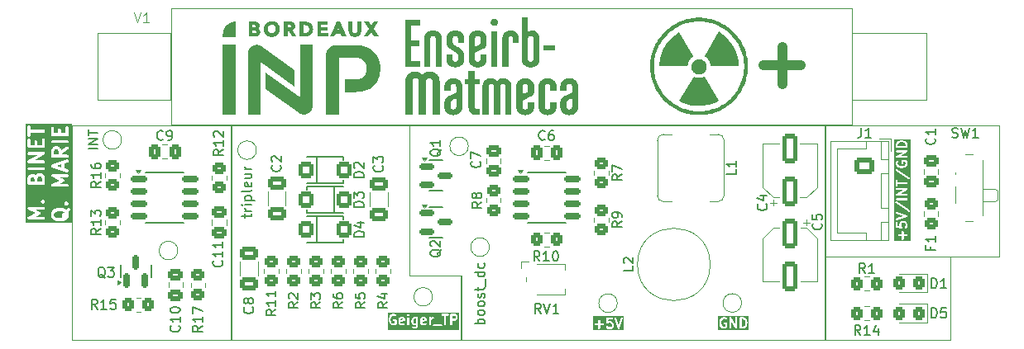
<source format=gbr>
%TF.GenerationSoftware,KiCad,Pcbnew,9.0.5*%
%TF.CreationDate,2025-12-22T18:40:51+01:00*%
%TF.ProjectId,Carte__lectronique,43617274-655f-4e96-9c65-6374726f6e69,rev?*%
%TF.SameCoordinates,Original*%
%TF.FileFunction,Legend,Top*%
%TF.FilePolarity,Positive*%
%FSLAX46Y46*%
G04 Gerber Fmt 4.6, Leading zero omitted, Abs format (unit mm)*
G04 Created by KiCad (PCBNEW 9.0.5) date 2025-12-22 18:40:51*
%MOMM*%
%LPD*%
G01*
G04 APERTURE LIST*
G04 Aperture macros list*
%AMRoundRect*
0 Rectangle with rounded corners*
0 $1 Rounding radius*
0 $2 $3 $4 $5 $6 $7 $8 $9 X,Y pos of 4 corners*
0 Add a 4 corners polygon primitive as box body*
4,1,4,$2,$3,$4,$5,$6,$7,$8,$9,$2,$3,0*
0 Add four circle primitives for the rounded corners*
1,1,$1+$1,$2,$3*
1,1,$1+$1,$4,$5*
1,1,$1+$1,$6,$7*
1,1,$1+$1,$8,$9*
0 Add four rect primitives between the rounded corners*
20,1,$1+$1,$2,$3,$4,$5,0*
20,1,$1+$1,$4,$5,$6,$7,0*
20,1,$1+$1,$6,$7,$8,$9,0*
20,1,$1+$1,$8,$9,$2,$3,0*%
G04 Aperture macros list end*
%ADD10C,0.000000*%
%ADD11C,0.100000*%
%ADD12C,0.200000*%
%ADD13C,0.300000*%
%ADD14C,0.150000*%
%ADD15C,1.000000*%
%ADD16C,0.120000*%
%ADD17C,0.109332*%
%ADD18C,0.096510*%
%ADD19C,0.109330*%
%ADD20C,1.500000*%
%ADD21RoundRect,0.250000X0.450000X-0.350000X0.450000X0.350000X-0.450000X0.350000X-0.450000X-0.350000X0*%
%ADD22C,4.000000*%
%ADD23RoundRect,0.250000X0.350000X0.450000X-0.350000X0.450000X-0.350000X-0.450000X0.350000X-0.450000X0*%
%ADD24RoundRect,0.250000X-0.650000X0.412500X-0.650000X-0.412500X0.650000X-0.412500X0.650000X0.412500X0*%
%ADD25RoundRect,0.250000X-0.475000X0.337500X-0.475000X-0.337500X0.475000X-0.337500X0.475000X0.337500X0*%
%ADD26RoundRect,0.250000X-0.550000X-0.600000X0.550000X-0.600000X0.550000X0.600000X-0.550000X0.600000X0*%
%ADD27RoundRect,0.150000X0.150000X-0.590000X0.150000X0.590000X-0.150000X0.590000X-0.150000X-0.590000X0*%
%ADD28RoundRect,0.250000X0.337500X0.475000X-0.337500X0.475000X-0.337500X-0.475000X0.337500X-0.475000X0*%
%ADD29RoundRect,0.150000X-0.590000X-0.150000X0.590000X-0.150000X0.590000X0.150000X-0.590000X0.150000X0*%
%ADD30RoundRect,0.250000X0.475000X-0.337500X0.475000X0.337500X-0.475000X0.337500X-0.475000X-0.337500X0*%
%ADD31RoundRect,0.250000X0.325000X0.450000X-0.325000X0.450000X-0.325000X-0.450000X0.325000X-0.450000X0*%
%ADD32R,1.200000X1.200000*%
%ADD33R,1.500000X1.600000*%
%ADD34RoundRect,0.250000X-0.450000X0.350000X-0.450000X-0.350000X0.450000X-0.350000X0.450000X0.350000X0*%
%ADD35RoundRect,0.150000X-0.675000X-0.150000X0.675000X-0.150000X0.675000X0.150000X-0.675000X0.150000X0*%
%ADD36RoundRect,0.250000X0.550000X-1.250000X0.550000X1.250000X-0.550000X1.250000X-0.550000X-1.250000X0*%
%ADD37RoundRect,0.250000X-0.550000X1.250000X-0.550000X-1.250000X0.550000X-1.250000X0.550000X1.250000X0*%
%ADD38RoundRect,0.250000X-0.725000X0.600000X-0.725000X-0.600000X0.725000X-0.600000X0.725000X0.600000X0*%
%ADD39O,1.950000X1.700000*%
%ADD40RoundRect,0.250000X-0.350000X-0.450000X0.350000X-0.450000X0.350000X0.450000X-0.350000X0.450000X0*%
%ADD41RoundRect,0.250000X0.550000X0.600000X-0.550000X0.600000X-0.550000X-0.600000X0.550000X-0.600000X0*%
%ADD42RoundRect,0.250000X0.650000X-0.412500X0.650000X0.412500X-0.650000X0.412500X-0.650000X-0.412500X0*%
%ADD43C,2.400000*%
%ADD44RoundRect,0.250000X0.450000X-0.325000X0.450000X0.325000X-0.450000X0.325000X-0.450000X-0.325000X0*%
%ADD45R,0.800000X1.000000*%
%ADD46C,0.900000*%
%ADD47R,1.500000X0.700000*%
%ADD48R,3.500000X2.950000*%
G04 APERTURE END LIST*
D10*
G36*
X64315671Y-74398294D02*
G01*
X63385035Y-74398294D01*
X63385035Y-75935888D01*
X64225989Y-75935888D01*
X64225989Y-76514935D01*
X63385035Y-76514935D01*
X63385035Y-78066188D01*
X64315671Y-78066188D01*
X64315665Y-78645235D01*
X62750756Y-78645235D01*
X62750756Y-73819246D01*
X64315671Y-73819246D01*
X64315671Y-74398294D01*
G37*
G36*
X67742589Y-79822086D02*
G01*
X67790919Y-79824906D01*
X67838139Y-79829606D01*
X67884251Y-79836189D01*
X67929256Y-79844654D01*
X67973157Y-79855002D01*
X68015954Y-79867235D01*
X68057650Y-79881352D01*
X68098247Y-79897356D01*
X68137745Y-79915247D01*
X68176148Y-79935026D01*
X68213456Y-79956693D01*
X68249671Y-79980250D01*
X68284796Y-80005697D01*
X68318831Y-80033036D01*
X68351779Y-80062267D01*
X68383063Y-80093091D01*
X68412328Y-80125209D01*
X68439575Y-80158620D01*
X68464804Y-80193323D01*
X68488015Y-80229317D01*
X68509207Y-80266601D01*
X68528381Y-80305174D01*
X68545536Y-80345036D01*
X68560674Y-80386185D01*
X68573792Y-80428621D01*
X68584893Y-80472342D01*
X68593975Y-80517349D01*
X68601039Y-80563639D01*
X68606085Y-80611213D01*
X68609112Y-80660069D01*
X68610122Y-80710206D01*
X68610122Y-82723509D01*
X68609112Y-82773745D01*
X68606085Y-82822674D01*
X68601039Y-82870298D01*
X68593975Y-82916619D01*
X68584893Y-82961638D01*
X68573792Y-83005358D01*
X68560673Y-83047779D01*
X68545536Y-83088904D01*
X68528380Y-83128735D01*
X68509206Y-83167273D01*
X68488014Y-83204520D01*
X68464803Y-83240477D01*
X68439575Y-83275147D01*
X68412328Y-83308531D01*
X68383062Y-83340631D01*
X68351779Y-83371448D01*
X68318929Y-83400679D01*
X68284966Y-83428018D01*
X68249892Y-83453465D01*
X68213707Y-83477022D01*
X68176411Y-83498690D01*
X68138007Y-83518469D01*
X68098494Y-83536360D01*
X68057874Y-83552364D01*
X68016147Y-83566482D01*
X67973315Y-83578715D01*
X67929378Y-83589063D01*
X67884336Y-83597528D01*
X67838191Y-83604110D01*
X67790944Y-83608811D01*
X67742596Y-83611631D01*
X67693147Y-83612570D01*
X67642842Y-83611644D01*
X67593706Y-83608867D01*
X67545737Y-83604236D01*
X67498935Y-83597751D01*
X67453298Y-83589411D01*
X67408827Y-83579216D01*
X67365519Y-83567165D01*
X67323375Y-83553256D01*
X67282392Y-83537488D01*
X67242571Y-83519862D01*
X67203911Y-83500375D01*
X67166409Y-83479028D01*
X67130067Y-83455819D01*
X67094883Y-83430747D01*
X67060855Y-83403812D01*
X67027983Y-83375012D01*
X66996700Y-83344591D01*
X66967435Y-83312793D01*
X66940188Y-83279619D01*
X66914959Y-83245070D01*
X66891748Y-83209146D01*
X66870556Y-83171848D01*
X66851382Y-83133178D01*
X66834227Y-83093135D01*
X66819089Y-83051722D01*
X66805970Y-83008938D01*
X66794870Y-82964785D01*
X66785787Y-82919264D01*
X66778723Y-82872374D01*
X66773677Y-82824118D01*
X66770650Y-82774496D01*
X66769641Y-82723509D01*
X66769641Y-82385582D01*
X66769659Y-82384990D01*
X67403916Y-82384990D01*
X67403920Y-82722917D01*
X67404226Y-82739975D01*
X67405146Y-82756628D01*
X67406680Y-82772876D01*
X67408829Y-82788718D01*
X67411594Y-82804153D01*
X67414975Y-82819180D01*
X67418975Y-82833798D01*
X67423592Y-82848006D01*
X67428830Y-82861803D01*
X67434687Y-82875189D01*
X67441166Y-82888163D01*
X67448267Y-82900723D01*
X67455990Y-82912869D01*
X67464338Y-82924600D01*
X67473310Y-82935916D01*
X67482907Y-82946814D01*
X67493019Y-82957275D01*
X67503536Y-82967055D01*
X67514455Y-82976154D01*
X67525779Y-82984574D01*
X67537506Y-82992315D01*
X67549637Y-82999378D01*
X67562171Y-83005765D01*
X67575109Y-83011476D01*
X67588451Y-83016511D01*
X67602196Y-83020872D01*
X67616345Y-83024560D01*
X67630898Y-83027576D01*
X67645854Y-83029919D01*
X67661214Y-83031592D01*
X67676977Y-83032596D01*
X67693145Y-83032930D01*
X67709298Y-83032596D01*
X67725019Y-83031592D01*
X67740309Y-83029919D01*
X67755168Y-83027576D01*
X67769595Y-83024560D01*
X67783591Y-83020872D01*
X67797155Y-83016511D01*
X67810288Y-83011476D01*
X67822990Y-83005765D01*
X67835260Y-82999378D01*
X67847098Y-82992315D01*
X67858505Y-82984574D01*
X67869480Y-82976154D01*
X67880024Y-82967055D01*
X67890136Y-82957275D01*
X67899817Y-82946814D01*
X67908990Y-82935818D01*
X67917577Y-82924430D01*
X67925578Y-82912648D01*
X67932992Y-82900472D01*
X67939818Y-82887899D01*
X67946054Y-82874928D01*
X67951701Y-82861556D01*
X67956758Y-82847783D01*
X67961223Y-82833605D01*
X67965095Y-82819023D01*
X67968374Y-82804033D01*
X67971059Y-82788635D01*
X67973149Y-82772825D01*
X67974642Y-82756604D01*
X67975539Y-82739968D01*
X67975838Y-82722917D01*
X67975838Y-81909282D01*
X67610593Y-82067851D01*
X67597877Y-82073177D01*
X67585565Y-82078799D01*
X67573657Y-82084717D01*
X67562153Y-82090930D01*
X67551052Y-82097439D01*
X67540355Y-82104244D01*
X67530061Y-82111345D01*
X67520171Y-82118741D01*
X67510685Y-82126433D01*
X67501603Y-82134421D01*
X67492924Y-82142705D01*
X67484649Y-82151285D01*
X67476777Y-82160160D01*
X67469310Y-82169331D01*
X67462245Y-82178798D01*
X67455585Y-82188561D01*
X67449328Y-82198619D01*
X67443475Y-82208974D01*
X67438026Y-82219624D01*
X67432980Y-82230569D01*
X67428338Y-82241811D01*
X67424099Y-82253348D01*
X67420264Y-82265182D01*
X67416833Y-82277311D01*
X67413806Y-82289735D01*
X67411182Y-82302456D01*
X67408962Y-82315472D01*
X67407145Y-82328784D01*
X67405733Y-82342392D01*
X67404723Y-82356296D01*
X67403916Y-82384990D01*
X66769659Y-82384990D01*
X66771819Y-82313744D01*
X66778355Y-82244772D01*
X66789250Y-82178663D01*
X66804504Y-82115417D01*
X66824118Y-82055031D01*
X66848094Y-81997503D01*
X66876431Y-81942833D01*
X66909131Y-81891018D01*
X66946195Y-81842056D01*
X66987624Y-81795946D01*
X67033418Y-81752686D01*
X67083578Y-81712274D01*
X67138106Y-81674709D01*
X67197002Y-81639989D01*
X67260266Y-81608112D01*
X67327901Y-81579077D01*
X67975838Y-81310041D01*
X67975838Y-80710206D01*
X67975539Y-80693155D01*
X67974643Y-80676519D01*
X67973149Y-80660298D01*
X67971059Y-80644489D01*
X67968375Y-80629090D01*
X67965096Y-80614101D01*
X67961224Y-80599518D01*
X67956759Y-80585341D01*
X67951703Y-80571568D01*
X67946056Y-80558196D01*
X67939819Y-80545224D01*
X67932993Y-80532651D01*
X67925579Y-80520475D01*
X67917578Y-80508694D01*
X67908990Y-80497305D01*
X67899817Y-80486309D01*
X67890136Y-80475848D01*
X67880024Y-80466069D01*
X67869480Y-80456970D01*
X67858505Y-80448550D01*
X67847098Y-80440809D01*
X67835260Y-80433746D01*
X67822990Y-80427359D01*
X67810288Y-80421648D01*
X67797155Y-80416613D01*
X67783591Y-80412251D01*
X67769595Y-80408563D01*
X67755168Y-80405548D01*
X67740309Y-80403204D01*
X67725019Y-80401531D01*
X67709298Y-80400527D01*
X67693145Y-80400193D01*
X67676977Y-80400527D01*
X67661214Y-80401531D01*
X67645854Y-80403204D01*
X67630897Y-80405548D01*
X67616345Y-80408563D01*
X67602195Y-80412251D01*
X67588450Y-80416613D01*
X67575108Y-80421648D01*
X67562170Y-80427359D01*
X67549635Y-80433746D01*
X67537504Y-80440809D01*
X67525777Y-80448550D01*
X67514454Y-80456970D01*
X67503534Y-80466069D01*
X67493018Y-80475848D01*
X67482905Y-80486309D01*
X67473307Y-80497312D01*
X67464335Y-80508718D01*
X67455987Y-80520526D01*
X67448264Y-80532735D01*
X67441163Y-80545344D01*
X67434684Y-80558353D01*
X67428826Y-80571760D01*
X67423589Y-80585564D01*
X67418971Y-80599765D01*
X67414972Y-80614362D01*
X67411590Y-80629354D01*
X67408825Y-80644740D01*
X67406676Y-80660519D01*
X67405142Y-80676690D01*
X67404223Y-80693253D01*
X67403916Y-80710206D01*
X67403920Y-81109899D01*
X66769641Y-81109899D01*
X66769641Y-80710206D01*
X66770664Y-80659971D01*
X66773733Y-80611042D01*
X66778848Y-80563418D01*
X66786010Y-80517098D01*
X66795218Y-80472079D01*
X66806472Y-80428359D01*
X66819772Y-80385938D01*
X66835118Y-80344813D01*
X66852510Y-80304982D01*
X66871948Y-80266444D01*
X66893433Y-80229197D01*
X66916963Y-80193239D01*
X66942540Y-80158569D01*
X66970163Y-80125185D01*
X66999831Y-80093085D01*
X67031546Y-80062267D01*
X67064828Y-80033036D01*
X67099193Y-80005697D01*
X67134641Y-79980250D01*
X67171169Y-79956693D01*
X67208776Y-79935026D01*
X67247459Y-79915247D01*
X67287218Y-79897356D01*
X67328051Y-79881352D01*
X67369955Y-79867235D01*
X67412929Y-79855002D01*
X67456971Y-79844654D01*
X67502080Y-79836189D01*
X67548254Y-79829606D01*
X67595491Y-79824906D01*
X67643789Y-79822086D01*
X67693147Y-79821146D01*
X67742589Y-79822086D01*
G37*
G36*
X52561516Y-74010522D02*
G01*
X52638316Y-74017922D01*
X52714409Y-74030552D01*
X52789116Y-74048651D01*
X52825737Y-74059826D01*
X52861756Y-74072460D01*
X52897089Y-74086581D01*
X52931649Y-74102221D01*
X52965352Y-74119408D01*
X52998114Y-74138174D01*
X53029848Y-74158548D01*
X53060471Y-74180560D01*
X53089896Y-74204241D01*
X53118040Y-74229621D01*
X53144816Y-74256730D01*
X53170140Y-74285597D01*
X53193926Y-74316254D01*
X53216091Y-74348730D01*
X53236548Y-74383055D01*
X53255213Y-74419260D01*
X53272000Y-74457374D01*
X53286825Y-74497428D01*
X53299603Y-74539451D01*
X53310248Y-74583475D01*
X53318675Y-74629529D01*
X53324800Y-74677642D01*
X53328538Y-74727847D01*
X53329802Y-74780171D01*
X53328533Y-74829047D01*
X53324781Y-74876241D01*
X53318633Y-74921760D01*
X53310175Y-74965614D01*
X53299493Y-75007811D01*
X53286673Y-75048360D01*
X53271800Y-75087269D01*
X53254962Y-75124547D01*
X53236244Y-75160202D01*
X53215732Y-75194244D01*
X53193512Y-75226680D01*
X53169670Y-75257520D01*
X53144292Y-75286772D01*
X53117464Y-75314444D01*
X53089272Y-75340545D01*
X53059803Y-75365083D01*
X53029141Y-75388068D01*
X52997374Y-75409508D01*
X52964587Y-75429411D01*
X52930866Y-75447787D01*
X52896297Y-75464643D01*
X52860967Y-75479988D01*
X52788365Y-75506180D01*
X52713748Y-75526432D01*
X52637804Y-75540812D01*
X52561222Y-75549390D01*
X52484689Y-75552234D01*
X51915144Y-75552234D01*
X51915144Y-75182239D01*
X51915144Y-74372760D01*
X52316024Y-74372760D01*
X52316024Y-75182239D01*
X52446087Y-75182239D01*
X52486256Y-75181377D01*
X52526967Y-75178602D01*
X52567787Y-75173630D01*
X52608285Y-75166176D01*
X52648028Y-75155955D01*
X52667481Y-75149718D01*
X52686583Y-75142683D01*
X52705280Y-75134814D01*
X52723518Y-75126076D01*
X52741243Y-75116433D01*
X52758401Y-75105849D01*
X52774937Y-75094289D01*
X52790799Y-75081718D01*
X52805931Y-75068099D01*
X52820280Y-75053397D01*
X52833792Y-75037578D01*
X52846412Y-75020604D01*
X52858087Y-75002441D01*
X52868763Y-74983052D01*
X52878384Y-74962404D01*
X52886899Y-74940459D01*
X52894251Y-74917182D01*
X52900388Y-74892538D01*
X52905256Y-74866492D01*
X52908799Y-74839007D01*
X52910965Y-74810048D01*
X52911699Y-74779579D01*
X52911057Y-74746236D01*
X52908817Y-74711968D01*
X52904508Y-74677198D01*
X52897659Y-74642352D01*
X52887801Y-74607854D01*
X52881595Y-74590868D01*
X52874461Y-74574128D01*
X52866339Y-74557688D01*
X52857171Y-74541600D01*
X52846897Y-74525917D01*
X52835458Y-74510693D01*
X52822796Y-74495980D01*
X52808853Y-74481832D01*
X52793568Y-74468301D01*
X52776884Y-74455442D01*
X52758742Y-74443306D01*
X52739082Y-74431947D01*
X52717846Y-74421418D01*
X52694974Y-74411772D01*
X52670410Y-74403062D01*
X52644092Y-74395341D01*
X52615963Y-74388662D01*
X52585964Y-74383079D01*
X52554035Y-74378644D01*
X52520119Y-74375411D01*
X52484156Y-74373432D01*
X52446087Y-74372760D01*
X52316024Y-74372760D01*
X51915144Y-74372760D01*
X51915144Y-74008108D01*
X52484689Y-74008108D01*
X52561516Y-74010522D01*
G37*
D11*
X105721200Y-106706800D02*
X68521200Y-106706837D01*
X68521200Y-100056800D01*
X63221200Y-100056800D01*
X63221200Y-84656800D01*
X105721200Y-84656800D01*
X105721200Y-106706800D01*
X105771200Y-84656800D02*
X123543200Y-84656800D01*
X123543200Y-98106800D01*
X105771200Y-98106800D01*
X105771200Y-84656800D01*
D10*
G36*
X45383492Y-83546057D02*
G01*
X44089989Y-83546057D01*
X44089989Y-76400911D01*
X45383492Y-76400911D01*
X45383492Y-83546057D01*
G37*
G36*
X73594791Y-74930709D02*
G01*
X73641210Y-74933339D01*
X73686429Y-74937721D01*
X73730445Y-74943854D01*
X73773258Y-74951738D01*
X73814864Y-74961371D01*
X73855263Y-74972752D01*
X73894453Y-74985881D01*
X73932432Y-75000758D01*
X73969198Y-75017380D01*
X74004749Y-75035747D01*
X74039085Y-75055859D01*
X74072202Y-75077714D01*
X74104100Y-75101311D01*
X74134776Y-75126650D01*
X74164229Y-75153730D01*
X74192172Y-75182418D01*
X74218319Y-75212360D01*
X74242669Y-75243555D01*
X74265220Y-75276007D01*
X74285972Y-75309715D01*
X74304924Y-75344679D01*
X74322076Y-75380902D01*
X74337426Y-75418384D01*
X74350973Y-75457125D01*
X74362716Y-75497127D01*
X74372656Y-75538390D01*
X74380790Y-75580916D01*
X74387118Y-75624705D01*
X74391639Y-75669758D01*
X74394352Y-75716076D01*
X74395257Y-75763659D01*
X74395257Y-76204922D01*
X73760976Y-76204922D01*
X73760976Y-75763659D01*
X73760140Y-75732807D01*
X73757635Y-75703945D01*
X73753459Y-75677074D01*
X73750745Y-75664385D01*
X73747613Y-75652193D01*
X73744063Y-75640499D01*
X73740096Y-75629303D01*
X73735712Y-75618604D01*
X73730910Y-75608403D01*
X73725690Y-75598699D01*
X73720052Y-75589493D01*
X73713998Y-75580785D01*
X73707525Y-75572574D01*
X73700635Y-75564861D01*
X73693327Y-75557645D01*
X73685602Y-75550927D01*
X73677459Y-75544707D01*
X73668899Y-75538984D01*
X73659921Y-75533759D01*
X73650525Y-75529032D01*
X73640712Y-75524802D01*
X73630482Y-75521070D01*
X73619833Y-75517835D01*
X73608768Y-75515098D01*
X73597284Y-75512859D01*
X73585383Y-75511117D01*
X73573065Y-75509873D01*
X73560329Y-75509127D01*
X73547175Y-75508878D01*
X73534021Y-75509127D01*
X73521285Y-75509873D01*
X73508967Y-75511117D01*
X73497066Y-75512859D01*
X73485582Y-75515098D01*
X73474516Y-75517835D01*
X73463868Y-75521070D01*
X73453637Y-75524802D01*
X73443824Y-75529032D01*
X73434429Y-75533759D01*
X73425451Y-75538984D01*
X73416890Y-75544706D01*
X73408748Y-75550927D01*
X73401022Y-75557644D01*
X73393715Y-75564860D01*
X73386825Y-75572573D01*
X73380352Y-75580784D01*
X73374297Y-75589492D01*
X73368660Y-75598698D01*
X73363440Y-75608401D01*
X73358638Y-75618603D01*
X73354254Y-75629301D01*
X73350287Y-75640498D01*
X73346737Y-75652192D01*
X73343605Y-75664384D01*
X73340891Y-75677073D01*
X73338594Y-75690260D01*
X73336715Y-75703944D01*
X73335254Y-75718127D01*
X73334210Y-75732807D01*
X73333584Y-75747984D01*
X73333375Y-75763659D01*
X73333367Y-78645235D01*
X72699090Y-78645235D01*
X72699090Y-75763659D01*
X72699988Y-75716069D01*
X72702683Y-75669733D01*
X72707178Y-75624654D01*
X72713473Y-75580832D01*
X72721571Y-75538271D01*
X72731473Y-75496970D01*
X72743181Y-75456933D01*
X72756697Y-75418161D01*
X72772022Y-75380655D01*
X72789159Y-75344418D01*
X72808109Y-75309451D01*
X72828873Y-75275756D01*
X72851454Y-75243335D01*
X72875853Y-75212189D01*
X72902073Y-75182320D01*
X72930114Y-75153730D01*
X72959561Y-75126650D01*
X72990220Y-75101311D01*
X73022091Y-75077713D01*
X73055176Y-75055858D01*
X73089476Y-75035746D01*
X73124990Y-75017379D01*
X73161721Y-75000757D01*
X73199669Y-74985881D01*
X73238835Y-74972752D01*
X73279220Y-74961370D01*
X73320824Y-74951737D01*
X73363649Y-74943854D01*
X73407696Y-74937721D01*
X73452965Y-74933339D01*
X73499457Y-74930709D01*
X73547173Y-74929833D01*
X73594791Y-74930709D01*
G37*
G36*
X53280510Y-82655216D02*
G01*
X53279350Y-82701090D01*
X53275907Y-82746362D01*
X53270239Y-82790975D01*
X53262399Y-82834874D01*
X53252446Y-82878003D01*
X53240433Y-82920305D01*
X53226419Y-82961725D01*
X53210458Y-83002207D01*
X53192606Y-83041694D01*
X53172920Y-83080131D01*
X53151456Y-83117462D01*
X53128269Y-83153630D01*
X53103416Y-83188580D01*
X53076953Y-83222255D01*
X53048935Y-83254600D01*
X53019418Y-83285559D01*
X52988460Y-83315075D01*
X52956114Y-83343093D01*
X52922439Y-83369557D01*
X52887489Y-83394410D01*
X52851321Y-83417596D01*
X52813990Y-83439061D01*
X52775553Y-83458746D01*
X52736065Y-83476598D01*
X52695584Y-83492559D01*
X52654163Y-83506573D01*
X52611861Y-83518585D01*
X52568732Y-83528539D01*
X52524833Y-83536378D01*
X52480219Y-83542047D01*
X52434947Y-83545489D01*
X52389073Y-83546649D01*
X52357138Y-83546075D01*
X52325486Y-83544368D01*
X52294135Y-83541549D01*
X52263103Y-83537639D01*
X52232408Y-83532662D01*
X52202070Y-83526638D01*
X52172105Y-83519589D01*
X52142533Y-83511537D01*
X52113371Y-83502504D01*
X52084639Y-83492511D01*
X52056353Y-83481580D01*
X52028533Y-83469733D01*
X52001197Y-83456992D01*
X51974363Y-83443379D01*
X51948049Y-83428914D01*
X51922273Y-83413620D01*
X51922273Y-83414807D01*
X48482435Y-80929951D01*
X48481840Y-80929948D01*
X48481840Y-79258136D01*
X51980474Y-81788126D01*
X51980474Y-76400909D01*
X53280510Y-76400909D01*
X53280510Y-82655216D01*
G37*
G36*
X49141739Y-73973436D02*
G01*
X49186064Y-73976298D01*
X49229458Y-73981027D01*
X49271887Y-73987587D01*
X49313314Y-73995946D01*
X49353705Y-74006068D01*
X49393023Y-74017919D01*
X49431234Y-74031465D01*
X49468301Y-74046672D01*
X49504190Y-74063505D01*
X49538865Y-74081931D01*
X49572291Y-74101914D01*
X49604431Y-74123422D01*
X49635251Y-74146419D01*
X49664716Y-74170871D01*
X49692789Y-74196744D01*
X49719435Y-74224003D01*
X49744619Y-74252616D01*
X49768305Y-74282546D01*
X49790459Y-74313761D01*
X49811044Y-74346225D01*
X49830024Y-74379904D01*
X49847366Y-74414765D01*
X49863032Y-74450773D01*
X49876988Y-74487893D01*
X49889199Y-74526092D01*
X49899628Y-74565335D01*
X49908240Y-74605588D01*
X49915000Y-74646816D01*
X49919873Y-74688986D01*
X49922823Y-74732063D01*
X49923814Y-74776013D01*
X49922801Y-74819672D01*
X49919788Y-74862540D01*
X49914816Y-74904578D01*
X49907924Y-74945748D01*
X49899151Y-74986010D01*
X49888537Y-75025325D01*
X49876123Y-75063654D01*
X49861947Y-75100958D01*
X49846049Y-75137198D01*
X49828469Y-75172335D01*
X49809248Y-75206330D01*
X49788423Y-75239144D01*
X49766036Y-75270738D01*
X49742125Y-75301073D01*
X49716732Y-75330109D01*
X49689894Y-75357808D01*
X49661652Y-75384131D01*
X49632045Y-75409039D01*
X49601114Y-75432492D01*
X49568898Y-75454452D01*
X49535437Y-75474879D01*
X49500770Y-75493735D01*
X49464936Y-75510981D01*
X49427977Y-75526577D01*
X49389931Y-75540484D01*
X49350838Y-75552664D01*
X49310738Y-75563076D01*
X49269670Y-75571684D01*
X49227675Y-75578446D01*
X49184792Y-75583325D01*
X49141060Y-75586281D01*
X49096519Y-75587275D01*
X49052309Y-75586282D01*
X49008900Y-75583331D01*
X48966332Y-75578460D01*
X48924645Y-75571708D01*
X48883878Y-75563113D01*
X48844071Y-75552715D01*
X48805262Y-75540551D01*
X48767492Y-75526660D01*
X48730799Y-75511082D01*
X48695224Y-75493855D01*
X48660806Y-75475018D01*
X48627584Y-75454609D01*
X48595598Y-75432667D01*
X48564887Y-75409231D01*
X48535491Y-75384340D01*
X48507449Y-75358031D01*
X48480801Y-75330345D01*
X48455586Y-75301320D01*
X48431844Y-75270993D01*
X48409613Y-75239405D01*
X48388935Y-75206594D01*
X48369847Y-75172599D01*
X48352390Y-75137457D01*
X48336603Y-75101209D01*
X48322525Y-75063892D01*
X48310196Y-75025546D01*
X48299656Y-74986208D01*
X48290944Y-74945919D01*
X48284099Y-74904716D01*
X48279160Y-74862638D01*
X48276169Y-74819724D01*
X48275162Y-74776013D01*
X48698015Y-74776013D01*
X48698494Y-74799891D01*
X48699920Y-74823294D01*
X48702276Y-74846204D01*
X48705545Y-74868602D01*
X48709711Y-74890470D01*
X48714755Y-74911789D01*
X48720661Y-74932541D01*
X48727413Y-74952707D01*
X48734993Y-74972268D01*
X48743384Y-74991206D01*
X48752569Y-75009502D01*
X48762531Y-75027137D01*
X48773254Y-75044094D01*
X48784721Y-75060353D01*
X48796913Y-75075896D01*
X48809816Y-75090704D01*
X48823410Y-75104758D01*
X48837681Y-75118041D01*
X48852609Y-75130533D01*
X48868180Y-75142216D01*
X48884375Y-75153071D01*
X48901177Y-75163080D01*
X48918571Y-75172224D01*
X48936538Y-75180484D01*
X48955062Y-75187842D01*
X48974126Y-75194279D01*
X48993712Y-75199777D01*
X49013805Y-75204317D01*
X49034386Y-75207881D01*
X49055439Y-75210449D01*
X49076948Y-75212004D01*
X49098894Y-75212526D01*
X49120898Y-75212004D01*
X49142467Y-75210449D01*
X49163584Y-75207881D01*
X49184231Y-75204317D01*
X49204393Y-75199777D01*
X49224051Y-75194279D01*
X49243188Y-75187842D01*
X49261788Y-75180484D01*
X49279833Y-75172223D01*
X49297305Y-75163080D01*
X49314188Y-75153071D01*
X49330464Y-75142216D01*
X49346117Y-75130533D01*
X49361128Y-75118041D01*
X49375482Y-75104758D01*
X49389160Y-75090703D01*
X49402146Y-75075895D01*
X49414422Y-75060352D01*
X49425971Y-75044093D01*
X49436776Y-75027137D01*
X49446820Y-75009501D01*
X49456085Y-74991205D01*
X49464555Y-74972267D01*
X49472213Y-74952706D01*
X49479040Y-74932541D01*
X49485020Y-74911789D01*
X49490136Y-74890470D01*
X49494370Y-74868602D01*
X49497705Y-74846203D01*
X49500125Y-74823294D01*
X49501612Y-74799891D01*
X49502148Y-74776013D01*
X49501666Y-74752357D01*
X49500230Y-74729171D01*
X49497857Y-74706475D01*
X49494565Y-74684286D01*
X49490370Y-74662622D01*
X49485291Y-74641503D01*
X49479344Y-74620947D01*
X49472546Y-74600972D01*
X49464915Y-74581596D01*
X49456468Y-74562838D01*
X49447222Y-74544716D01*
X49437193Y-74527249D01*
X49426400Y-74510455D01*
X49414860Y-74494352D01*
X49402589Y-74478958D01*
X49389605Y-74464293D01*
X49375925Y-74450374D01*
X49361566Y-74437220D01*
X49346546Y-74424849D01*
X49330881Y-74413279D01*
X49314589Y-74402530D01*
X49297687Y-74392619D01*
X49280192Y-74383564D01*
X49262122Y-74375385D01*
X49243493Y-74368099D01*
X49224322Y-74361725D01*
X49204628Y-74356281D01*
X49184426Y-74351786D01*
X49163735Y-74348258D01*
X49142571Y-74345715D01*
X49120951Y-74344175D01*
X49098894Y-74343658D01*
X49077000Y-74344175D01*
X49055537Y-74345715D01*
X49034523Y-74348258D01*
X49013975Y-74351786D01*
X48993910Y-74356281D01*
X48974346Y-74361725D01*
X48955300Y-74368099D01*
X48936788Y-74375385D01*
X48918830Y-74383564D01*
X48901440Y-74392619D01*
X48884638Y-74402530D01*
X48868441Y-74413279D01*
X48852864Y-74424849D01*
X48837927Y-74437220D01*
X48823646Y-74450374D01*
X48810038Y-74464293D01*
X48797121Y-74478958D01*
X48784912Y-74494352D01*
X48773429Y-74510455D01*
X48762688Y-74527249D01*
X48752707Y-74544716D01*
X48743503Y-74562838D01*
X48735094Y-74581596D01*
X48727496Y-74600972D01*
X48720728Y-74620947D01*
X48714806Y-74641503D01*
X48709747Y-74662622D01*
X48705570Y-74684286D01*
X48702291Y-74706475D01*
X48699927Y-74729171D01*
X48698496Y-74752357D01*
X48698015Y-74776013D01*
X48275162Y-74776013D01*
X48276147Y-74732063D01*
X48279076Y-74688986D01*
X48283914Y-74646816D01*
X48290627Y-74605588D01*
X48299179Y-74565335D01*
X48309535Y-74526092D01*
X48321659Y-74487893D01*
X48335517Y-74450773D01*
X48351073Y-74414765D01*
X48368292Y-74379904D01*
X48387139Y-74346225D01*
X48407578Y-74313761D01*
X48429574Y-74282546D01*
X48453092Y-74252616D01*
X48478097Y-74224003D01*
X48504554Y-74196744D01*
X48532427Y-74170871D01*
X48561681Y-74146419D01*
X48592281Y-74123422D01*
X48624191Y-74101914D01*
X48657377Y-74081931D01*
X48691803Y-74063505D01*
X48727434Y-74046672D01*
X48764234Y-74031465D01*
X48802169Y-74017919D01*
X48841204Y-74006068D01*
X48881302Y-73995946D01*
X48922429Y-73987587D01*
X48964549Y-73981027D01*
X49007628Y-73976298D01*
X49051629Y-73973436D01*
X49096519Y-73972474D01*
X49141739Y-73973436D01*
G37*
G36*
X59280627Y-74411364D02*
G01*
X59520562Y-74008108D01*
X59989735Y-74008108D01*
X59516401Y-74738006D01*
X60067538Y-75552234D01*
X59568665Y-75552234D01*
X59272314Y-75075932D01*
X58988431Y-75552234D01*
X58505595Y-75552234D01*
X59036537Y-74733253D01*
X58552512Y-74008108D01*
X59037132Y-74008108D01*
X59280627Y-74411364D01*
G37*
G36*
X67943326Y-74923643D02*
G01*
X67991656Y-74926463D01*
X68038876Y-74931164D01*
X68084988Y-74937746D01*
X68129993Y-74946211D01*
X68173893Y-74956559D01*
X68216691Y-74968792D01*
X68258386Y-74982910D01*
X68298983Y-74998914D01*
X68338481Y-75016805D01*
X68376883Y-75036584D01*
X68414191Y-75058251D01*
X68450407Y-75081808D01*
X68485531Y-75107256D01*
X68519566Y-75134594D01*
X68552514Y-75163825D01*
X68583798Y-75194649D01*
X68613064Y-75226767D01*
X68640311Y-75260178D01*
X68665540Y-75294881D01*
X68688751Y-75330874D01*
X68709943Y-75368158D01*
X68729117Y-75406731D01*
X68746273Y-75446593D01*
X68761410Y-75487742D01*
X68774529Y-75530178D01*
X68785630Y-75573900D01*
X68794712Y-75618906D01*
X68801776Y-75665197D01*
X68806822Y-75712771D01*
X68809849Y-75761627D01*
X68810859Y-75811764D01*
X68810859Y-76211457D01*
X68176579Y-76211457D01*
X68176579Y-75811764D01*
X68176280Y-75794713D01*
X68175383Y-75778077D01*
X68173890Y-75761856D01*
X68171800Y-75746047D01*
X68169116Y-75730648D01*
X68165837Y-75715659D01*
X68161965Y-75701076D01*
X68157500Y-75686899D01*
X68152444Y-75673125D01*
X68146797Y-75659754D01*
X68140561Y-75646782D01*
X68133735Y-75634209D01*
X68126321Y-75622033D01*
X68118320Y-75610252D01*
X68109733Y-75598864D01*
X68100560Y-75587867D01*
X68090879Y-75577406D01*
X68080767Y-75567627D01*
X68070223Y-75558528D01*
X68059247Y-75550108D01*
X68047840Y-75542367D01*
X68036002Y-75535303D01*
X68023731Y-75528917D01*
X68011030Y-75523206D01*
X67997897Y-75518171D01*
X67984332Y-75513809D01*
X67970336Y-75510121D01*
X67955908Y-75507106D01*
X67941049Y-75504762D01*
X67925759Y-75503089D01*
X67910037Y-75502086D01*
X67893884Y-75501752D01*
X67877717Y-75502086D01*
X67861953Y-75503089D01*
X67846593Y-75504762D01*
X67831637Y-75507106D01*
X67817084Y-75510121D01*
X67802935Y-75513809D01*
X67789190Y-75518171D01*
X67775848Y-75523206D01*
X67762910Y-75528917D01*
X67750375Y-75535303D01*
X67738244Y-75542367D01*
X67726517Y-75550108D01*
X67715194Y-75558528D01*
X67704274Y-75567627D01*
X67693758Y-75577406D01*
X67683646Y-75587867D01*
X67674048Y-75598870D01*
X67665076Y-75610276D01*
X67656729Y-75622084D01*
X67649005Y-75634293D01*
X67641905Y-75646902D01*
X67635426Y-75659910D01*
X67629569Y-75673317D01*
X67624331Y-75687121D01*
X67619713Y-75701323D01*
X67615714Y-75715919D01*
X67612333Y-75730911D01*
X67609568Y-75746297D01*
X67607419Y-75762076D01*
X67605885Y-75778248D01*
X67604965Y-75794811D01*
X67604659Y-75811764D01*
X67604659Y-76080798D01*
X67605397Y-76100564D01*
X67607611Y-76120219D01*
X67611302Y-76139765D01*
X67616471Y-76159202D01*
X67623120Y-76178531D01*
X67631248Y-76197753D01*
X67640856Y-76216869D01*
X67651947Y-76235879D01*
X67664519Y-76254785D01*
X67678575Y-76273588D01*
X67694115Y-76292288D01*
X67711141Y-76310886D01*
X67729652Y-76329383D01*
X67749650Y-76347781D01*
X67771136Y-76366078D01*
X67794110Y-76384278D01*
X67842077Y-76419908D01*
X67891101Y-76454626D01*
X67941184Y-76488412D01*
X67992323Y-76521244D01*
X68044521Y-76553102D01*
X68097777Y-76583965D01*
X68152090Y-76613812D01*
X68207461Y-76642622D01*
X68235286Y-76657342D01*
X68262858Y-76672996D01*
X68290174Y-76689584D01*
X68317231Y-76707107D01*
X68344028Y-76725566D01*
X68370560Y-76744962D01*
X68396827Y-76765296D01*
X68422824Y-76786568D01*
X68448551Y-76808780D01*
X68474003Y-76831933D01*
X68499178Y-76856026D01*
X68524074Y-76881062D01*
X68548689Y-76907041D01*
X68573018Y-76933963D01*
X68597061Y-76961831D01*
X68620814Y-76990644D01*
X68643788Y-77020229D01*
X68665274Y-77050413D01*
X68685272Y-77081193D01*
X68703783Y-77112569D01*
X68720808Y-77144540D01*
X68736349Y-77177105D01*
X68750405Y-77210263D01*
X68762978Y-77244014D01*
X68774068Y-77278357D01*
X68783677Y-77313290D01*
X68791806Y-77348813D01*
X68798454Y-77384925D01*
X68803624Y-77421626D01*
X68807315Y-77458913D01*
X68809529Y-77496787D01*
X68810267Y-77535246D01*
X68810267Y-77817941D01*
X68809244Y-77868177D01*
X68806175Y-77917106D01*
X68801060Y-77964729D01*
X68793898Y-78011050D01*
X68784691Y-78056069D01*
X68773437Y-78099789D01*
X68760137Y-78142210D01*
X68744791Y-78183335D01*
X68727399Y-78223166D01*
X68707961Y-78261704D01*
X68686476Y-78298951D01*
X68662946Y-78334908D01*
X68637369Y-78369578D01*
X68609746Y-78402962D01*
X68580077Y-78435062D01*
X68548362Y-78465880D01*
X68515080Y-78495111D01*
X68480715Y-78522449D01*
X68445268Y-78547897D01*
X68408740Y-78571454D01*
X68371134Y-78593121D01*
X68332450Y-78612900D01*
X68292692Y-78630791D01*
X68251859Y-78646795D01*
X68209955Y-78660913D01*
X68166981Y-78673146D01*
X68122939Y-78683494D01*
X68077830Y-78691959D01*
X68031656Y-78698542D01*
X67984418Y-78703242D01*
X67936120Y-78706062D01*
X67886761Y-78707002D01*
X67837319Y-78706062D01*
X67788989Y-78703242D01*
X67741769Y-78698542D01*
X67695657Y-78691959D01*
X67650652Y-78683494D01*
X67606752Y-78673146D01*
X67563955Y-78660913D01*
X67522259Y-78646795D01*
X67481663Y-78630791D01*
X67442164Y-78612900D01*
X67403762Y-78593121D01*
X67366455Y-78571454D01*
X67330239Y-78547897D01*
X67295115Y-78522449D01*
X67261080Y-78495111D01*
X67228133Y-78465880D01*
X67196849Y-78435062D01*
X67167583Y-78402962D01*
X67140336Y-78369578D01*
X67115107Y-78334908D01*
X67091897Y-78298951D01*
X67070704Y-78261704D01*
X67051530Y-78223166D01*
X67034375Y-78183335D01*
X67019237Y-78142210D01*
X67006118Y-78099789D01*
X66995017Y-78056069D01*
X66985935Y-78011050D01*
X66978871Y-77964729D01*
X66973825Y-77917106D01*
X66970797Y-77868177D01*
X66969788Y-77817941D01*
X66969788Y-77418249D01*
X67604068Y-77418249D01*
X67604068Y-77817941D01*
X67604360Y-77835744D01*
X67605239Y-77853072D01*
X67606706Y-77869926D01*
X67608763Y-77886303D01*
X67611411Y-77902204D01*
X67614653Y-77917628D01*
X67618489Y-77932573D01*
X67622923Y-77947038D01*
X67627955Y-77961024D01*
X67633588Y-77974528D01*
X67639822Y-77987550D01*
X67646661Y-78000090D01*
X67654105Y-78012145D01*
X67662156Y-78023716D01*
X67670817Y-78034802D01*
X67680089Y-78045402D01*
X67689769Y-78055430D01*
X67699881Y-78064806D01*
X67710425Y-78073529D01*
X67721400Y-78081601D01*
X67732807Y-78089022D01*
X67744645Y-78095793D01*
X67756915Y-78101915D01*
X67769616Y-78107389D01*
X67782749Y-78112216D01*
X67796314Y-78116397D01*
X67810310Y-78119931D01*
X67824737Y-78122822D01*
X67839596Y-78125068D01*
X67854886Y-78126672D01*
X67870608Y-78127633D01*
X67886761Y-78127953D01*
X67902928Y-78127619D01*
X67918692Y-78126616D01*
X67934052Y-78124943D01*
X67949008Y-78122599D01*
X67963561Y-78119584D01*
X67977710Y-78115896D01*
X67991455Y-78111534D01*
X68004797Y-78106499D01*
X68017735Y-78100788D01*
X68030270Y-78094402D01*
X68042401Y-78087338D01*
X68054128Y-78079597D01*
X68065451Y-78071178D01*
X68076371Y-78062079D01*
X68086887Y-78052299D01*
X68096999Y-78041839D01*
X68106597Y-78030842D01*
X68115569Y-78019454D01*
X68123917Y-78007672D01*
X68131641Y-77995496D01*
X68138742Y-77982923D01*
X68145220Y-77969951D01*
X68151078Y-77956580D01*
X68156315Y-77942806D01*
X68160933Y-77928629D01*
X68164933Y-77914047D01*
X68168314Y-77899057D01*
X68171079Y-77883658D01*
X68173228Y-77867849D01*
X68174762Y-77851628D01*
X68175682Y-77834992D01*
X68175988Y-77817941D01*
X68175988Y-77535246D01*
X68175501Y-77518056D01*
X68174040Y-77501005D01*
X68171607Y-77484093D01*
X68168202Y-77467320D01*
X68163827Y-77450686D01*
X68158481Y-77434192D01*
X68152166Y-77417836D01*
X68144883Y-77401620D01*
X68136632Y-77385543D01*
X68127415Y-77369605D01*
X68117232Y-77353807D01*
X68106085Y-77338147D01*
X68093973Y-77322627D01*
X68080898Y-77307246D01*
X68066862Y-77292004D01*
X68051863Y-77276902D01*
X68036176Y-77261945D01*
X68020074Y-77247143D01*
X68003557Y-77232496D01*
X67986627Y-77218004D01*
X67969288Y-77203669D01*
X67951539Y-77189491D01*
X67933383Y-77175472D01*
X67914822Y-77161612D01*
X67876490Y-77134373D01*
X67836557Y-77107781D01*
X67795038Y-77081844D01*
X67751946Y-77056568D01*
X67706667Y-77030477D01*
X67661635Y-77003967D01*
X67616853Y-76977042D01*
X67572324Y-76949702D01*
X67528052Y-76921950D01*
X67484038Y-76893786D01*
X67440286Y-76865214D01*
X67396798Y-76836235D01*
X67374631Y-76820916D01*
X67352895Y-76805027D01*
X67331588Y-76788567D01*
X67310711Y-76771536D01*
X67290261Y-76753935D01*
X67270239Y-76735763D01*
X67250643Y-76717021D01*
X67231472Y-76697707D01*
X67212726Y-76677823D01*
X67194404Y-76657369D01*
X67176504Y-76636344D01*
X67159027Y-76614748D01*
X67141970Y-76592581D01*
X67125334Y-76569843D01*
X67109116Y-76546535D01*
X67093318Y-76522656D01*
X67078320Y-76498283D01*
X67064283Y-76473490D01*
X67051208Y-76448277D01*
X67039097Y-76422640D01*
X67027949Y-76396579D01*
X67017766Y-76370092D01*
X67008549Y-76343177D01*
X67000299Y-76315832D01*
X66993015Y-76288055D01*
X66986700Y-76259846D01*
X66981355Y-76231201D01*
X66976979Y-76202120D01*
X66973574Y-76172600D01*
X66971141Y-76142640D01*
X66969680Y-76112238D01*
X66969193Y-76081393D01*
X66969193Y-75811764D01*
X66970378Y-75811764D01*
X66971401Y-75761627D01*
X66974470Y-75712771D01*
X66979585Y-75665197D01*
X66986747Y-75618906D01*
X66995954Y-75573900D01*
X67007208Y-75530178D01*
X67020508Y-75487742D01*
X67035854Y-75446593D01*
X67053246Y-75406731D01*
X67072685Y-75368158D01*
X67094169Y-75330874D01*
X67117700Y-75294881D01*
X67143277Y-75260178D01*
X67170900Y-75226767D01*
X67200570Y-75194649D01*
X67232285Y-75163825D01*
X67265566Y-75134594D01*
X67299931Y-75107256D01*
X67335378Y-75081808D01*
X67371906Y-75058251D01*
X67409512Y-75036584D01*
X67448195Y-75016805D01*
X67487954Y-74998914D01*
X67528786Y-74982910D01*
X67570690Y-74968792D01*
X67613664Y-74956559D01*
X67657706Y-74946211D01*
X67702815Y-74937746D01*
X67748989Y-74931164D01*
X67796226Y-74926463D01*
X67844525Y-74923643D01*
X67893884Y-74922704D01*
X67943326Y-74923643D01*
G37*
G36*
X65647935Y-74923643D02*
G01*
X65696306Y-74926463D01*
X65743593Y-74931164D01*
X65789797Y-74937746D01*
X65834919Y-74946211D01*
X65878959Y-74956559D01*
X65921919Y-74968792D01*
X65963800Y-74982910D01*
X66004601Y-74998914D01*
X66044325Y-75016805D01*
X66082971Y-75036584D01*
X66120542Y-75058251D01*
X66157037Y-75081808D01*
X66192458Y-75107256D01*
X66226805Y-75134594D01*
X66260079Y-75163825D01*
X66291795Y-75194649D01*
X66321464Y-75226767D01*
X66349087Y-75260178D01*
X66374664Y-75294881D01*
X66398195Y-75330874D01*
X66419680Y-75368158D01*
X66439118Y-75406731D01*
X66456510Y-75446593D01*
X66471856Y-75487742D01*
X66485156Y-75530178D01*
X66496410Y-75573900D01*
X66505618Y-75618906D01*
X66512779Y-75665197D01*
X66517895Y-75712771D01*
X66520964Y-75761627D01*
X66521987Y-75811764D01*
X66521987Y-78645235D01*
X65887709Y-78645235D01*
X65887709Y-75811764D01*
X65887396Y-75794713D01*
X65886458Y-75778077D01*
X65884894Y-75761856D01*
X65882707Y-75746047D01*
X65879897Y-75730648D01*
X65876465Y-75715659D01*
X65872412Y-75701076D01*
X65867739Y-75686899D01*
X65862446Y-75673125D01*
X65856534Y-75659754D01*
X65850005Y-75646782D01*
X65842859Y-75634209D01*
X65835097Y-75622033D01*
X65826720Y-75610252D01*
X65817730Y-75598864D01*
X65808125Y-75587867D01*
X65798013Y-75577406D01*
X65787497Y-75567627D01*
X65776577Y-75558528D01*
X65765254Y-75550108D01*
X65753526Y-75542367D01*
X65741396Y-75535303D01*
X65728861Y-75528917D01*
X65715923Y-75523206D01*
X65702581Y-75518171D01*
X65688836Y-75513809D01*
X65674687Y-75510121D01*
X65660134Y-75507106D01*
X65645177Y-75504762D01*
X65629817Y-75503089D01*
X65614053Y-75502086D01*
X65597886Y-75501752D01*
X65581733Y-75502072D01*
X65566011Y-75503033D01*
X65550721Y-75504637D01*
X65535862Y-75506883D01*
X65521434Y-75509773D01*
X65507439Y-75513308D01*
X65493874Y-75517488D01*
X65480741Y-75522315D01*
X65468040Y-75527789D01*
X65455770Y-75533911D01*
X65443931Y-75540682D01*
X65432524Y-75548103D01*
X65421549Y-75556175D01*
X65411005Y-75564898D01*
X65400892Y-75574274D01*
X65391211Y-75584304D01*
X65382039Y-75594903D01*
X65373452Y-75605989D01*
X65365451Y-75617560D01*
X65358037Y-75629616D01*
X65351212Y-75642155D01*
X65344975Y-75655177D01*
X65339329Y-75668682D01*
X65334273Y-75682667D01*
X65329808Y-75697133D01*
X65325936Y-75712077D01*
X65322657Y-75727501D01*
X65319973Y-75743402D01*
X65317883Y-75759780D01*
X65316390Y-75776633D01*
X65315493Y-75793962D01*
X65315194Y-75811764D01*
X65315194Y-78645235D01*
X64680913Y-78645235D01*
X64680913Y-75811764D01*
X64681506Y-75811764D01*
X64682515Y-75761627D01*
X64685543Y-75712771D01*
X64690588Y-75665197D01*
X64697653Y-75618906D01*
X64706735Y-75573900D01*
X64717836Y-75530178D01*
X64730955Y-75487742D01*
X64746092Y-75446593D01*
X64763248Y-75406731D01*
X64782422Y-75368158D01*
X64803614Y-75330874D01*
X64826825Y-75294881D01*
X64852054Y-75260178D01*
X64879301Y-75226767D01*
X64908567Y-75194649D01*
X64939851Y-75163825D01*
X64972700Y-75134594D01*
X65006663Y-75107256D01*
X65041737Y-75081808D01*
X65077922Y-75058251D01*
X65115217Y-75036584D01*
X65153622Y-75016805D01*
X65193134Y-74998914D01*
X65233755Y-74982910D01*
X65275481Y-74968792D01*
X65318314Y-74956559D01*
X65362251Y-74946211D01*
X65407292Y-74937746D01*
X65453437Y-74931164D01*
X65500683Y-74926463D01*
X65549031Y-74923643D01*
X65598479Y-74922704D01*
X65647935Y-74923643D01*
G37*
G36*
X79600289Y-79822088D02*
G01*
X79648619Y-79824907D01*
X79695839Y-79829608D01*
X79741951Y-79836190D01*
X79786956Y-79844655D01*
X79830857Y-79855004D01*
X79873654Y-79867236D01*
X79915350Y-79881354D01*
X79955947Y-79897358D01*
X79995445Y-79915249D01*
X80033848Y-79935028D01*
X80071156Y-79956695D01*
X80107372Y-79980252D01*
X80142497Y-80005700D01*
X80176533Y-80033038D01*
X80209481Y-80062269D01*
X80240765Y-80093094D01*
X80270030Y-80125212D01*
X80297278Y-80158623D01*
X80322507Y-80193326D01*
X80345717Y-80229319D01*
X80366909Y-80266603D01*
X80386083Y-80305177D01*
X80403239Y-80345038D01*
X80418376Y-80386187D01*
X80431495Y-80428623D01*
X80442595Y-80472345D01*
X80451678Y-80517351D01*
X80458742Y-80563642D01*
X80463787Y-80611215D01*
X80466815Y-80660071D01*
X80467824Y-80710208D01*
X80467824Y-82723512D01*
X80466815Y-82773747D01*
X80463787Y-82822676D01*
X80458741Y-82870300D01*
X80451676Y-82916620D01*
X80442594Y-82961639D01*
X80431493Y-83005359D01*
X80418373Y-83047780D01*
X80403236Y-83088905D01*
X80386080Y-83128736D01*
X80366906Y-83167274D01*
X80345714Y-83204521D01*
X80322503Y-83240478D01*
X80297275Y-83275148D01*
X80270028Y-83308533D01*
X80240764Y-83340633D01*
X80209481Y-83371451D01*
X80176631Y-83400682D01*
X80142668Y-83428021D01*
X80107594Y-83453468D01*
X80071408Y-83477025D01*
X80034113Y-83498693D01*
X79995709Y-83518471D01*
X79956196Y-83536362D01*
X79915576Y-83552366D01*
X79873850Y-83566484D01*
X79831017Y-83578717D01*
X79787080Y-83589065D01*
X79742038Y-83597530D01*
X79695893Y-83604112D01*
X79648646Y-83608813D01*
X79600297Y-83611632D01*
X79550847Y-83612572D01*
X79500542Y-83611646D01*
X79451406Y-83608868D01*
X79403438Y-83604238D01*
X79356636Y-83597753D01*
X79310999Y-83589413D01*
X79266528Y-83579218D01*
X79223220Y-83567167D01*
X79181076Y-83553258D01*
X79140094Y-83537490D01*
X79100273Y-83519864D01*
X79061612Y-83500377D01*
X79024111Y-83479030D01*
X78987769Y-83455821D01*
X78952585Y-83430749D01*
X78918557Y-83403814D01*
X78885686Y-83375014D01*
X78854402Y-83344593D01*
X78825136Y-83312795D01*
X78797889Y-83279621D01*
X78772660Y-83245072D01*
X78749450Y-83209148D01*
X78728258Y-83171850D01*
X78709084Y-83133180D01*
X78691928Y-83093137D01*
X78676791Y-83051724D01*
X78663672Y-83008940D01*
X78652572Y-82964787D01*
X78643489Y-82919265D01*
X78636425Y-82872376D01*
X78631380Y-82824120D01*
X78628352Y-82774499D01*
X78627343Y-82723512D01*
X78627343Y-82722920D01*
X79261624Y-82722920D01*
X79261931Y-82739978D01*
X79262850Y-82756631D01*
X79264384Y-82772879D01*
X79266533Y-82788720D01*
X79269298Y-82804155D01*
X79272679Y-82819182D01*
X79276679Y-82833799D01*
X79281297Y-82848007D01*
X79286534Y-82861805D01*
X79292391Y-82875191D01*
X79298870Y-82888164D01*
X79305971Y-82900725D01*
X79313694Y-82912871D01*
X79322042Y-82924602D01*
X79331014Y-82935918D01*
X79340611Y-82946817D01*
X79350724Y-82957277D01*
X79361240Y-82967057D01*
X79372159Y-82976156D01*
X79383483Y-82984575D01*
X79395210Y-82992316D01*
X79407341Y-82999380D01*
X79419875Y-83005766D01*
X79432813Y-83011477D01*
X79446155Y-83016512D01*
X79459900Y-83020874D01*
X79474049Y-83024562D01*
X79488601Y-83027577D01*
X79503557Y-83029921D01*
X79518917Y-83031594D01*
X79534680Y-83032598D01*
X79550847Y-83032932D01*
X79567000Y-83032598D01*
X79582723Y-83031594D01*
X79598013Y-83029921D01*
X79612872Y-83027577D01*
X79627300Y-83024562D01*
X79641296Y-83020874D01*
X79654860Y-83016512D01*
X79667993Y-83011477D01*
X79680695Y-83005766D01*
X79692965Y-82999380D01*
X79704803Y-82992316D01*
X79716209Y-82984575D01*
X79727184Y-82976156D01*
X79737728Y-82967057D01*
X79747839Y-82957277D01*
X79757520Y-82946817D01*
X79766693Y-82935820D01*
X79775280Y-82924432D01*
X79783282Y-82912650D01*
X79790696Y-82900474D01*
X79797522Y-82887901D01*
X79803759Y-82874929D01*
X79809406Y-82861558D01*
X79814462Y-82847784D01*
X79818927Y-82833607D01*
X79822800Y-82819025D01*
X79826079Y-82804035D01*
X79828763Y-82788637D01*
X79830853Y-82772828D01*
X79832347Y-82756606D01*
X79833243Y-82739971D01*
X79833543Y-82722920D01*
X79833543Y-81909282D01*
X79468297Y-82067854D01*
X79455581Y-82073180D01*
X79443270Y-82078802D01*
X79431362Y-82084719D01*
X79419858Y-82090932D01*
X79408757Y-82097441D01*
X79398060Y-82104246D01*
X79387767Y-82111346D01*
X79377877Y-82118742D01*
X79368391Y-82126435D01*
X79359309Y-82134422D01*
X79350630Y-82142706D01*
X79342355Y-82151286D01*
X79334484Y-82160161D01*
X79327016Y-82169332D01*
X79319952Y-82178799D01*
X79313292Y-82188562D01*
X79307035Y-82198620D01*
X79301182Y-82208974D01*
X79295733Y-82219624D01*
X79290687Y-82230570D01*
X79286045Y-82241812D01*
X79281807Y-82253349D01*
X79277972Y-82265183D01*
X79274541Y-82277312D01*
X79271514Y-82289737D01*
X79268890Y-82302457D01*
X79266670Y-82315474D01*
X79264853Y-82328786D01*
X79263441Y-82342394D01*
X79262431Y-82356298D01*
X79261624Y-82384993D01*
X79261624Y-82722920D01*
X78627343Y-82722920D01*
X78627343Y-82385585D01*
X78627361Y-82384993D01*
X78629522Y-82313747D01*
X78636058Y-82244774D01*
X78646952Y-82178665D01*
X78662207Y-82115419D01*
X78681821Y-82055032D01*
X78705797Y-81997505D01*
X78734134Y-81942834D01*
X78766835Y-81891019D01*
X78803899Y-81842057D01*
X78845327Y-81795947D01*
X78891122Y-81752687D01*
X78941282Y-81712276D01*
X78995810Y-81674710D01*
X79054706Y-81639990D01*
X79117970Y-81608113D01*
X79185605Y-81579077D01*
X79833543Y-81310044D01*
X79833543Y-80710208D01*
X79833244Y-80693157D01*
X79832347Y-80676522D01*
X79830853Y-80660300D01*
X79828764Y-80644491D01*
X79826079Y-80629093D01*
X79822801Y-80614103D01*
X79818928Y-80599521D01*
X79814464Y-80585344D01*
X79809408Y-80571570D01*
X79803761Y-80558199D01*
X79797524Y-80545227D01*
X79790698Y-80532654D01*
X79783283Y-80520478D01*
X79775282Y-80508696D01*
X79766693Y-80497308D01*
X79757520Y-80486311D01*
X79747839Y-80475851D01*
X79737728Y-80466071D01*
X79727184Y-80456972D01*
X79716209Y-80448553D01*
X79704803Y-80440812D01*
X79692965Y-80433748D01*
X79680695Y-80427362D01*
X79667993Y-80421651D01*
X79654860Y-80416615D01*
X79641296Y-80412254D01*
X79627300Y-80408566D01*
X79612872Y-80405551D01*
X79598013Y-80403207D01*
X79582723Y-80401534D01*
X79567000Y-80400530D01*
X79550847Y-80400196D01*
X79534680Y-80400530D01*
X79518917Y-80401534D01*
X79503557Y-80403207D01*
X79488601Y-80405551D01*
X79474048Y-80408566D01*
X79459899Y-80412254D01*
X79446153Y-80416615D01*
X79432812Y-80421651D01*
X79419873Y-80427362D01*
X79407339Y-80433748D01*
X79395208Y-80440812D01*
X79383481Y-80448553D01*
X79372158Y-80456972D01*
X79361239Y-80466071D01*
X79350723Y-80475851D01*
X79340611Y-80486311D01*
X79331014Y-80497314D01*
X79322042Y-80508721D01*
X79313694Y-80520529D01*
X79305971Y-80532738D01*
X79298870Y-80545347D01*
X79292391Y-80558355D01*
X79286534Y-80571762D01*
X79281297Y-80585567D01*
X79276679Y-80599768D01*
X79272679Y-80614365D01*
X79269298Y-80629356D01*
X79266533Y-80644742D01*
X79264384Y-80660521D01*
X79262850Y-80676692D01*
X79261931Y-80693255D01*
X79261624Y-80710208D01*
X79261624Y-81109899D01*
X78627343Y-81109899D01*
X78627343Y-80710208D01*
X78628366Y-80659973D01*
X78631435Y-80611044D01*
X78636550Y-80563421D01*
X78643712Y-80517100D01*
X78652919Y-80472081D01*
X78664173Y-80428362D01*
X78677473Y-80385940D01*
X78692818Y-80344815D01*
X78710211Y-80304985D01*
X78729649Y-80266447D01*
X78751133Y-80229200D01*
X78774664Y-80193242D01*
X78800241Y-80158572D01*
X78827864Y-80125188D01*
X78857533Y-80093087D01*
X78889249Y-80062269D01*
X78922530Y-80033038D01*
X78956895Y-80005700D01*
X78992342Y-79980252D01*
X79028870Y-79956695D01*
X79066476Y-79935028D01*
X79105159Y-79915249D01*
X79144918Y-79897358D01*
X79185750Y-79881354D01*
X79227654Y-79867236D01*
X79270628Y-79855004D01*
X79314670Y-79844655D01*
X79359779Y-79836190D01*
X79405953Y-79829608D01*
X79453190Y-79824907D01*
X79501489Y-79822088D01*
X79550847Y-79821148D01*
X79600289Y-79822088D01*
G37*
G36*
X57704209Y-76421702D02*
G01*
X57868486Y-76430546D01*
X58026849Y-76445140D01*
X58179334Y-76465364D01*
X58325977Y-76491100D01*
X58466813Y-76522228D01*
X58601879Y-76558628D01*
X58731210Y-76600181D01*
X58854841Y-76646767D01*
X58972810Y-76698268D01*
X59085150Y-76754563D01*
X59191899Y-76815534D01*
X59293092Y-76881061D01*
X59388764Y-76951025D01*
X59478952Y-77025306D01*
X59563692Y-77103784D01*
X59643018Y-77186341D01*
X59716968Y-77272857D01*
X59785576Y-77363213D01*
X59848878Y-77457288D01*
X59906911Y-77554965D01*
X59959710Y-77656123D01*
X60007310Y-77760642D01*
X60049748Y-77868405D01*
X60087059Y-77979290D01*
X60119279Y-78093180D01*
X60146445Y-78209953D01*
X60168590Y-78329492D01*
X60185753Y-78451676D01*
X60197967Y-78576387D01*
X60205270Y-78703504D01*
X60207696Y-78832909D01*
X60197967Y-79089221D01*
X60168590Y-79335933D01*
X60146445Y-79455389D01*
X60119279Y-79572087D01*
X60087059Y-79685905D01*
X60049748Y-79796726D01*
X60007310Y-79904428D01*
X59959710Y-80008893D01*
X59906911Y-80110000D01*
X59848878Y-80207631D01*
X59785576Y-80301665D01*
X59716968Y-80391984D01*
X59643018Y-80478466D01*
X59563692Y-80560994D01*
X59478952Y-80639446D01*
X59388764Y-80713704D01*
X59293092Y-80783648D01*
X59191899Y-80849158D01*
X59085150Y-80910115D01*
X58972810Y-80966398D01*
X58854841Y-81017889D01*
X58731210Y-81064468D01*
X58601879Y-81106015D01*
X58466813Y-81142410D01*
X58325977Y-81173535D01*
X58179334Y-81199268D01*
X58026849Y-81219492D01*
X57868486Y-81234085D01*
X57704209Y-81242928D01*
X57533983Y-81245903D01*
X56589097Y-81245903D01*
X56589097Y-79963091D01*
X57555957Y-79963091D01*
X57640763Y-79961698D01*
X57722059Y-79957556D01*
X57799899Y-79950721D01*
X57874337Y-79941249D01*
X57945425Y-79929196D01*
X58013218Y-79914617D01*
X58077770Y-79897569D01*
X58139134Y-79878108D01*
X58197363Y-79856289D01*
X58252511Y-79832168D01*
X58304632Y-79805802D01*
X58353779Y-79777246D01*
X58400006Y-79746555D01*
X58443367Y-79713787D01*
X58483915Y-79678996D01*
X58521704Y-79642239D01*
X58556787Y-79603571D01*
X58589218Y-79563049D01*
X58619051Y-79520728D01*
X58646339Y-79476665D01*
X58671136Y-79430914D01*
X58693495Y-79383533D01*
X58713471Y-79334577D01*
X58731116Y-79284101D01*
X58746485Y-79232162D01*
X58759630Y-79178816D01*
X58770606Y-79124118D01*
X58779466Y-79068125D01*
X58791054Y-78952475D01*
X58794821Y-78832314D01*
X58791060Y-78714041D01*
X58779491Y-78600057D01*
X58759681Y-78490823D01*
X58746552Y-78438131D01*
X58731200Y-78386800D01*
X58713573Y-78336886D01*
X58693615Y-78288449D01*
X58671274Y-78241545D01*
X58646496Y-78196231D01*
X58619226Y-78152567D01*
X58589410Y-78110608D01*
X58556995Y-78070414D01*
X58521927Y-78032041D01*
X58484151Y-77995547D01*
X58443614Y-77960989D01*
X58400262Y-77928427D01*
X58354040Y-77897916D01*
X58304896Y-77869515D01*
X58252774Y-77843281D01*
X58197622Y-77819272D01*
X58139385Y-77797545D01*
X58078008Y-77778159D01*
X58013439Y-77761171D01*
X57945624Y-77746638D01*
X57874507Y-77734618D01*
X57800036Y-77725169D01*
X57722157Y-77718349D01*
X57640815Y-77714214D01*
X57555957Y-77712823D01*
X56023710Y-77712823D01*
X56023710Y-83546649D01*
X54632215Y-83546649D01*
X54632215Y-77511493D01*
X54633636Y-77455270D01*
X54637852Y-77399784D01*
X54644795Y-77345103D01*
X54654396Y-77291297D01*
X54666587Y-77238434D01*
X54681299Y-77186583D01*
X54698465Y-77135812D01*
X54718014Y-77086190D01*
X54739880Y-77037786D01*
X54763992Y-76990669D01*
X54790284Y-76944908D01*
X54818686Y-76900570D01*
X54849130Y-76857726D01*
X54881547Y-76816443D01*
X54915869Y-76776790D01*
X54952027Y-76738836D01*
X54989952Y-76702650D01*
X55029578Y-76668301D01*
X55070833Y-76635857D01*
X55113652Y-76605386D01*
X55157963Y-76576959D01*
X55203700Y-76550642D01*
X55250794Y-76526506D01*
X55299176Y-76504619D01*
X55348778Y-76485050D01*
X55399531Y-76467866D01*
X55451366Y-76453138D01*
X55504216Y-76440933D01*
X55558011Y-76431321D01*
X55612684Y-76424370D01*
X55668165Y-76420150D01*
X55724386Y-76418727D01*
X57533983Y-76418727D01*
X57704209Y-76421702D01*
G37*
G36*
X47383572Y-74008002D02*
G01*
X47411272Y-74009458D01*
X47438302Y-74011867D01*
X47464647Y-74015215D01*
X47490291Y-74019490D01*
X47515217Y-74024676D01*
X47539408Y-74030760D01*
X47562850Y-74037728D01*
X47585525Y-74045566D01*
X47607417Y-74054260D01*
X47628511Y-74063796D01*
X47648789Y-74074160D01*
X47668237Y-74085338D01*
X47686837Y-74097317D01*
X47704573Y-74110082D01*
X47721429Y-74123620D01*
X47737389Y-74137917D01*
X47752437Y-74152958D01*
X47766557Y-74168729D01*
X47779732Y-74185218D01*
X47791946Y-74202410D01*
X47803183Y-74220290D01*
X47813426Y-74238846D01*
X47822660Y-74258063D01*
X47830869Y-74277927D01*
X47838035Y-74298425D01*
X47844144Y-74319542D01*
X47849178Y-74341264D01*
X47853122Y-74363578D01*
X47855959Y-74386470D01*
X47857673Y-74409925D01*
X47858248Y-74433930D01*
X47857693Y-74455990D01*
X47856040Y-74477615D01*
X47853303Y-74498790D01*
X47849497Y-74519497D01*
X47844636Y-74539721D01*
X47838736Y-74559445D01*
X47831811Y-74578652D01*
X47823876Y-74597325D01*
X47814946Y-74615449D01*
X47805035Y-74633006D01*
X47794159Y-74649981D01*
X47782331Y-74666356D01*
X47769568Y-74682115D01*
X47755883Y-74697242D01*
X47741292Y-74711720D01*
X47725809Y-74725532D01*
X47747727Y-74739292D01*
X47768470Y-74754267D01*
X47788006Y-74770421D01*
X47806301Y-74787714D01*
X47823322Y-74806112D01*
X47839037Y-74825574D01*
X47853412Y-74846065D01*
X47866414Y-74867547D01*
X47878010Y-74889983D01*
X47888168Y-74913334D01*
X47896853Y-74937564D01*
X47904033Y-74962636D01*
X47909676Y-74988511D01*
X47913747Y-75015152D01*
X47916214Y-75042523D01*
X47917043Y-75070585D01*
X47916369Y-75098091D01*
X47914358Y-75124923D01*
X47911026Y-75151067D01*
X47906389Y-75176512D01*
X47900465Y-75201242D01*
X47893269Y-75225247D01*
X47884817Y-75248512D01*
X47875127Y-75271024D01*
X47864215Y-75292771D01*
X47852097Y-75313740D01*
X47838789Y-75333916D01*
X47824309Y-75353288D01*
X47808672Y-75371842D01*
X47791894Y-75389566D01*
X47773993Y-75406445D01*
X47754984Y-75422468D01*
X47734885Y-75437620D01*
X47713711Y-75451890D01*
X47691479Y-75465263D01*
X47668205Y-75477728D01*
X47643906Y-75489270D01*
X47618598Y-75499877D01*
X47592298Y-75509536D01*
X47565022Y-75518233D01*
X47507607Y-75532692D01*
X47446485Y-75543149D01*
X47381788Y-75549500D01*
X47313646Y-75551640D01*
X46736381Y-75551640D01*
X46736381Y-75190551D01*
X46736381Y-74938741D01*
X47137259Y-74938741D01*
X47137259Y-75190551D01*
X47282763Y-75190551D01*
X47304022Y-75190284D01*
X47323952Y-75189501D01*
X47342597Y-75188228D01*
X47360000Y-75186493D01*
X47376203Y-75184322D01*
X47391249Y-75181742D01*
X47405181Y-75178780D01*
X47418042Y-75175462D01*
X47429874Y-75171815D01*
X47440721Y-75167867D01*
X47450626Y-75163642D01*
X47459631Y-75159170D01*
X47467779Y-75154475D01*
X47475112Y-75149585D01*
X47481675Y-75144527D01*
X47487509Y-75139328D01*
X47492658Y-75134013D01*
X47497164Y-75128611D01*
X47501070Y-75123147D01*
X47504419Y-75117648D01*
X47507254Y-75112142D01*
X47509618Y-75106655D01*
X47511553Y-75101213D01*
X47513102Y-75095844D01*
X47514309Y-75090574D01*
X47515216Y-75085429D01*
X47516301Y-75075626D01*
X47516701Y-75066647D01*
X47516758Y-75058707D01*
X47516321Y-75038206D01*
X47515283Y-75027787D01*
X47513260Y-75017412D01*
X47509926Y-75007198D01*
X47504951Y-74997260D01*
X47501747Y-74992431D01*
X47498009Y-74987715D01*
X47493698Y-74983126D01*
X47488771Y-74978680D01*
X47483189Y-74974390D01*
X47476909Y-74970271D01*
X47469892Y-74966338D01*
X47462096Y-74962605D01*
X47453479Y-74959087D01*
X47444002Y-74955799D01*
X47433623Y-74952755D01*
X47422301Y-74949969D01*
X47409995Y-74947456D01*
X47396664Y-74945231D01*
X47366764Y-74941703D01*
X47332271Y-74939501D01*
X47292860Y-74938741D01*
X47137259Y-74938741D01*
X46736381Y-74938741D01*
X46736381Y-74573495D01*
X46736381Y-74365038D01*
X47137259Y-74365038D01*
X47137259Y-74573495D01*
X47280982Y-74573495D01*
X47297061Y-74573252D01*
X47312135Y-74572541D01*
X47326237Y-74571388D01*
X47339399Y-74569817D01*
X47351654Y-74567855D01*
X47363034Y-74565529D01*
X47373571Y-74562862D01*
X47383299Y-74559882D01*
X47392248Y-74556614D01*
X47400452Y-74553084D01*
X47407944Y-74549317D01*
X47414754Y-74545340D01*
X47420917Y-74541177D01*
X47426464Y-74536856D01*
X47431427Y-74532401D01*
X47435840Y-74527839D01*
X47439734Y-74523195D01*
X47443142Y-74518495D01*
X47446096Y-74513765D01*
X47448629Y-74509030D01*
X47450774Y-74504317D01*
X47452561Y-74499651D01*
X47454025Y-74495057D01*
X47455197Y-74490563D01*
X47456796Y-74481972D01*
X47457617Y-74474085D01*
X47457919Y-74467109D01*
X47457962Y-74461248D01*
X47457575Y-74445519D01*
X47456655Y-74437373D01*
X47454863Y-74429178D01*
X47451909Y-74421039D01*
X47447502Y-74413060D01*
X47444663Y-74409163D01*
X47441352Y-74405345D01*
X47437532Y-74401619D01*
X47433167Y-74397999D01*
X47428222Y-74394497D01*
X47422658Y-74391126D01*
X47416441Y-74387900D01*
X47409534Y-74384831D01*
X47401901Y-74381933D01*
X47393505Y-74379218D01*
X47384310Y-74376700D01*
X47374279Y-74374392D01*
X47351566Y-74370456D01*
X47325076Y-74367515D01*
X47294518Y-74365674D01*
X47259602Y-74365038D01*
X47137259Y-74365038D01*
X46736381Y-74365038D01*
X46736381Y-74007513D01*
X47355219Y-74007513D01*
X47383572Y-74008002D01*
G37*
G36*
X75091443Y-79822088D02*
G01*
X75139773Y-79824907D01*
X75186993Y-79829608D01*
X75233105Y-79836190D01*
X75278110Y-79844655D01*
X75322011Y-79855004D01*
X75364808Y-79867236D01*
X75406504Y-79881354D01*
X75447101Y-79897358D01*
X75486599Y-79915249D01*
X75525001Y-79935028D01*
X75562309Y-79956695D01*
X75598524Y-79980252D01*
X75633649Y-80005700D01*
X75667683Y-80033038D01*
X75700631Y-80062269D01*
X75731915Y-80093094D01*
X75761181Y-80125212D01*
X75788429Y-80158623D01*
X75813658Y-80193326D01*
X75836869Y-80229319D01*
X75858061Y-80266603D01*
X75877235Y-80305177D01*
X75894390Y-80345038D01*
X75909527Y-80386187D01*
X75922646Y-80428623D01*
X75933746Y-80472345D01*
X75942828Y-80517351D01*
X75949892Y-80563642D01*
X75954937Y-80611215D01*
X75957965Y-80660071D01*
X75958974Y-80710208D01*
X75958974Y-81117026D01*
X75958612Y-81146800D01*
X75957525Y-81175765D01*
X75955713Y-81203921D01*
X75953174Y-81231268D01*
X75949908Y-81257803D01*
X75945914Y-81283527D01*
X75941190Y-81308439D01*
X75935737Y-81332537D01*
X75929554Y-81355820D01*
X75922638Y-81378289D01*
X75914991Y-81399941D01*
X75906609Y-81420777D01*
X75897494Y-81440794D01*
X75887644Y-81459994D01*
X75877058Y-81478373D01*
X75865735Y-81495933D01*
X75853646Y-81513026D01*
X75840543Y-81529786D01*
X75826430Y-81546217D01*
X75811309Y-81562318D01*
X75795182Y-81578093D01*
X75778051Y-81593542D01*
X75759921Y-81608667D01*
X75740793Y-81623471D01*
X75720669Y-81637955D01*
X75699553Y-81652120D01*
X75677446Y-81665968D01*
X75654353Y-81679502D01*
X75630274Y-81692723D01*
X75605213Y-81705632D01*
X75579173Y-81718231D01*
X75552155Y-81730523D01*
X74752181Y-82089234D01*
X74752181Y-82723514D01*
X74752494Y-82740572D01*
X74753431Y-82757225D01*
X74754992Y-82773473D01*
X74757173Y-82789315D01*
X74759974Y-82804750D01*
X74763393Y-82819776D01*
X74767427Y-82834394D01*
X74772076Y-82848602D01*
X74777337Y-82862400D01*
X74783209Y-82875786D01*
X74789690Y-82888759D01*
X74796778Y-82901320D01*
X74804472Y-82913466D01*
X74812770Y-82925198D01*
X74821670Y-82936513D01*
X74831170Y-82947412D01*
X74841282Y-82957872D01*
X74851798Y-82967652D01*
X74862718Y-82976751D01*
X74874042Y-82985170D01*
X74885769Y-82992911D01*
X74897899Y-82999975D01*
X74910434Y-83006361D01*
X74923372Y-83012072D01*
X74936713Y-83017107D01*
X74950458Y-83021469D01*
X74964607Y-83025157D01*
X74979160Y-83028172D01*
X74994116Y-83030516D01*
X75009475Y-83032189D01*
X75025239Y-83033193D01*
X75041405Y-83033527D01*
X75057559Y-83033193D01*
X75073281Y-83032189D01*
X75088572Y-83030516D01*
X75103431Y-83028172D01*
X75117859Y-83025157D01*
X75131855Y-83021469D01*
X75145419Y-83017107D01*
X75158552Y-83012072D01*
X75171254Y-83006361D01*
X75183524Y-82999975D01*
X75195362Y-82992911D01*
X75206769Y-82985170D01*
X75217744Y-82976751D01*
X75228288Y-82967652D01*
X75238400Y-82957872D01*
X75248080Y-82947412D01*
X75257253Y-82936415D01*
X75265840Y-82925027D01*
X75273841Y-82913245D01*
X75281254Y-82901069D01*
X75288080Y-82888496D01*
X75294317Y-82875524D01*
X75299963Y-82862153D01*
X75305020Y-82848379D01*
X75309484Y-82834202D01*
X75313356Y-82819619D01*
X75316635Y-82804630D01*
X75319320Y-82789231D01*
X75321410Y-82773422D01*
X75322903Y-82757201D01*
X75323800Y-82740565D01*
X75324099Y-82723514D01*
X75324099Y-82316694D01*
X75958382Y-82316694D01*
X75958382Y-82723514D01*
X75957373Y-82773749D01*
X75954346Y-82822678D01*
X75949300Y-82870302D01*
X75942236Y-82916622D01*
X75933153Y-82961641D01*
X75922052Y-83005361D01*
X75908933Y-83047782D01*
X75893795Y-83088908D01*
X75876639Y-83128738D01*
X75857465Y-83167276D01*
X75836273Y-83204523D01*
X75813062Y-83240481D01*
X75787833Y-83275151D01*
X75760585Y-83308535D01*
X75731320Y-83340636D01*
X75700036Y-83371454D01*
X75667186Y-83400684D01*
X75633224Y-83428023D01*
X75598151Y-83453470D01*
X75561966Y-83477027D01*
X75524671Y-83498694D01*
X75486266Y-83518473D01*
X75446754Y-83536364D01*
X75406134Y-83552368D01*
X75364407Y-83566486D01*
X75321574Y-83578719D01*
X75277637Y-83589067D01*
X75232595Y-83597532D01*
X75186450Y-83604115D01*
X75139203Y-83608815D01*
X75090855Y-83611635D01*
X75041405Y-83612575D01*
X74991950Y-83611635D01*
X74943579Y-83608815D01*
X74896292Y-83604115D01*
X74850088Y-83597532D01*
X74804966Y-83589067D01*
X74760926Y-83578719D01*
X74717967Y-83566486D01*
X74676086Y-83552368D01*
X74635285Y-83536364D01*
X74595561Y-83518473D01*
X74556915Y-83498694D01*
X74519344Y-83477027D01*
X74482849Y-83453470D01*
X74447428Y-83428023D01*
X74413080Y-83400684D01*
X74379805Y-83371454D01*
X74348090Y-83340636D01*
X74318422Y-83308535D01*
X74290799Y-83275151D01*
X74265222Y-83240481D01*
X74241692Y-83204523D01*
X74220207Y-83167276D01*
X74200769Y-83128738D01*
X74183377Y-83088908D01*
X74168030Y-83047782D01*
X74154731Y-83005361D01*
X74143477Y-82961641D01*
X74134269Y-82916622D01*
X74127107Y-82870302D01*
X74121992Y-82822678D01*
X74118923Y-82773749D01*
X74117900Y-82723514D01*
X74117900Y-80710211D01*
X74118495Y-80710208D01*
X74118495Y-80710206D01*
X74752770Y-80710206D01*
X74752776Y-80710208D01*
X74752776Y-81482272D01*
X75207698Y-81275596D01*
X75221832Y-81268504D01*
X75235062Y-81261036D01*
X75247384Y-81253192D01*
X75258800Y-81244973D01*
X75269307Y-81236377D01*
X75278905Y-81227406D01*
X75287592Y-81218060D01*
X75291595Y-81213245D01*
X75295370Y-81208337D01*
X75298916Y-81203335D01*
X75302235Y-81198238D01*
X75305326Y-81193048D01*
X75308188Y-81187764D01*
X75310822Y-81182386D01*
X75313227Y-81176914D01*
X75315404Y-81171348D01*
X75317353Y-81165688D01*
X75319072Y-81159934D01*
X75320562Y-81154086D01*
X75321824Y-81148145D01*
X75322856Y-81142109D01*
X75323660Y-81135979D01*
X75324233Y-81129755D01*
X75324693Y-81117026D01*
X75324693Y-80710206D01*
X75324393Y-80693155D01*
X75323497Y-80676519D01*
X75322003Y-80660298D01*
X75319913Y-80644489D01*
X75317229Y-80629090D01*
X75313950Y-80614101D01*
X75310078Y-80599518D01*
X75305613Y-80585341D01*
X75300557Y-80571568D01*
X75294910Y-80558196D01*
X75288673Y-80545224D01*
X75281847Y-80532651D01*
X75274433Y-80520475D01*
X75266432Y-80508694D01*
X75257845Y-80497305D01*
X75248671Y-80486309D01*
X75238991Y-80475848D01*
X75228878Y-80466069D01*
X75218334Y-80456970D01*
X75207359Y-80448550D01*
X75195952Y-80440809D01*
X75184114Y-80433746D01*
X75171844Y-80427359D01*
X75159142Y-80421648D01*
X75146009Y-80416613D01*
X75132445Y-80412251D01*
X75118449Y-80408563D01*
X75104022Y-80405548D01*
X75089163Y-80403204D01*
X75073873Y-80401531D01*
X75058152Y-80400527D01*
X75041999Y-80400193D01*
X75025831Y-80400527D01*
X75010067Y-80401531D01*
X74994707Y-80403204D01*
X74979750Y-80405548D01*
X74965197Y-80408563D01*
X74951048Y-80412251D01*
X74937303Y-80416613D01*
X74923961Y-80421648D01*
X74911023Y-80427359D01*
X74898488Y-80433746D01*
X74886357Y-80440809D01*
X74874630Y-80448550D01*
X74863307Y-80456970D01*
X74852387Y-80466069D01*
X74841871Y-80475848D01*
X74831759Y-80486309D01*
X74822260Y-80497207D01*
X74813360Y-80508523D01*
X74805063Y-80520254D01*
X74797369Y-80532401D01*
X74790281Y-80544961D01*
X74783800Y-80557935D01*
X74777928Y-80571321D01*
X74772667Y-80585118D01*
X74768018Y-80599326D01*
X74763983Y-80613944D01*
X74760564Y-80628970D01*
X74757763Y-80644405D01*
X74755581Y-80660247D01*
X74754021Y-80676495D01*
X74753083Y-80693148D01*
X74752770Y-80710206D01*
X74118495Y-80710206D01*
X74119518Y-80659973D01*
X74122587Y-80611044D01*
X74127702Y-80563421D01*
X74134864Y-80517100D01*
X74144071Y-80472081D01*
X74155325Y-80428362D01*
X74168625Y-80385940D01*
X74183971Y-80344815D01*
X74201363Y-80304985D01*
X74220801Y-80266447D01*
X74242286Y-80229200D01*
X74265816Y-80193242D01*
X74291393Y-80158572D01*
X74319016Y-80125188D01*
X74348685Y-80093087D01*
X74380400Y-80062269D01*
X74413675Y-80033038D01*
X74448022Y-80005700D01*
X74483443Y-79980252D01*
X74519938Y-79956695D01*
X74557508Y-79935028D01*
X74596155Y-79915249D01*
X74635879Y-79897358D01*
X74676680Y-79881354D01*
X74718560Y-79867236D01*
X74761520Y-79855004D01*
X74805561Y-79844655D01*
X74850683Y-79836190D01*
X74896887Y-79829608D01*
X74944174Y-79824907D01*
X74992545Y-79822088D01*
X75042001Y-79821148D01*
X75091443Y-79822088D01*
G37*
G36*
X45385867Y-75574209D02*
G01*
X44092364Y-75574209D01*
X44092364Y-75305768D01*
X44094047Y-75239198D01*
X44099042Y-75173503D01*
X44107267Y-75108763D01*
X44118641Y-75045061D01*
X44133083Y-74982477D01*
X44150511Y-74921093D01*
X44170846Y-74860989D01*
X44194004Y-74802248D01*
X44219905Y-74744949D01*
X44248468Y-74689175D01*
X44279612Y-74635007D01*
X44313255Y-74582526D01*
X44349316Y-74531813D01*
X44387714Y-74482950D01*
X44428367Y-74436017D01*
X44471195Y-74391096D01*
X44516116Y-74348269D01*
X44563049Y-74307615D01*
X44611912Y-74269217D01*
X44662625Y-74233156D01*
X44715107Y-74199514D01*
X44769275Y-74168370D01*
X44825048Y-74139807D01*
X44882347Y-74113906D01*
X44941088Y-74090747D01*
X45001192Y-74070413D01*
X45062576Y-74052984D01*
X45125160Y-74038542D01*
X45188863Y-74027168D01*
X45253602Y-74018943D01*
X45319297Y-74013949D01*
X45385867Y-74012266D01*
X45385867Y-75574209D01*
G37*
G36*
X71899388Y-73729960D02*
G01*
X71919369Y-73731129D01*
X71938863Y-73733078D01*
X71957870Y-73735806D01*
X71976390Y-73739313D01*
X71994423Y-73743601D01*
X72011968Y-73748667D01*
X72029026Y-73754513D01*
X72045598Y-73761139D01*
X72061682Y-73768544D01*
X72077279Y-73776728D01*
X72092388Y-73785692D01*
X72107011Y-73795436D01*
X72121146Y-73805959D01*
X72134795Y-73817261D01*
X72147956Y-73829343D01*
X72160469Y-73842073D01*
X72172175Y-73855317D01*
X72183074Y-73869076D01*
X72193166Y-73883351D01*
X72202450Y-73898140D01*
X72210927Y-73913444D01*
X72218597Y-73929264D01*
X72225459Y-73945598D01*
X72231514Y-73962448D01*
X72236762Y-73979812D01*
X72241202Y-73997692D01*
X72244835Y-74016086D01*
X72247661Y-74034996D01*
X72249679Y-74054420D01*
X72250890Y-74074360D01*
X72251294Y-74094814D01*
X72250890Y-74115269D01*
X72249679Y-74135208D01*
X72247661Y-74154632D01*
X72244835Y-74173542D01*
X72241202Y-74191936D01*
X72236762Y-74209816D01*
X72231514Y-74227180D01*
X72225459Y-74244030D01*
X72218597Y-74260364D01*
X72210927Y-74276184D01*
X72202450Y-74291488D01*
X72193166Y-74306278D01*
X72183074Y-74320552D01*
X72172175Y-74334311D01*
X72160469Y-74347556D01*
X72147956Y-74360285D01*
X72134795Y-74372367D01*
X72121148Y-74383670D01*
X72107013Y-74394193D01*
X72092391Y-74403936D01*
X72077281Y-74412900D01*
X72061685Y-74421085D01*
X72045601Y-74428490D01*
X72029030Y-74435116D01*
X72011972Y-74440962D01*
X71994426Y-74446029D01*
X71976393Y-74450316D01*
X71957873Y-74453824D01*
X71938866Y-74456552D01*
X71919371Y-74458501D01*
X71899389Y-74459670D01*
X71878920Y-74460060D01*
X71858452Y-74459670D01*
X71838471Y-74458501D01*
X71818977Y-74456552D01*
X71799970Y-74453824D01*
X71781450Y-74450316D01*
X71763417Y-74446029D01*
X71745872Y-74440962D01*
X71728814Y-74435116D01*
X71712243Y-74428490D01*
X71696159Y-74421085D01*
X71680562Y-74412900D01*
X71665452Y-74403936D01*
X71650830Y-74394193D01*
X71636694Y-74383670D01*
X71623046Y-74372367D01*
X71609885Y-74360285D01*
X71597372Y-74347556D01*
X71585665Y-74334312D01*
X71574767Y-74320552D01*
X71564675Y-74306278D01*
X71555391Y-74291489D01*
X71546914Y-74276184D01*
X71539245Y-74260365D01*
X71532383Y-74244031D01*
X71526328Y-74227181D01*
X71521080Y-74209817D01*
X71516640Y-74191937D01*
X71513007Y-74173543D01*
X71510182Y-74154633D01*
X71508163Y-74135209D01*
X71506952Y-74115269D01*
X71506549Y-74094814D01*
X71506952Y-74074360D01*
X71508163Y-74054420D01*
X71510182Y-74034996D01*
X71513007Y-74016087D01*
X71516640Y-73997692D01*
X71521080Y-73979813D01*
X71526328Y-73962448D01*
X71532383Y-73945599D01*
X71539245Y-73929264D01*
X71546914Y-73913445D01*
X71555391Y-73898140D01*
X71564675Y-73883351D01*
X71574767Y-73869076D01*
X71585665Y-73855317D01*
X71597372Y-73842073D01*
X71609885Y-73829343D01*
X71623045Y-73817261D01*
X71636693Y-73805959D01*
X71650827Y-73795436D01*
X71665450Y-73785692D01*
X71680559Y-73776728D01*
X71696156Y-73768544D01*
X71712240Y-73761139D01*
X71728811Y-73754513D01*
X71745869Y-73748667D01*
X71763415Y-73743601D01*
X71781448Y-73739313D01*
X71799968Y-73735806D01*
X71818975Y-73733078D01*
X71838470Y-73731129D01*
X71858452Y-73729960D01*
X71878920Y-73729570D01*
X71899388Y-73729960D01*
G37*
G36*
X50938597Y-74008638D02*
G01*
X50971442Y-74010221D01*
X51003448Y-74012842D01*
X51034598Y-74016490D01*
X51064876Y-74021151D01*
X51094266Y-74026813D01*
X51122753Y-74033463D01*
X51150319Y-74041088D01*
X51176949Y-74049675D01*
X51202628Y-74059211D01*
X51227338Y-74069684D01*
X51251063Y-74081081D01*
X51273788Y-74093388D01*
X51295497Y-74106593D01*
X51316173Y-74120684D01*
X51335800Y-74135647D01*
X51354362Y-74151469D01*
X51371844Y-74168139D01*
X51388228Y-74185642D01*
X51403499Y-74203966D01*
X51417642Y-74223098D01*
X51430638Y-74243026D01*
X51442474Y-74263736D01*
X51453132Y-74285216D01*
X51462596Y-74307452D01*
X51470850Y-74330433D01*
X51477879Y-74354145D01*
X51483666Y-74378575D01*
X51488195Y-74403711D01*
X51491450Y-74429540D01*
X51493415Y-74456048D01*
X51494073Y-74483223D01*
X51494072Y-74483223D01*
X51493772Y-74501358D01*
X51492875Y-74519231D01*
X51491388Y-74536838D01*
X51489314Y-74554172D01*
X51486660Y-74571226D01*
X51483432Y-74587994D01*
X51479634Y-74604469D01*
X51475272Y-74620645D01*
X51470351Y-74636516D01*
X51464878Y-74652075D01*
X51458857Y-74667316D01*
X51452293Y-74682233D01*
X51445193Y-74696818D01*
X51437561Y-74711066D01*
X51429404Y-74724970D01*
X51420726Y-74738524D01*
X51411533Y-74751721D01*
X51401831Y-74764555D01*
X51391624Y-74777020D01*
X51380919Y-74789108D01*
X51369721Y-74800814D01*
X51358034Y-74812132D01*
X51345865Y-74823054D01*
X51333220Y-74833575D01*
X51320102Y-74843688D01*
X51306519Y-74853386D01*
X51292475Y-74862663D01*
X51277976Y-74871514D01*
X51263027Y-74879930D01*
X51247633Y-74887907D01*
X51231801Y-74895436D01*
X51215535Y-74902514D01*
X51606318Y-75552234D01*
X51127046Y-75552234D01*
X50804561Y-74962498D01*
X50745765Y-74962498D01*
X50745765Y-75552234D01*
X50344887Y-75552234D01*
X50344887Y-74607347D01*
X50344887Y-74369196D01*
X50745765Y-74369196D01*
X50745765Y-74607347D01*
X50871671Y-74607347D01*
X50891850Y-74607092D01*
X50910769Y-74606345D01*
X50928467Y-74605129D01*
X50944986Y-74603472D01*
X50960366Y-74601399D01*
X50974648Y-74598935D01*
X50987873Y-74596105D01*
X51000081Y-74592936D01*
X51011313Y-74589453D01*
X51021609Y-74585682D01*
X51031011Y-74581648D01*
X51039559Y-74577376D01*
X51047293Y-74572892D01*
X51054254Y-74568222D01*
X51060484Y-74563392D01*
X51066022Y-74558426D01*
X51070909Y-74553350D01*
X51075186Y-74548191D01*
X51078894Y-74542973D01*
X51082073Y-74537722D01*
X51084764Y-74532464D01*
X51087008Y-74527223D01*
X51088845Y-74522027D01*
X51090315Y-74516900D01*
X51091461Y-74511867D01*
X51092322Y-74506955D01*
X51093352Y-74497594D01*
X51093732Y-74489022D01*
X51093786Y-74481442D01*
X51093588Y-74474588D01*
X51092993Y-74467948D01*
X51092003Y-74461520D01*
X51090617Y-74455305D01*
X51088836Y-74449304D01*
X51086661Y-74443517D01*
X51084092Y-74437943D01*
X51081129Y-74432585D01*
X51077773Y-74427441D01*
X51074024Y-74422513D01*
X51069882Y-74417800D01*
X51065349Y-74413303D01*
X51060424Y-74409022D01*
X51055108Y-74404958D01*
X51043306Y-74397480D01*
X51029943Y-74390872D01*
X51015026Y-74385137D01*
X50998556Y-74380277D01*
X50980538Y-74376295D01*
X50960975Y-74373193D01*
X50939870Y-74370974D01*
X50917228Y-74369641D01*
X50893050Y-74369196D01*
X50745765Y-74369196D01*
X50344887Y-74369196D01*
X50344887Y-74008108D01*
X50904929Y-74008108D01*
X50938597Y-74008638D01*
G37*
G36*
X75311631Y-75163826D02*
G01*
X75319567Y-75148974D01*
X75327896Y-75134596D01*
X75336618Y-75120690D01*
X75345732Y-75107257D01*
X75355240Y-75094297D01*
X75365140Y-75081810D01*
X75375433Y-75069795D01*
X75386118Y-75058253D01*
X75397196Y-75047183D01*
X75408666Y-75036586D01*
X75420528Y-75026460D01*
X75432782Y-75016807D01*
X75445428Y-75007626D01*
X75458465Y-74998916D01*
X75471895Y-74990678D01*
X75485716Y-74982912D01*
X75499928Y-74975617D01*
X75514532Y-74968794D01*
X75529527Y-74962442D01*
X75544914Y-74956562D01*
X75560691Y-74951152D01*
X75576859Y-74946213D01*
X75593419Y-74941745D01*
X75610368Y-74937748D01*
X75627709Y-74934222D01*
X75645440Y-74931166D01*
X75663562Y-74928581D01*
X75682074Y-74926466D01*
X75700976Y-74924821D01*
X75720268Y-74923646D01*
X75760022Y-74922706D01*
X75799288Y-74923646D01*
X75837802Y-74926466D01*
X75875563Y-74931166D01*
X75912569Y-74937748D01*
X75948821Y-74946213D01*
X75984316Y-74956562D01*
X76019054Y-74968794D01*
X76053035Y-74982912D01*
X76086257Y-74998916D01*
X76118719Y-75016807D01*
X76150421Y-75036586D01*
X76181362Y-75058253D01*
X76211541Y-75081810D01*
X76240956Y-75107257D01*
X76269607Y-75134596D01*
X76297494Y-75163826D01*
X76324240Y-75194651D01*
X76349248Y-75226769D01*
X76372520Y-75260180D01*
X76394057Y-75294883D01*
X76413862Y-75330876D01*
X76431935Y-75368160D01*
X76448278Y-75406733D01*
X76462894Y-75446595D01*
X76475784Y-75487744D01*
X76486950Y-75530180D01*
X76496393Y-75573902D01*
X76504115Y-75618908D01*
X76510118Y-75665199D01*
X76514404Y-75712773D01*
X76516974Y-75761629D01*
X76517831Y-75811767D01*
X76517831Y-77825069D01*
X76516821Y-77875304D01*
X76513794Y-77924233D01*
X76508748Y-77971857D01*
X76501684Y-78018178D01*
X76492601Y-78063197D01*
X76481501Y-78106916D01*
X76468381Y-78149338D01*
X76453244Y-78190463D01*
X76436088Y-78230294D01*
X76416914Y-78268832D01*
X76395722Y-78306078D01*
X76372512Y-78342036D01*
X76347283Y-78376706D01*
X76320036Y-78410090D01*
X76290771Y-78442190D01*
X76259488Y-78473008D01*
X76226638Y-78502239D01*
X76192676Y-78529578D01*
X76157602Y-78555025D01*
X76121417Y-78578582D01*
X76084122Y-78600250D01*
X76045718Y-78620028D01*
X76006205Y-78637919D01*
X75965585Y-78653923D01*
X75923859Y-78668041D01*
X75881026Y-78680274D01*
X75837089Y-78690622D01*
X75792048Y-78699087D01*
X75745903Y-78705669D01*
X75698657Y-78710370D01*
X75650308Y-78713190D01*
X75600859Y-78714129D01*
X75551404Y-78713190D01*
X75503033Y-78710370D01*
X75455746Y-78705669D01*
X75409542Y-78699087D01*
X75364420Y-78690622D01*
X75320379Y-78680274D01*
X75277419Y-78668041D01*
X75235539Y-78653923D01*
X75194737Y-78637919D01*
X75155014Y-78620028D01*
X75116367Y-78600250D01*
X75078797Y-78578582D01*
X75042302Y-78555025D01*
X75006881Y-78529578D01*
X74972534Y-78502239D01*
X74939259Y-78473008D01*
X74907544Y-78442190D01*
X74877874Y-78410090D01*
X74850251Y-78376706D01*
X74824674Y-78342036D01*
X74801143Y-78306078D01*
X74779659Y-78268832D01*
X74760220Y-78230294D01*
X74742828Y-78190463D01*
X74727482Y-78149338D01*
X74714182Y-78106916D01*
X74702928Y-78063197D01*
X74693721Y-78018178D01*
X74686559Y-77971857D01*
X74681444Y-77924233D01*
X74678375Y-77875304D01*
X74677352Y-77825069D01*
X74677352Y-77824473D01*
X75312226Y-77824473D01*
X75312539Y-77841531D01*
X75313477Y-77858184D01*
X75315037Y-77874433D01*
X75317219Y-77890274D01*
X75320020Y-77905709D01*
X75323438Y-77920736D01*
X75327473Y-77935354D01*
X75332122Y-77949562D01*
X75337383Y-77963359D01*
X75343255Y-77976745D01*
X75349736Y-77989718D01*
X75356825Y-78002279D01*
X75364518Y-78014425D01*
X75372816Y-78026156D01*
X75381715Y-78037472D01*
X75391215Y-78048370D01*
X75401328Y-78058831D01*
X75411844Y-78068610D01*
X75422764Y-78077709D01*
X75434088Y-78086129D01*
X75445815Y-78093870D01*
X75457945Y-78100933D01*
X75470480Y-78107320D01*
X75483418Y-78113031D01*
X75496759Y-78118066D01*
X75510504Y-78122427D01*
X75524653Y-78126115D01*
X75539205Y-78129131D01*
X75554161Y-78131475D01*
X75569521Y-78133148D01*
X75585284Y-78134151D01*
X75601451Y-78134485D01*
X75617604Y-78134151D01*
X75633326Y-78133148D01*
X75648616Y-78131475D01*
X75663475Y-78129131D01*
X75677903Y-78126115D01*
X75691899Y-78122427D01*
X75705463Y-78118066D01*
X75718596Y-78113031D01*
X75731298Y-78107320D01*
X75743568Y-78100933D01*
X75755406Y-78093870D01*
X75766813Y-78086129D01*
X75777788Y-78077709D01*
X75788332Y-78068610D01*
X75798445Y-78058831D01*
X75808125Y-78048370D01*
X75817299Y-78037374D01*
X75825886Y-78025986D01*
X75833888Y-78014204D01*
X75841302Y-78002028D01*
X75848128Y-77989455D01*
X75854365Y-77976484D01*
X75860012Y-77963112D01*
X75865068Y-77949339D01*
X75869533Y-77935161D01*
X75873405Y-77920579D01*
X75876684Y-77905589D01*
X75879369Y-77890191D01*
X75881459Y-77874382D01*
X75882952Y-77858160D01*
X75883849Y-77841524D01*
X75884148Y-77824473D01*
X75884148Y-75811170D01*
X75883849Y-75794216D01*
X75882952Y-75777653D01*
X75881459Y-75761481D01*
X75879369Y-75745702D01*
X75876684Y-75730316D01*
X75873405Y-75715324D01*
X75869533Y-75700727D01*
X75865068Y-75686526D01*
X75860012Y-75672722D01*
X75854365Y-75659315D01*
X75848128Y-75646307D01*
X75841302Y-75633698D01*
X75833888Y-75621489D01*
X75825886Y-75609681D01*
X75817299Y-75598275D01*
X75808125Y-75587272D01*
X75798445Y-75576811D01*
X75788332Y-75567032D01*
X75777788Y-75557933D01*
X75766813Y-75549513D01*
X75755406Y-75541772D01*
X75743568Y-75534709D01*
X75731298Y-75528322D01*
X75718596Y-75522612D01*
X75705463Y-75517576D01*
X75691899Y-75513215D01*
X75677903Y-75509527D01*
X75663475Y-75506511D01*
X75648616Y-75504167D01*
X75633326Y-75502494D01*
X75617604Y-75501491D01*
X75601451Y-75501157D01*
X75585284Y-75501491D01*
X75569520Y-75502494D01*
X75554161Y-75504167D01*
X75539204Y-75506511D01*
X75524652Y-75509527D01*
X75510503Y-75513215D01*
X75496757Y-75517576D01*
X75483415Y-75522612D01*
X75470477Y-75528322D01*
X75457943Y-75534709D01*
X75445812Y-75541772D01*
X75434085Y-75549513D01*
X75422762Y-75557933D01*
X75411843Y-75567032D01*
X75401327Y-75576811D01*
X75391215Y-75587272D01*
X75381618Y-75598275D01*
X75372645Y-75609681D01*
X75364298Y-75621489D01*
X75356574Y-75633698D01*
X75349473Y-75646307D01*
X75342995Y-75659316D01*
X75337137Y-75672723D01*
X75331899Y-75686527D01*
X75327281Y-75700728D01*
X75323282Y-75715325D01*
X75319900Y-75730317D01*
X75317135Y-75745703D01*
X75314986Y-75761482D01*
X75313452Y-75777653D01*
X75312532Y-75794216D01*
X75312226Y-75811170D01*
X75312226Y-77824473D01*
X74677352Y-77824473D01*
X74677352Y-75811170D01*
X74677352Y-73612574D01*
X75311631Y-73612574D01*
X75311631Y-75163826D01*
G37*
G36*
X77380311Y-79822088D02*
G01*
X77428641Y-79824907D01*
X77475861Y-79829608D01*
X77521973Y-79836190D01*
X77566978Y-79844655D01*
X77610878Y-79855004D01*
X77653676Y-79867236D01*
X77695371Y-79881354D01*
X77735968Y-79897358D01*
X77775466Y-79915249D01*
X77813868Y-79935028D01*
X77851176Y-79956695D01*
X77887392Y-79980252D01*
X77922516Y-80005700D01*
X77956551Y-80033038D01*
X77989499Y-80062269D01*
X78020783Y-80093094D01*
X78050048Y-80125212D01*
X78077296Y-80158623D01*
X78102524Y-80193326D01*
X78125735Y-80229319D01*
X78146927Y-80266603D01*
X78166101Y-80305177D01*
X78183256Y-80345038D01*
X78198394Y-80386187D01*
X78211513Y-80428623D01*
X78222613Y-80472345D01*
X78231695Y-80517351D01*
X78238759Y-80563642D01*
X78243805Y-80611215D01*
X78246832Y-80660071D01*
X78247842Y-80710208D01*
X78247842Y-81109899D01*
X77613564Y-81109899D01*
X77613564Y-80710208D01*
X77613265Y-80693157D01*
X77612368Y-80676522D01*
X77610875Y-80660300D01*
X77608786Y-80644491D01*
X77606101Y-80629093D01*
X77602822Y-80614103D01*
X77598950Y-80599521D01*
X77594486Y-80585344D01*
X77589430Y-80571570D01*
X77583783Y-80558199D01*
X77577547Y-80545227D01*
X77570721Y-80532654D01*
X77563307Y-80520478D01*
X77555306Y-80508696D01*
X77546718Y-80497308D01*
X77537545Y-80486311D01*
X77527864Y-80475851D01*
X77517752Y-80466071D01*
X77507208Y-80456972D01*
X77496233Y-80448553D01*
X77484826Y-80440812D01*
X77472987Y-80433748D01*
X77460717Y-80427362D01*
X77448015Y-80421651D01*
X77434882Y-80416615D01*
X77421318Y-80412254D01*
X77407322Y-80408566D01*
X77392894Y-80405551D01*
X77378035Y-80403207D01*
X77362744Y-80401534D01*
X77347022Y-80400530D01*
X77330869Y-80400196D01*
X77314702Y-80400530D01*
X77298938Y-80401534D01*
X77283578Y-80403207D01*
X77268622Y-80405551D01*
X77254070Y-80408566D01*
X77239920Y-80412254D01*
X77226175Y-80416615D01*
X77212833Y-80421651D01*
X77199895Y-80427362D01*
X77187361Y-80433748D01*
X77175230Y-80440812D01*
X77163503Y-80448553D01*
X77152180Y-80456972D01*
X77141260Y-80466071D01*
X77130745Y-80475851D01*
X77120633Y-80486311D01*
X77111035Y-80497314D01*
X77102063Y-80508721D01*
X77093716Y-80520529D01*
X77085992Y-80532738D01*
X77078891Y-80545347D01*
X77072412Y-80558355D01*
X77066554Y-80571762D01*
X77061316Y-80585567D01*
X77056698Y-80599768D01*
X77052698Y-80614365D01*
X77049316Y-80629356D01*
X77046551Y-80644742D01*
X77044402Y-80660521D01*
X77042868Y-80676692D01*
X77041948Y-80693255D01*
X77041642Y-80710208D01*
X77041642Y-82723512D01*
X77041955Y-82740570D01*
X77042893Y-82757223D01*
X77044453Y-82773471D01*
X77046635Y-82789313D01*
X77049436Y-82804748D01*
X77052855Y-82819774D01*
X77056890Y-82834392D01*
X77061539Y-82848601D01*
X77066801Y-82862398D01*
X77072673Y-82875784D01*
X77079154Y-82888758D01*
X77086243Y-82901318D01*
X77093937Y-82913464D01*
X77102234Y-82925196D01*
X77111133Y-82936511D01*
X77120633Y-82947409D01*
X77130745Y-82957870D01*
X77141261Y-82967650D01*
X77152181Y-82976749D01*
X77163505Y-82985169D01*
X77175232Y-82992910D01*
X77187362Y-82999973D01*
X77199897Y-83006360D01*
X77212835Y-83012070D01*
X77226176Y-83017106D01*
X77239921Y-83021467D01*
X77254070Y-83025155D01*
X77268623Y-83028170D01*
X77283579Y-83030514D01*
X77298938Y-83032187D01*
X77314702Y-83033190D01*
X77330869Y-83033524D01*
X77347022Y-83033190D01*
X77362744Y-83032187D01*
X77378035Y-83030514D01*
X77392894Y-83028170D01*
X77407322Y-83025155D01*
X77421318Y-83021467D01*
X77434882Y-83017106D01*
X77448015Y-83012070D01*
X77460717Y-83006360D01*
X77472987Y-82999973D01*
X77484826Y-82992910D01*
X77496233Y-82985169D01*
X77507208Y-82976749D01*
X77517752Y-82967650D01*
X77527864Y-82957870D01*
X77537545Y-82947409D01*
X77546718Y-82936413D01*
X77555305Y-82925025D01*
X77563306Y-82913243D01*
X77570719Y-82901067D01*
X77577545Y-82888494D01*
X77583782Y-82875523D01*
X77589428Y-82862151D01*
X77594485Y-82848377D01*
X77598949Y-82834200D01*
X77602821Y-82819618D01*
X77606100Y-82804628D01*
X77608785Y-82789229D01*
X77610875Y-82773420D01*
X77612368Y-82757199D01*
X77613265Y-82740563D01*
X77613564Y-82723512D01*
X77613564Y-82323821D01*
X78247842Y-82323821D01*
X78247842Y-82723512D01*
X78246832Y-82773747D01*
X78243805Y-82822676D01*
X78238759Y-82870300D01*
X78231695Y-82916620D01*
X78222613Y-82961639D01*
X78211513Y-83005359D01*
X78198394Y-83047780D01*
X78183256Y-83088905D01*
X78166101Y-83128736D01*
X78146927Y-83167274D01*
X78125735Y-83204521D01*
X78102524Y-83240478D01*
X78077296Y-83275148D01*
X78050048Y-83308533D01*
X78020783Y-83340633D01*
X77989499Y-83371451D01*
X77956649Y-83400682D01*
X77922687Y-83428021D01*
X77887613Y-83453468D01*
X77851428Y-83477025D01*
X77814133Y-83498693D01*
X77775729Y-83518471D01*
X77736216Y-83536362D01*
X77695596Y-83552366D01*
X77653869Y-83566484D01*
X77611037Y-83578717D01*
X77567099Y-83589065D01*
X77522058Y-83597530D01*
X77475913Y-83604112D01*
X77428666Y-83608813D01*
X77380318Y-83611632D01*
X77330869Y-83612572D01*
X77281413Y-83611632D01*
X77233043Y-83608813D01*
X77185756Y-83604112D01*
X77139553Y-83597530D01*
X77094431Y-83589065D01*
X77050391Y-83578717D01*
X77007431Y-83566484D01*
X76965551Y-83552366D01*
X76924750Y-83536362D01*
X76885026Y-83518471D01*
X76846379Y-83498693D01*
X76808809Y-83477025D01*
X76772313Y-83453468D01*
X76736892Y-83428021D01*
X76702545Y-83400682D01*
X76669270Y-83371451D01*
X76637555Y-83340633D01*
X76607885Y-83308533D01*
X76580262Y-83275148D01*
X76554686Y-83240478D01*
X76531155Y-83204521D01*
X76509670Y-83167274D01*
X76490232Y-83128736D01*
X76472840Y-83088905D01*
X76457494Y-83047780D01*
X76444194Y-83005359D01*
X76432941Y-82961639D01*
X76423733Y-82916620D01*
X76416572Y-82870300D01*
X76411457Y-82822676D01*
X76408388Y-82773747D01*
X76407365Y-82723512D01*
X76407365Y-80710208D01*
X76408388Y-80659973D01*
X76411457Y-80611044D01*
X76416572Y-80563421D01*
X76423733Y-80517100D01*
X76432941Y-80472081D01*
X76444194Y-80428362D01*
X76457494Y-80385940D01*
X76472840Y-80344815D01*
X76490232Y-80304985D01*
X76509670Y-80266447D01*
X76531155Y-80229200D01*
X76554686Y-80193242D01*
X76580262Y-80158572D01*
X76607885Y-80125188D01*
X76637555Y-80093087D01*
X76669270Y-80062269D01*
X76702545Y-80033038D01*
X76736892Y-80005700D01*
X76772313Y-79980252D01*
X76808809Y-79956695D01*
X76846379Y-79935028D01*
X76885026Y-79915249D01*
X76924750Y-79897358D01*
X76965551Y-79881354D01*
X77007431Y-79867236D01*
X77050391Y-79855004D01*
X77094431Y-79844655D01*
X77139553Y-79836190D01*
X77185756Y-79829608D01*
X77233043Y-79824907D01*
X77281413Y-79822088D01*
X77330869Y-79821148D01*
X77380311Y-79822088D01*
G37*
G36*
X93091816Y-73615444D02*
G01*
X93345784Y-73634761D01*
X93596052Y-73666570D01*
X93842305Y-73710559D01*
X94084228Y-73766410D01*
X94321507Y-73833811D01*
X94553827Y-73912447D01*
X94780873Y-74002001D01*
X95002330Y-74102161D01*
X95217884Y-74212611D01*
X95427221Y-74333036D01*
X95630024Y-74463122D01*
X95825980Y-74602554D01*
X96014774Y-74751017D01*
X96196092Y-74908197D01*
X96369617Y-75073779D01*
X96535199Y-75247448D01*
X96692379Y-75428889D01*
X96840842Y-75617788D01*
X96980274Y-75813830D01*
X97110360Y-76016700D01*
X97230786Y-76226084D01*
X97341236Y-76441667D01*
X97441395Y-76663134D01*
X97530950Y-76890171D01*
X97609585Y-77122462D01*
X97676986Y-77359693D01*
X97732838Y-77601550D01*
X97776827Y-77847717D01*
X97808636Y-78097880D01*
X97827953Y-78351724D01*
X97834462Y-78608935D01*
X97827953Y-78866289D01*
X97808636Y-79120257D01*
X97776827Y-79370525D01*
X97732838Y-79616778D01*
X97676986Y-79858701D01*
X97609585Y-80095980D01*
X97530950Y-80328300D01*
X97441395Y-80555346D01*
X97341236Y-80776803D01*
X97230786Y-80992357D01*
X97110360Y-81201694D01*
X96980274Y-81404497D01*
X96840842Y-81600453D01*
X96692379Y-81789247D01*
X96535199Y-81970565D01*
X96369617Y-82144090D01*
X96195948Y-82309672D01*
X96014507Y-82466852D01*
X95825608Y-82615315D01*
X95629566Y-82754747D01*
X95426696Y-82884833D01*
X95217312Y-83005259D01*
X95001729Y-83115709D01*
X94780262Y-83215868D01*
X94553226Y-83305423D01*
X94320934Y-83384058D01*
X94083703Y-83451459D01*
X93841847Y-83507311D01*
X93595680Y-83551300D01*
X93345517Y-83583109D01*
X93091673Y-83602426D01*
X92834462Y-83608935D01*
X92577242Y-83602426D01*
X92323374Y-83583109D01*
X92073174Y-83551300D01*
X91826962Y-83507311D01*
X91585056Y-83451459D01*
X91347774Y-83384058D01*
X91115435Y-83305423D01*
X90888356Y-83215868D01*
X90666856Y-83115709D01*
X90451254Y-83005259D01*
X90241867Y-82884833D01*
X90039014Y-82754747D01*
X89843013Y-82615315D01*
X89654182Y-82466852D01*
X89472840Y-82309672D01*
X89299306Y-82144090D01*
X89133724Y-81970565D01*
X88976544Y-81789247D01*
X88828081Y-81600453D01*
X88688649Y-81404497D01*
X88558563Y-81201694D01*
X88438138Y-80992357D01*
X88327688Y-80776803D01*
X88227528Y-80555346D01*
X88137974Y-80328300D01*
X88059338Y-80095980D01*
X87991937Y-79858701D01*
X87936086Y-79616778D01*
X87892097Y-79370525D01*
X87860288Y-79120257D01*
X87840971Y-78866289D01*
X87834462Y-78608935D01*
X88220204Y-78608935D01*
X88226212Y-78846418D01*
X88244040Y-79080772D01*
X88273398Y-79311706D01*
X88313995Y-79538932D01*
X88365540Y-79762163D01*
X88427743Y-79981110D01*
X88500312Y-80195483D01*
X88582956Y-80404996D01*
X88675386Y-80609358D01*
X88777309Y-80808282D01*
X88888435Y-81001480D01*
X89008473Y-81188662D01*
X89137133Y-81369540D01*
X89274122Y-81543826D01*
X89419152Y-81711231D01*
X89571929Y-81871467D01*
X89732165Y-82024245D01*
X89899571Y-82169274D01*
X90073857Y-82306264D01*
X90254735Y-82434924D01*
X90441917Y-82554962D01*
X90635114Y-82666088D01*
X90834038Y-82768011D01*
X91038401Y-82860440D01*
X91247913Y-82943085D01*
X91462287Y-83015654D01*
X91681233Y-83077857D01*
X91904464Y-83129402D01*
X92131691Y-83169999D01*
X92362625Y-83199357D01*
X92596978Y-83217185D01*
X92834462Y-83223193D01*
X93071946Y-83217185D01*
X93306299Y-83199357D01*
X93537233Y-83169999D01*
X93764460Y-83129402D01*
X93987691Y-83077857D01*
X94206637Y-83015654D01*
X94421011Y-82943085D01*
X94630523Y-82860440D01*
X94834886Y-82768011D01*
X95033810Y-82666088D01*
X95227007Y-82554962D01*
X95414189Y-82434924D01*
X95595067Y-82306264D01*
X95769353Y-82169274D01*
X95936758Y-82024245D01*
X96096994Y-81871467D01*
X96249772Y-81711231D01*
X96394801Y-81543826D01*
X96531791Y-81369540D01*
X96660451Y-81188662D01*
X96780489Y-81001480D01*
X96891615Y-80808282D01*
X96993538Y-80609358D01*
X97085967Y-80404996D01*
X97168612Y-80195483D01*
X97241181Y-79981110D01*
X97303384Y-79762163D01*
X97354929Y-79538932D01*
X97395526Y-79311706D01*
X97424884Y-79080772D01*
X97442712Y-78846418D01*
X97448720Y-78608935D01*
X97442712Y-78371451D01*
X97424884Y-78137098D01*
X97395526Y-77906164D01*
X97354929Y-77678937D01*
X97303384Y-77455706D01*
X97241181Y-77236760D01*
X97168612Y-77022386D01*
X97085967Y-76812874D01*
X96993538Y-76608511D01*
X96891615Y-76409587D01*
X96780489Y-76216390D01*
X96660451Y-76029208D01*
X96531791Y-75848329D01*
X96394801Y-75674043D01*
X96249772Y-75506638D01*
X96096994Y-75346402D01*
X95936758Y-75193625D01*
X95769353Y-75048595D01*
X95595067Y-74911606D01*
X95414189Y-74782946D01*
X95227007Y-74662908D01*
X95033809Y-74551782D01*
X94834885Y-74449859D01*
X94630523Y-74357429D01*
X94421010Y-74274785D01*
X94206637Y-74202216D01*
X93987690Y-74140013D01*
X93764459Y-74088468D01*
X93537233Y-74047871D01*
X93306299Y-74018513D01*
X93071945Y-74000685D01*
X92834462Y-73994677D01*
X92596978Y-74000685D01*
X92362625Y-74018513D01*
X92131691Y-74047871D01*
X91904464Y-74088468D01*
X91681233Y-74140013D01*
X91462287Y-74202216D01*
X91247913Y-74274785D01*
X91038401Y-74357429D01*
X90834038Y-74449859D01*
X90635114Y-74551782D01*
X90441917Y-74662908D01*
X90254735Y-74782946D01*
X90073857Y-74911606D01*
X89899571Y-75048595D01*
X89732165Y-75193625D01*
X89571929Y-75346402D01*
X89419152Y-75506638D01*
X89274122Y-75674044D01*
X89137133Y-75848330D01*
X89008473Y-76029208D01*
X88888435Y-76216390D01*
X88777309Y-76409587D01*
X88675386Y-76608511D01*
X88582956Y-76812874D01*
X88500312Y-77022386D01*
X88427743Y-77236760D01*
X88365540Y-77455706D01*
X88313995Y-77678937D01*
X88273398Y-77906164D01*
X88244040Y-78137098D01*
X88226212Y-78371451D01*
X88220204Y-78608935D01*
X87834462Y-78608935D01*
X87840971Y-78351581D01*
X87860288Y-78097613D01*
X87892097Y-77847345D01*
X87936086Y-77601092D01*
X87991937Y-77359169D01*
X88059338Y-77121890D01*
X88137974Y-76889570D01*
X88227528Y-76662524D01*
X88327688Y-76441066D01*
X88438138Y-76225512D01*
X88558563Y-76016176D01*
X88688649Y-75813372D01*
X88828081Y-75617416D01*
X88976544Y-75428622D01*
X89133724Y-75247305D01*
X89299306Y-75073779D01*
X89472832Y-74908197D01*
X89654149Y-74751017D01*
X89842943Y-74602554D01*
X90038899Y-74463122D01*
X90241703Y-74333036D01*
X90451039Y-74212611D01*
X90666593Y-74102161D01*
X90888051Y-74002001D01*
X91115097Y-73912447D01*
X91347417Y-73833811D01*
X91584696Y-73766410D01*
X91826619Y-73710559D01*
X92072872Y-73666570D01*
X92323140Y-73634761D01*
X92577108Y-73615444D01*
X92834462Y-73608935D01*
X93091816Y-73615444D01*
G37*
G36*
X65299586Y-79136878D02*
G01*
X65355666Y-79140134D01*
X65410381Y-79145560D01*
X65463728Y-79153154D01*
X65515708Y-79162917D01*
X65566320Y-79174846D01*
X65615563Y-79188942D01*
X65663435Y-79205203D01*
X65709936Y-79223629D01*
X65755065Y-79244218D01*
X65798822Y-79266970D01*
X65841204Y-79291884D01*
X65882213Y-79318959D01*
X65921846Y-79348194D01*
X65960102Y-79379588D01*
X65996981Y-79413141D01*
X66032044Y-79448677D01*
X66064851Y-79485800D01*
X66095401Y-79524510D01*
X66123694Y-79564807D01*
X66149728Y-79606690D01*
X66173503Y-79650161D01*
X66195018Y-79695218D01*
X66214273Y-79741862D01*
X66231265Y-79790092D01*
X66245994Y-79839910D01*
X66258460Y-79891314D01*
X66268661Y-79944305D01*
X66276597Y-79998883D01*
X66282266Y-80055048D01*
X66285669Y-80112799D01*
X66286803Y-80172138D01*
X66286803Y-83543679D01*
X65536124Y-83543679D01*
X65536124Y-80172141D01*
X65535790Y-80152027D01*
X65534788Y-80132445D01*
X65533117Y-80113395D01*
X65530779Y-80094879D01*
X65527772Y-80076899D01*
X65524098Y-80059457D01*
X65519755Y-80042553D01*
X65514744Y-80026191D01*
X65509064Y-80010372D01*
X65502717Y-79995098D01*
X65495702Y-79980369D01*
X65488018Y-79966189D01*
X65479666Y-79952559D01*
X65470646Y-79939480D01*
X65460958Y-79926955D01*
X65450602Y-79914984D01*
X65439669Y-79903654D01*
X65428249Y-79893049D01*
X65416344Y-79883169D01*
X65403955Y-79874015D01*
X65391081Y-79865589D01*
X65377725Y-79857891D01*
X65363887Y-79850922D01*
X65349567Y-79844683D01*
X65334768Y-79839175D01*
X65319489Y-79834398D01*
X65303731Y-79830354D01*
X65287496Y-79827043D01*
X65270784Y-79824466D01*
X65253596Y-79822625D01*
X65235933Y-79821519D01*
X65217795Y-79821150D01*
X65199658Y-79821519D01*
X65181995Y-79822625D01*
X65164807Y-79824466D01*
X65148096Y-79827043D01*
X65131860Y-79830354D01*
X65116103Y-79834398D01*
X65100824Y-79839175D01*
X65086024Y-79844683D01*
X65071705Y-79850922D01*
X65057867Y-79857891D01*
X65044510Y-79865589D01*
X65031637Y-79874015D01*
X65019247Y-79883169D01*
X65007342Y-79893049D01*
X64995922Y-79903654D01*
X64984988Y-79914984D01*
X64974632Y-79926955D01*
X64964943Y-79939480D01*
X64955923Y-79952559D01*
X64947571Y-79966189D01*
X64939888Y-79980369D01*
X64932872Y-79995098D01*
X64926525Y-80010372D01*
X64920846Y-80026191D01*
X64915835Y-80042553D01*
X64911492Y-80059457D01*
X64907818Y-80076899D01*
X64904811Y-80094879D01*
X64902473Y-80113395D01*
X64900803Y-80132445D01*
X64899800Y-80152027D01*
X64899466Y-80172141D01*
X64899466Y-83543682D01*
X64148190Y-83543682D01*
X64148190Y-80172141D01*
X64147842Y-80152027D01*
X64146797Y-80132445D01*
X64145054Y-80113395D01*
X64142613Y-80094879D01*
X64139472Y-80076899D01*
X64135631Y-80059457D01*
X64131089Y-80042553D01*
X64125845Y-80026191D01*
X64119898Y-80010372D01*
X64113247Y-79995098D01*
X64105891Y-79980369D01*
X64097830Y-79966189D01*
X64089062Y-79952559D01*
X64079587Y-79939480D01*
X64069404Y-79926955D01*
X64058512Y-79914984D01*
X64047015Y-79903654D01*
X64035015Y-79893049D01*
X64022513Y-79883169D01*
X64009506Y-79874015D01*
X63995996Y-79865589D01*
X63981979Y-79857891D01*
X63967457Y-79850922D01*
X63952427Y-79844683D01*
X63936889Y-79839175D01*
X63920843Y-79834398D01*
X63904286Y-79830354D01*
X63887219Y-79827043D01*
X63869640Y-79824466D01*
X63851549Y-79822625D01*
X63832945Y-79821519D01*
X63813826Y-79821150D01*
X63795246Y-79821493D01*
X63777253Y-79822521D01*
X63759849Y-79824235D01*
X63743034Y-79826635D01*
X63726806Y-79829719D01*
X63711168Y-79833490D01*
X63696118Y-79837946D01*
X63681657Y-79843087D01*
X63667786Y-79848914D01*
X63654503Y-79855427D01*
X63641809Y-79862625D01*
X63629705Y-79870509D01*
X63618190Y-79879078D01*
X63607264Y-79888332D01*
X63596929Y-79898273D01*
X63587183Y-79908898D01*
X63578026Y-79920210D01*
X63569460Y-79932207D01*
X63561484Y-79944889D01*
X63554098Y-79958257D01*
X63547302Y-79972310D01*
X63541096Y-79987049D01*
X63535482Y-80002474D01*
X63530457Y-80018584D01*
X63526023Y-80035379D01*
X63522181Y-80052860D01*
X63518929Y-80071027D01*
X63516268Y-80089879D01*
X63514198Y-80109417D01*
X63512719Y-80129640D01*
X63511832Y-80150549D01*
X63511536Y-80172143D01*
X63511536Y-83543682D01*
X62760255Y-83543682D01*
X62760255Y-80172141D01*
X62761354Y-80112698D01*
X62764653Y-80054856D01*
X62770151Y-79998614D01*
X62777849Y-79943974D01*
X62787745Y-79890934D01*
X62799841Y-79839494D01*
X62814136Y-79789656D01*
X62830631Y-79741418D01*
X62849325Y-79694781D01*
X62870218Y-79649745D01*
X62893310Y-79606310D01*
X62918602Y-79564475D01*
X62946093Y-79524241D01*
X62975783Y-79485608D01*
X63007673Y-79448575D01*
X63041762Y-79413144D01*
X63077667Y-79379493D01*
X63115007Y-79348026D01*
X63153782Y-79318741D01*
X63193994Y-79291636D01*
X63235642Y-79266710D01*
X63278729Y-79243960D01*
X63323255Y-79223385D01*
X63369220Y-79204983D01*
X63416626Y-79188752D01*
X63465474Y-79174692D01*
X63515764Y-79162799D01*
X63567497Y-79153072D01*
X63620675Y-79145510D01*
X63675297Y-79140111D01*
X63731365Y-79136873D01*
X63788880Y-79135794D01*
X63818389Y-79136225D01*
X63847675Y-79137520D01*
X63876735Y-79139677D01*
X63905571Y-79142698D01*
X63934180Y-79146581D01*
X63962563Y-79151327D01*
X63990717Y-79156937D01*
X64018642Y-79163409D01*
X64046338Y-79170745D01*
X64073804Y-79178943D01*
X64101038Y-79188004D01*
X64128039Y-79197929D01*
X64154808Y-79208716D01*
X64181342Y-79220367D01*
X64207642Y-79232880D01*
X64233706Y-79246257D01*
X64259199Y-79260301D01*
X64283786Y-79274819D01*
X64307464Y-79289810D01*
X64330232Y-79305275D01*
X64352089Y-79321212D01*
X64373032Y-79337623D01*
X64393060Y-79354508D01*
X64412171Y-79371865D01*
X64430364Y-79389696D01*
X64447636Y-79408000D01*
X64463986Y-79426777D01*
X64479412Y-79446028D01*
X64493912Y-79465751D01*
X64507485Y-79485948D01*
X64520129Y-79506619D01*
X64531842Y-79527762D01*
X64542525Y-79505658D01*
X64554087Y-79484113D01*
X64566530Y-79463128D01*
X64579854Y-79442705D01*
X64594063Y-79422846D01*
X64609157Y-79403552D01*
X64625138Y-79384826D01*
X64642009Y-79366668D01*
X64659770Y-79349082D01*
X64678424Y-79332067D01*
X64697972Y-79315627D01*
X64718417Y-79299762D01*
X64739759Y-79284476D01*
X64762000Y-79269768D01*
X64785143Y-79255642D01*
X64809190Y-79242099D01*
X64833849Y-79229258D01*
X64858827Y-79217240D01*
X64884126Y-79206045D01*
X64909745Y-79195673D01*
X64935684Y-79186126D01*
X64961944Y-79177405D01*
X64988523Y-79169511D01*
X65015422Y-79162443D01*
X65042641Y-79156204D01*
X65070181Y-79150794D01*
X65098040Y-79146214D01*
X65126220Y-79142464D01*
X65154720Y-79139547D01*
X65183540Y-79137461D01*
X65212680Y-79136210D01*
X65242141Y-79135792D01*
X65299586Y-79136878D01*
G37*
G36*
X78048894Y-77004306D02*
G01*
X76904458Y-77004306D01*
X76904458Y-76425259D01*
X78048894Y-76425259D01*
X78048894Y-77004306D01*
G37*
G36*
X72808787Y-79821473D02*
G01*
X72856161Y-79824228D01*
X72902381Y-79828818D01*
X72947445Y-79835244D01*
X72991354Y-79843503D01*
X73034107Y-79853595D01*
X73075705Y-79865520D01*
X73116148Y-79879276D01*
X73155436Y-79894862D01*
X73193568Y-79912277D01*
X73230545Y-79931522D01*
X73266367Y-79952594D01*
X73301033Y-79975493D01*
X73334544Y-80000218D01*
X73366900Y-80026768D01*
X73398101Y-80055143D01*
X73427763Y-80085105D01*
X73455505Y-80116417D01*
X73481329Y-80149079D01*
X73505234Y-80183091D01*
X73527221Y-80218453D01*
X73547293Y-80255166D01*
X73565448Y-80293228D01*
X73581689Y-80332641D01*
X73596016Y-80373404D01*
X73608430Y-80415517D01*
X73618931Y-80458980D01*
X73627522Y-80503793D01*
X73634201Y-80549957D01*
X73638972Y-80597470D01*
X73641833Y-80646334D01*
X73642787Y-80696547D01*
X73642787Y-83543682D01*
X73008506Y-83543682D01*
X73008506Y-80696547D01*
X73008220Y-80679517D01*
X73007365Y-80662947D01*
X73005941Y-80646835D01*
X73003949Y-80631183D01*
X73001390Y-80615990D01*
X72998265Y-80601257D01*
X72994574Y-80586982D01*
X72990318Y-80573167D01*
X72985499Y-80559812D01*
X72980117Y-80546915D01*
X72974173Y-80534478D01*
X72967667Y-80522501D01*
X72960602Y-80510982D01*
X72952977Y-80499923D01*
X72944794Y-80489323D01*
X72936053Y-80479182D01*
X72926825Y-80469585D01*
X72917181Y-80460613D01*
X72907123Y-80452265D01*
X72896652Y-80444542D01*
X72885771Y-80437441D01*
X72874481Y-80430962D01*
X72862784Y-80425105D01*
X72850681Y-80419868D01*
X72838174Y-80415250D01*
X72825266Y-80411251D01*
X72811958Y-80407869D01*
X72798251Y-80405105D01*
X72784147Y-80402956D01*
X72769648Y-80401422D01*
X72754756Y-80400502D01*
X72739472Y-80400196D01*
X72724189Y-80400509D01*
X72709297Y-80401446D01*
X72694799Y-80403007D01*
X72680695Y-80405189D01*
X72666988Y-80407990D01*
X72653680Y-80411408D01*
X72640772Y-80415443D01*
X72628266Y-80420092D01*
X72616163Y-80425353D01*
X72604466Y-80431225D01*
X72593176Y-80437706D01*
X72582295Y-80444794D01*
X72571824Y-80452487D01*
X72561766Y-80460784D01*
X72552122Y-80469683D01*
X72542893Y-80479182D01*
X72534152Y-80489323D01*
X72525969Y-80499923D01*
X72518345Y-80510982D01*
X72511279Y-80522500D01*
X72504774Y-80534478D01*
X72498830Y-80546915D01*
X72493448Y-80559811D01*
X72488629Y-80573167D01*
X72484374Y-80586981D01*
X72480683Y-80601256D01*
X72477558Y-80615989D01*
X72474998Y-80631182D01*
X72473007Y-80646834D01*
X72471583Y-80662946D01*
X72470728Y-80679517D01*
X72470443Y-80696547D01*
X72470443Y-83543682D01*
X71836161Y-83543682D01*
X71836161Y-80696547D01*
X71835862Y-80679517D01*
X71834965Y-80662947D01*
X71833472Y-80646835D01*
X71831382Y-80631183D01*
X71828698Y-80615990D01*
X71825419Y-80601257D01*
X71821547Y-80586982D01*
X71817082Y-80573167D01*
X71812026Y-80559812D01*
X71806379Y-80546915D01*
X71800142Y-80534478D01*
X71793316Y-80522501D01*
X71785902Y-80510982D01*
X71777901Y-80499923D01*
X71769313Y-80489323D01*
X71760140Y-80479182D01*
X71750459Y-80469585D01*
X71740347Y-80460613D01*
X71729803Y-80452265D01*
X71718828Y-80444542D01*
X71707421Y-80437441D01*
X71695583Y-80430962D01*
X71683313Y-80425105D01*
X71670611Y-80419868D01*
X71657478Y-80415250D01*
X71643914Y-80411251D01*
X71629918Y-80407869D01*
X71615491Y-80405105D01*
X71600632Y-80402956D01*
X71585342Y-80401422D01*
X71569620Y-80400502D01*
X71553468Y-80400196D01*
X71537793Y-80400487D01*
X71522615Y-80401358D01*
X71507936Y-80402810D01*
X71493754Y-80404843D01*
X71480069Y-80407456D01*
X71466882Y-80410649D01*
X71454193Y-80414421D01*
X71442001Y-80418774D01*
X71430307Y-80423706D01*
X71419111Y-80429217D01*
X71408412Y-80435307D01*
X71398211Y-80441975D01*
X71388508Y-80449222D01*
X71379302Y-80457048D01*
X71370593Y-80465451D01*
X71362383Y-80474433D01*
X71354670Y-80483992D01*
X71347454Y-80494128D01*
X71340736Y-80504842D01*
X71334516Y-80516133D01*
X71328794Y-80528000D01*
X71323569Y-80540444D01*
X71318841Y-80553465D01*
X71314611Y-80567061D01*
X71310879Y-80581234D01*
X71307645Y-80595982D01*
X71304908Y-80611305D01*
X71302669Y-80627204D01*
X71300927Y-80643678D01*
X71299683Y-80660727D01*
X71298937Y-80678350D01*
X71298688Y-80696547D01*
X71298688Y-83543682D01*
X70664403Y-83543682D01*
X70664403Y-80696547D01*
X70665329Y-80646340D01*
X70668106Y-80597494D01*
X70672737Y-80550007D01*
X70679222Y-80503876D01*
X70687562Y-80459098D01*
X70697757Y-80415672D01*
X70709809Y-80373594D01*
X70723718Y-80332862D01*
X70739485Y-80293473D01*
X70757112Y-80255425D01*
X70776598Y-80218715D01*
X70797945Y-80183340D01*
X70821154Y-80149298D01*
X70846226Y-80116586D01*
X70873161Y-80085202D01*
X70901961Y-80055143D01*
X70932298Y-80026768D01*
X70963846Y-80000218D01*
X70996605Y-79975493D01*
X71030575Y-79952594D01*
X71065756Y-79931522D01*
X71102148Y-79912277D01*
X71139751Y-79894862D01*
X71178566Y-79879276D01*
X71218591Y-79865520D01*
X71259828Y-79853595D01*
X71302275Y-79843503D01*
X71345933Y-79835244D01*
X71390802Y-79828818D01*
X71436883Y-79824228D01*
X71484174Y-79821473D01*
X71532676Y-79820554D01*
X71557529Y-79820916D01*
X71582201Y-79822003D01*
X71606692Y-79823815D01*
X71631002Y-79826354D01*
X71655131Y-79829620D01*
X71679079Y-79833614D01*
X71702846Y-79838337D01*
X71726433Y-79843790D01*
X71749838Y-79849974D01*
X71773063Y-79856889D01*
X71796106Y-79864537D01*
X71818969Y-79872919D01*
X71841651Y-79882034D01*
X71864151Y-79891885D01*
X71886471Y-79902472D01*
X71908610Y-79913796D01*
X71930158Y-79925586D01*
X71950927Y-79937791D01*
X71970918Y-79950410D01*
X71990132Y-79963442D01*
X72008571Y-79976885D01*
X72026234Y-79990736D01*
X72043123Y-80004994D01*
X72059238Y-80019658D01*
X72074581Y-80034725D01*
X72089152Y-80050195D01*
X72102953Y-80066064D01*
X72115983Y-80082332D01*
X72128244Y-80098997D01*
X72139737Y-80116056D01*
X72150463Y-80133509D01*
X72160422Y-80151353D01*
X72169380Y-80132660D01*
X72179102Y-80114441D01*
X72189588Y-80096699D01*
X72200836Y-80079436D01*
X72212847Y-80062653D01*
X72225619Y-80046352D01*
X72239151Y-80030535D01*
X72253443Y-80015203D01*
X72268493Y-80000358D01*
X72284301Y-79986003D01*
X72300866Y-79972138D01*
X72318186Y-79958765D01*
X72336262Y-79945887D01*
X72355092Y-79933504D01*
X72374675Y-79921619D01*
X72395011Y-79910233D01*
X72415855Y-79899439D01*
X72436964Y-79889328D01*
X72458337Y-79879903D01*
X72479975Y-79871166D01*
X72501877Y-79863117D01*
X72524043Y-79855759D01*
X72546474Y-79849094D01*
X72569170Y-79843122D01*
X72592130Y-79837847D01*
X72615355Y-79833270D01*
X72638844Y-79829392D01*
X72662597Y-79826215D01*
X72686615Y-79823741D01*
X72710898Y-79821972D01*
X72735445Y-79820909D01*
X72760257Y-79820554D01*
X72808787Y-79821473D01*
G37*
G36*
X72195464Y-78644641D02*
G01*
X71561185Y-78644641D01*
X71561185Y-74991001D01*
X72195464Y-74991001D01*
X72195464Y-78644641D01*
G37*
G36*
X69872144Y-79889446D02*
G01*
X70382300Y-79889446D01*
X70382300Y-80468492D01*
X69872144Y-80468492D01*
X69872144Y-82702130D01*
X69873222Y-82740533D01*
X69876457Y-82776459D01*
X69881848Y-82809907D01*
X69885352Y-82825702D01*
X69889394Y-82840878D01*
X69893975Y-82855434D01*
X69899094Y-82869371D01*
X69904752Y-82882688D01*
X69910947Y-82895386D01*
X69917681Y-82907465D01*
X69924953Y-82918924D01*
X69932762Y-82929764D01*
X69941109Y-82939984D01*
X69949994Y-82949585D01*
X69959417Y-82958566D01*
X69969377Y-82966928D01*
X69979874Y-82974671D01*
X69990909Y-82981794D01*
X70002480Y-82988298D01*
X70014589Y-82994182D01*
X70027234Y-82999447D01*
X70040417Y-83004093D01*
X70054135Y-83008119D01*
X70068391Y-83011526D01*
X70083183Y-83014313D01*
X70098511Y-83016481D01*
X70114376Y-83018030D01*
X70130777Y-83018959D01*
X70147713Y-83019268D01*
X70160741Y-83019053D01*
X70173991Y-83018406D01*
X70187461Y-83017327D01*
X70201152Y-83015817D01*
X70215063Y-83013875D01*
X70229191Y-83011502D01*
X70243537Y-83008698D01*
X70258100Y-83005462D01*
X70272879Y-83001794D01*
X70287873Y-82997695D01*
X70303081Y-82993165D01*
X70318502Y-82988202D01*
X70334135Y-82982809D01*
X70349980Y-82976984D01*
X70366035Y-82970727D01*
X70382300Y-82964038D01*
X70382300Y-83529426D01*
X70363259Y-83537736D01*
X70343995Y-83545516D01*
X70324511Y-83552765D01*
X70304806Y-83559482D01*
X70284883Y-83565668D01*
X70264741Y-83571319D01*
X70244381Y-83576437D01*
X70223805Y-83581020D01*
X70203013Y-83585067D01*
X70182006Y-83588577D01*
X70160785Y-83591549D01*
X70139351Y-83593983D01*
X70117705Y-83595878D01*
X70095847Y-83597232D01*
X70073779Y-83598045D01*
X70051501Y-83598317D01*
X70004704Y-83597440D01*
X69959186Y-83594810D01*
X69914944Y-83590428D01*
X69871978Y-83584295D01*
X69830286Y-83576412D01*
X69789866Y-83566779D01*
X69750716Y-83555397D01*
X69712834Y-83542268D01*
X69676219Y-83527392D01*
X69640868Y-83510770D01*
X69606781Y-83492402D01*
X69573956Y-83472291D01*
X69542390Y-83450436D01*
X69512082Y-83426838D01*
X69483030Y-83401499D01*
X69455233Y-83374420D01*
X69428912Y-83345586D01*
X69404288Y-83314986D01*
X69381363Y-83282622D01*
X69360136Y-83248496D01*
X69340607Y-83212608D01*
X69322776Y-83174962D01*
X69306644Y-83135558D01*
X69292209Y-83094399D01*
X69279473Y-83051485D01*
X69268435Y-83006820D01*
X69259095Y-82960404D01*
X69251453Y-82912240D01*
X69245510Y-82862328D01*
X69241264Y-82810672D01*
X69238717Y-82757272D01*
X69237868Y-82702130D01*
X69237868Y-80468492D01*
X68879155Y-80468492D01*
X68879155Y-79889446D01*
X69237866Y-79889446D01*
X69237866Y-79089470D01*
X69872144Y-79089470D01*
X69872144Y-79889446D01*
G37*
G36*
X95101654Y-75210114D02*
G01*
X95319929Y-75376532D01*
X95524531Y-75551105D01*
X95715384Y-75733874D01*
X95892414Y-75924883D01*
X95975722Y-76023491D01*
X96055546Y-76124175D01*
X96131876Y-76226940D01*
X96204703Y-76331792D01*
X96274019Y-76438736D01*
X96339812Y-76547778D01*
X96402075Y-76658922D01*
X96460797Y-76772175D01*
X96515970Y-76887541D01*
X96567583Y-77005026D01*
X96615628Y-77124636D01*
X96660095Y-77246375D01*
X96700975Y-77370249D01*
X96738257Y-77496264D01*
X96771934Y-77624424D01*
X96801996Y-77754736D01*
X96851234Y-78021834D01*
X96885899Y-78297600D01*
X96905913Y-78582079D01*
X94012847Y-78561734D01*
X94011435Y-78489675D01*
X94005364Y-78418763D01*
X93994629Y-78348999D01*
X93979227Y-78280388D01*
X93959151Y-78212930D01*
X93934398Y-78146628D01*
X93904962Y-78081486D01*
X93870839Y-78017504D01*
X93832023Y-77954686D01*
X93788511Y-77893034D01*
X93740297Y-77832550D01*
X93687377Y-77773236D01*
X93629746Y-77715096D01*
X93567398Y-77658131D01*
X93500330Y-77602344D01*
X93428537Y-77547737D01*
X94869780Y-75051806D01*
X95101654Y-75210114D01*
G37*
G36*
X56726881Y-75551640D02*
G01*
X56276115Y-75551640D01*
X56146646Y-75233314D01*
X55646585Y-75233314D01*
X55520681Y-75551640D01*
X55074665Y-75551640D01*
X55371760Y-74868661D01*
X55790310Y-74868661D01*
X55999952Y-74868661D01*
X55896618Y-74593688D01*
X55790310Y-74868661D01*
X55371760Y-74868661D01*
X55746360Y-74007513D01*
X56061718Y-74007513D01*
X56726881Y-75551640D01*
G37*
G36*
X54825230Y-74376917D02*
G01*
X54151159Y-74376917D01*
X54151159Y-74577653D01*
X54790189Y-74577653D01*
X54790191Y-74938742D01*
X54151159Y-74938742D01*
X54151159Y-75179269D01*
X54860864Y-75179269D01*
X54860864Y-75552234D01*
X53750874Y-75552234D01*
X53750874Y-74008108D01*
X54825230Y-74008108D01*
X54825230Y-74376917D01*
G37*
D11*
X63171200Y-100106800D02*
X68421200Y-100106800D01*
X68421200Y-106706837D01*
X44996796Y-106708012D01*
X44996796Y-84657998D01*
X63171200Y-84656830D01*
X63171200Y-100106800D01*
D10*
G36*
X57367099Y-74954777D02*
G01*
X57367600Y-74977050D01*
X57369216Y-74999614D01*
X57372114Y-75022230D01*
X57376462Y-75044659D01*
X57382428Y-75066664D01*
X57386071Y-75077433D01*
X57390181Y-75088007D01*
X57394779Y-75098355D01*
X57399887Y-75108447D01*
X57405525Y-75118255D01*
X57411715Y-75127749D01*
X57418477Y-75136897D01*
X57425833Y-75145672D01*
X57433803Y-75154042D01*
X57442409Y-75161978D01*
X57451671Y-75169451D01*
X57461610Y-75176430D01*
X57472248Y-75182886D01*
X57483605Y-75188789D01*
X57495702Y-75194109D01*
X57508560Y-75198817D01*
X57522201Y-75202882D01*
X57536646Y-75206274D01*
X57551914Y-75208965D01*
X57568028Y-75210924D01*
X57585008Y-75212121D01*
X57602876Y-75212526D01*
X57620691Y-75212121D01*
X57637625Y-75210924D01*
X57653700Y-75208965D01*
X57668935Y-75206274D01*
X57683351Y-75202882D01*
X57696970Y-75198817D01*
X57709811Y-75194109D01*
X57721896Y-75188789D01*
X57733245Y-75182886D01*
X57743878Y-75176430D01*
X57753816Y-75169451D01*
X57763081Y-75161978D01*
X57771692Y-75154042D01*
X57779671Y-75145672D01*
X57787038Y-75136897D01*
X57793813Y-75127749D01*
X57800018Y-75118255D01*
X57805672Y-75108447D01*
X57810797Y-75098355D01*
X57815414Y-75088007D01*
X57823203Y-75066664D01*
X57829206Y-75044659D01*
X57833587Y-75022230D01*
X57836511Y-74999614D01*
X57838145Y-74977050D01*
X57838652Y-74954777D01*
X57839247Y-74954777D01*
X57839247Y-74007513D01*
X58239531Y-74007513D01*
X58239531Y-74964277D01*
X58238769Y-74998356D01*
X58236498Y-75031758D01*
X58232748Y-75064456D01*
X58227546Y-75096423D01*
X58220917Y-75127634D01*
X58212891Y-75158061D01*
X58203493Y-75187679D01*
X58192753Y-75216460D01*
X58180696Y-75244377D01*
X58167350Y-75271406D01*
X58152742Y-75297518D01*
X58136900Y-75322688D01*
X58119851Y-75346888D01*
X58101622Y-75370093D01*
X58082240Y-75392276D01*
X58061734Y-75413410D01*
X58040129Y-75433468D01*
X58017454Y-75452425D01*
X57993736Y-75470254D01*
X57969001Y-75486927D01*
X57943278Y-75502420D01*
X57916594Y-75516704D01*
X57888975Y-75529754D01*
X57860449Y-75541542D01*
X57831044Y-75552044D01*
X57800787Y-75561231D01*
X57769705Y-75569077D01*
X57737825Y-75575557D01*
X57705175Y-75580642D01*
X57671782Y-75584308D01*
X57637673Y-75586527D01*
X57602876Y-75587272D01*
X57568078Y-75586525D01*
X57533969Y-75584301D01*
X57500576Y-75580628D01*
X57467926Y-75575532D01*
X57436046Y-75569041D01*
X57404964Y-75561180D01*
X57374707Y-75551977D01*
X57345302Y-75541459D01*
X57316776Y-75529652D01*
X57289158Y-75516584D01*
X57262473Y-75502281D01*
X57236750Y-75486771D01*
X57212016Y-75470079D01*
X57188297Y-75452234D01*
X57165622Y-75433261D01*
X57144018Y-75413187D01*
X57123511Y-75392040D01*
X57104130Y-75369847D01*
X57085901Y-75346633D01*
X57068852Y-75322427D01*
X57053010Y-75297255D01*
X57038402Y-75271143D01*
X57025056Y-75244119D01*
X57012999Y-75216209D01*
X57002258Y-75187441D01*
X56992861Y-75157841D01*
X56984835Y-75127436D01*
X56978206Y-75096253D01*
X56973004Y-75064319D01*
X56969253Y-75031660D01*
X56966983Y-74998304D01*
X56966221Y-74964277D01*
X56966221Y-74007513D01*
X57367099Y-74007513D01*
X57367099Y-74954777D01*
G37*
G36*
X70231600Y-74923643D02*
G01*
X70279931Y-74926463D01*
X70327151Y-74931164D01*
X70373263Y-74937746D01*
X70418268Y-74946211D01*
X70462169Y-74956559D01*
X70504966Y-74968792D01*
X70546662Y-74982910D01*
X70587259Y-74998914D01*
X70626757Y-75016805D01*
X70665160Y-75036584D01*
X70702468Y-75058251D01*
X70738683Y-75081808D01*
X70773807Y-75107256D01*
X70807843Y-75134594D01*
X70840791Y-75163825D01*
X70872074Y-75194649D01*
X70901340Y-75226767D01*
X70928587Y-75260178D01*
X70953816Y-75294881D01*
X70977027Y-75330874D01*
X70998219Y-75368158D01*
X71017393Y-75406731D01*
X71034548Y-75446593D01*
X71049685Y-75487742D01*
X71062804Y-75530178D01*
X71073905Y-75573900D01*
X71082987Y-75618906D01*
X71090051Y-75665197D01*
X71095097Y-75712771D01*
X71098124Y-75761627D01*
X71099133Y-75811764D01*
X71099133Y-76218583D01*
X71098771Y-76248356D01*
X71097684Y-76277322D01*
X71095872Y-76305478D01*
X71093333Y-76332824D01*
X71090067Y-76359359D01*
X71086073Y-76385083D01*
X71081349Y-76409994D01*
X71075896Y-76434092D01*
X71069712Y-76457375D01*
X71062797Y-76479844D01*
X71055149Y-76501496D01*
X71046767Y-76522332D01*
X71037652Y-76542350D01*
X71027802Y-76561549D01*
X71017215Y-76579929D01*
X71005893Y-76597488D01*
X70993804Y-76614581D01*
X70980702Y-76631342D01*
X70966588Y-76647772D01*
X70951467Y-76663874D01*
X70935340Y-76679648D01*
X70918210Y-76695097D01*
X70900079Y-76710223D01*
X70880950Y-76725026D01*
X70860826Y-76739510D01*
X70839710Y-76753675D01*
X70817604Y-76767523D01*
X70794510Y-76781057D01*
X70770431Y-76794277D01*
X70745370Y-76807186D01*
X70719330Y-76819785D01*
X70692313Y-76832077D01*
X69892339Y-77190790D01*
X69892339Y-77825069D01*
X69892651Y-77842127D01*
X69893589Y-77858780D01*
X69895149Y-77875029D01*
X69897331Y-77890870D01*
X69900132Y-77906305D01*
X69903550Y-77921332D01*
X69907585Y-77935950D01*
X69912234Y-77950158D01*
X69917495Y-77963955D01*
X69923367Y-77977341D01*
X69929848Y-77990314D01*
X69936936Y-78002875D01*
X69944630Y-78015021D01*
X69952928Y-78026752D01*
X69961827Y-78038068D01*
X69971328Y-78048966D01*
X69981440Y-78059427D01*
X69991956Y-78069206D01*
X70002876Y-78078306D01*
X70014199Y-78086725D01*
X70025926Y-78094466D01*
X70038057Y-78101530D01*
X70050591Y-78107917D01*
X70063530Y-78113627D01*
X70076871Y-78118663D01*
X70090617Y-78123024D01*
X70104766Y-78126712D01*
X70119318Y-78129728D01*
X70134274Y-78132072D01*
X70149634Y-78133745D01*
X70165398Y-78134748D01*
X70181565Y-78135083D01*
X70197718Y-78134748D01*
X70213440Y-78133745D01*
X70228731Y-78132072D01*
X70243589Y-78129728D01*
X70258017Y-78126712D01*
X70272013Y-78123024D01*
X70285577Y-78118663D01*
X70298710Y-78113627D01*
X70311412Y-78107917D01*
X70323681Y-78101530D01*
X70335520Y-78094466D01*
X70346926Y-78086725D01*
X70357902Y-78078306D01*
X70368445Y-78069206D01*
X70378557Y-78059427D01*
X70388238Y-78048966D01*
X70397410Y-78037970D01*
X70405998Y-78026582D01*
X70413999Y-78014800D01*
X70421413Y-78002624D01*
X70428238Y-77990051D01*
X70434475Y-77977080D01*
X70440123Y-77963708D01*
X70445179Y-77949935D01*
X70449644Y-77935757D01*
X70453517Y-77921175D01*
X70456796Y-77906185D01*
X70459481Y-77890787D01*
X70461571Y-77874978D01*
X70463065Y-77858756D01*
X70463962Y-77842120D01*
X70464261Y-77825069D01*
X70464261Y-77418251D01*
X71098538Y-77418251D01*
X71098538Y-77825069D01*
X71097529Y-77875304D01*
X71094502Y-77924233D01*
X71089456Y-77971857D01*
X71082392Y-78018178D01*
X71073309Y-78063197D01*
X71062209Y-78106916D01*
X71049090Y-78149338D01*
X71033952Y-78190463D01*
X71016797Y-78230294D01*
X70997623Y-78268832D01*
X70976431Y-78306078D01*
X70953220Y-78342036D01*
X70927991Y-78376706D01*
X70900744Y-78410090D01*
X70871479Y-78442190D01*
X70840195Y-78473008D01*
X70807346Y-78502239D01*
X70773383Y-78529578D01*
X70738309Y-78555025D01*
X70702124Y-78578582D01*
X70664829Y-78600250D01*
X70626425Y-78620028D01*
X70586912Y-78637919D01*
X70546292Y-78653923D01*
X70504565Y-78668041D01*
X70461733Y-78680274D01*
X70417795Y-78690622D01*
X70372754Y-78699087D01*
X70326609Y-78705669D01*
X70279362Y-78710370D01*
X70231014Y-78713190D01*
X70181565Y-78714129D01*
X70132109Y-78713190D01*
X70083738Y-78710370D01*
X70036451Y-78705669D01*
X69990247Y-78699087D01*
X69945125Y-78690622D01*
X69901085Y-78680274D01*
X69858125Y-78668041D01*
X69816245Y-78653923D01*
X69775443Y-78637919D01*
X69735720Y-78620028D01*
X69697073Y-78600250D01*
X69659503Y-78578582D01*
X69623008Y-78555025D01*
X69587587Y-78529578D01*
X69553240Y-78502239D01*
X69519965Y-78473008D01*
X69488250Y-78442190D01*
X69458581Y-78410090D01*
X69430958Y-78376706D01*
X69405381Y-78342036D01*
X69381850Y-78306078D01*
X69360365Y-78268832D01*
X69340927Y-78230294D01*
X69323535Y-78190463D01*
X69308188Y-78149338D01*
X69294888Y-78106916D01*
X69283634Y-78063197D01*
X69274427Y-78018178D01*
X69267265Y-77971857D01*
X69262150Y-77924233D01*
X69259080Y-77875304D01*
X69258057Y-77825069D01*
X69258057Y-75811767D01*
X69258652Y-75811764D01*
X69258653Y-75811763D01*
X69892928Y-75811763D01*
X69892934Y-75811764D01*
X69892934Y-76583827D01*
X70347855Y-76377151D01*
X70361990Y-76370060D01*
X70375219Y-76362592D01*
X70387542Y-76354748D01*
X70398957Y-76346529D01*
X70409464Y-76337934D01*
X70419062Y-76328963D01*
X70427750Y-76319616D01*
X70431753Y-76314801D01*
X70435527Y-76309893D01*
X70439074Y-76304891D01*
X70442393Y-76299794D01*
X70445483Y-76294604D01*
X70448346Y-76289320D01*
X70450980Y-76283942D01*
X70453385Y-76278469D01*
X70455562Y-76272903D01*
X70457510Y-76267243D01*
X70459230Y-76261489D01*
X70460720Y-76255641D01*
X70461982Y-76249700D01*
X70463014Y-76243664D01*
X70463817Y-76237534D01*
X70464391Y-76231310D01*
X70464850Y-76218581D01*
X70464850Y-75811763D01*
X70464551Y-75794711D01*
X70463654Y-75778076D01*
X70462161Y-75761854D01*
X70460071Y-75746045D01*
X70457387Y-75730646D01*
X70454108Y-75715657D01*
X70450236Y-75701074D01*
X70445771Y-75686897D01*
X70440715Y-75673123D01*
X70435068Y-75659752D01*
X70428831Y-75646780D01*
X70422005Y-75634207D01*
X70414591Y-75622031D01*
X70406590Y-75610250D01*
X70398002Y-75598862D01*
X70388829Y-75587866D01*
X70379148Y-75577405D01*
X70369036Y-75567625D01*
X70358492Y-75558526D01*
X70347517Y-75550107D01*
X70336110Y-75542365D01*
X70324271Y-75535302D01*
X70312001Y-75528915D01*
X70299300Y-75523204D01*
X70286167Y-75518169D01*
X70272603Y-75513807D01*
X70258607Y-75510119D01*
X70244180Y-75507104D01*
X70229321Y-75504760D01*
X70214031Y-75503087D01*
X70198309Y-75502083D01*
X70182156Y-75501749D01*
X70165989Y-75502083D01*
X70150226Y-75503087D01*
X70134865Y-75504760D01*
X70119909Y-75507104D01*
X70105356Y-75510119D01*
X70091207Y-75513807D01*
X70077461Y-75518169D01*
X70064119Y-75523204D01*
X70051181Y-75528915D01*
X70038646Y-75535302D01*
X70026515Y-75542365D01*
X70014788Y-75550107D01*
X70003465Y-75558526D01*
X69992545Y-75567625D01*
X69982029Y-75577405D01*
X69971917Y-75587866D01*
X69962417Y-75598764D01*
X69953518Y-75610080D01*
X69945221Y-75621811D01*
X69937527Y-75633957D01*
X69930439Y-75646517D01*
X69923958Y-75659491D01*
X69918086Y-75672877D01*
X69912824Y-75686674D01*
X69908175Y-75700882D01*
X69904141Y-75715500D01*
X69900722Y-75730527D01*
X69897921Y-75745961D01*
X69895739Y-75761803D01*
X69894178Y-75778051D01*
X69893241Y-75794705D01*
X69892928Y-75811763D01*
X69258653Y-75811763D01*
X69259676Y-75761627D01*
X69262745Y-75712771D01*
X69267860Y-75665197D01*
X69275022Y-75618906D01*
X69284229Y-75573900D01*
X69295483Y-75530178D01*
X69308783Y-75487742D01*
X69324129Y-75446593D01*
X69341522Y-75406731D01*
X69360960Y-75368158D01*
X69382444Y-75330874D01*
X69405975Y-75294881D01*
X69431552Y-75260178D01*
X69459174Y-75226767D01*
X69488843Y-75194649D01*
X69520558Y-75163825D01*
X69553833Y-75134594D01*
X69588181Y-75107256D01*
X69623602Y-75081808D01*
X69660097Y-75058251D01*
X69697668Y-75036584D01*
X69736314Y-75016805D01*
X69776038Y-74998914D01*
X69816839Y-74982910D01*
X69858719Y-74968792D01*
X69901679Y-74956559D01*
X69945719Y-74946211D01*
X69990841Y-74937746D01*
X70037045Y-74931164D01*
X70084332Y-74926463D01*
X70132702Y-74923643D01*
X70182158Y-74922704D01*
X70231600Y-74923643D01*
G37*
G36*
X92241200Y-77586800D02*
G01*
X92209953Y-77605008D01*
X92179536Y-77624079D01*
X92149949Y-77644015D01*
X92121194Y-77664815D01*
X92093270Y-77686480D01*
X92066178Y-77709010D01*
X92039919Y-77732406D01*
X92014492Y-77756668D01*
X91989899Y-77781797D01*
X91966139Y-77807793D01*
X91943214Y-77834656D01*
X91921123Y-77862388D01*
X91899867Y-77890987D01*
X91879447Y-77920456D01*
X91859862Y-77950794D01*
X91841114Y-77982002D01*
X91823203Y-78014080D01*
X91806129Y-78047029D01*
X91789893Y-78080849D01*
X91774495Y-78115541D01*
X91759936Y-78151104D01*
X91746216Y-78187540D01*
X91733335Y-78224849D01*
X91721295Y-78263031D01*
X91699735Y-78342017D01*
X91681541Y-78424502D01*
X91666715Y-78510490D01*
X91655262Y-78599983D01*
X88772776Y-78599983D01*
X88793864Y-78320020D01*
X88828796Y-78047785D01*
X88877645Y-77783320D01*
X88940482Y-77526667D01*
X89017382Y-77277868D01*
X89108417Y-77036964D01*
X89213658Y-76803996D01*
X89333180Y-76579008D01*
X89467055Y-76362039D01*
X89615355Y-76153133D01*
X89778153Y-75952331D01*
X89955522Y-75759674D01*
X90147535Y-75575205D01*
X90354265Y-75398964D01*
X90575783Y-75230995D01*
X90812163Y-75071337D01*
X92241200Y-77586800D01*
G37*
G36*
X47582089Y-76401470D02*
G01*
X47612868Y-76403100D01*
X47643516Y-76405792D01*
X47674008Y-76409537D01*
X47704316Y-76414330D01*
X47734414Y-76420160D01*
X47764276Y-76427023D01*
X47793874Y-76434908D01*
X47823183Y-76443810D01*
X47852176Y-76453721D01*
X47880827Y-76464633D01*
X47909107Y-76476538D01*
X47936993Y-76489429D01*
X47964455Y-76503298D01*
X47991469Y-76518138D01*
X48018008Y-76533941D01*
X48018008Y-76532754D01*
X51457846Y-79017609D01*
X51458441Y-79017609D01*
X51458441Y-80688829D01*
X47959806Y-78158837D01*
X47959806Y-83546055D01*
X46659771Y-83546055D01*
X46659771Y-77292345D01*
X46660931Y-77246471D01*
X46664374Y-77201199D01*
X46670043Y-77156586D01*
X46677882Y-77112686D01*
X46687835Y-77069557D01*
X46699848Y-77027255D01*
X46713862Y-76985835D01*
X46729823Y-76945353D01*
X46747675Y-76905865D01*
X46767360Y-76867428D01*
X46788825Y-76830098D01*
X46812011Y-76793929D01*
X46836865Y-76758979D01*
X46863328Y-76725304D01*
X46891346Y-76692959D01*
X46920862Y-76662000D01*
X46951821Y-76632483D01*
X46984166Y-76604465D01*
X47017842Y-76578002D01*
X47052792Y-76553149D01*
X47088960Y-76529962D01*
X47126290Y-76508498D01*
X47164727Y-76488812D01*
X47204215Y-76470960D01*
X47244697Y-76454999D01*
X47286117Y-76440985D01*
X47328419Y-76428973D01*
X47371548Y-76419019D01*
X47415447Y-76411180D01*
X47460061Y-76405511D01*
X47505333Y-76402069D01*
X47551207Y-76400909D01*
X47582089Y-76401470D01*
G37*
G36*
X92879760Y-77875093D02*
G01*
X92919645Y-77878125D01*
X92958949Y-77883119D01*
X92997624Y-77890025D01*
X93035620Y-77898793D01*
X93072888Y-77909375D01*
X93109378Y-77921720D01*
X93145042Y-77935780D01*
X93179829Y-77951506D01*
X93213691Y-77968848D01*
X93246578Y-77987756D01*
X93278440Y-78008182D01*
X93309229Y-78030076D01*
X93338896Y-78053388D01*
X93367390Y-78078070D01*
X93394663Y-78104072D01*
X93420665Y-78131345D01*
X93445347Y-78159839D01*
X93468660Y-78189506D01*
X93490553Y-78220295D01*
X93510979Y-78252158D01*
X93529887Y-78285045D01*
X93547229Y-78318906D01*
X93562955Y-78353693D01*
X93577015Y-78389357D01*
X93589360Y-78425847D01*
X93599942Y-78463115D01*
X93608710Y-78501111D01*
X93615616Y-78539786D01*
X93620610Y-78579090D01*
X93623642Y-78618975D01*
X93624664Y-78659391D01*
X93623642Y-78699806D01*
X93620610Y-78739691D01*
X93615616Y-78778995D01*
X93608710Y-78817670D01*
X93599942Y-78855666D01*
X93589360Y-78892934D01*
X93577015Y-78929424D01*
X93562955Y-78965088D01*
X93547229Y-78999875D01*
X93529887Y-79033736D01*
X93510979Y-79066623D01*
X93490553Y-79098486D01*
X93468660Y-79129275D01*
X93445347Y-79158942D01*
X93420665Y-79187436D01*
X93394663Y-79214709D01*
X93367390Y-79240711D01*
X93338896Y-79265393D01*
X93309229Y-79288705D01*
X93278440Y-79310599D01*
X93246578Y-79331025D01*
X93213691Y-79349933D01*
X93179829Y-79367275D01*
X93145042Y-79383000D01*
X93109378Y-79397061D01*
X93072888Y-79409406D01*
X93035620Y-79419988D01*
X92997624Y-79428756D01*
X92958949Y-79435662D01*
X92919645Y-79440655D01*
X92879760Y-79443688D01*
X92839344Y-79444709D01*
X92798929Y-79443688D01*
X92759044Y-79440655D01*
X92719740Y-79435662D01*
X92681065Y-79428756D01*
X92643069Y-79419988D01*
X92605801Y-79409406D01*
X92569311Y-79397061D01*
X92533647Y-79383000D01*
X92498860Y-79367275D01*
X92464998Y-79349933D01*
X92432112Y-79331025D01*
X92400249Y-79310599D01*
X92369460Y-79288705D01*
X92339793Y-79265393D01*
X92311299Y-79240711D01*
X92284026Y-79214709D01*
X92258024Y-79187436D01*
X92233342Y-79158942D01*
X92210030Y-79129275D01*
X92188136Y-79098486D01*
X92167710Y-79066623D01*
X92148802Y-79033736D01*
X92131460Y-78999875D01*
X92115735Y-78965088D01*
X92101674Y-78929424D01*
X92089329Y-78892934D01*
X92078747Y-78855666D01*
X92069979Y-78817670D01*
X92063073Y-78778995D01*
X92058080Y-78739691D01*
X92055047Y-78699806D01*
X92054025Y-78659391D01*
X92055047Y-78618975D01*
X92058080Y-78579090D01*
X92063073Y-78539786D01*
X92069979Y-78501111D01*
X92078747Y-78463115D01*
X92089329Y-78425847D01*
X92101674Y-78389357D01*
X92115735Y-78353693D01*
X92131460Y-78318906D01*
X92148802Y-78285044D01*
X92167710Y-78252158D01*
X92188136Y-78220295D01*
X92210030Y-78189506D01*
X92233342Y-78159839D01*
X92258024Y-78131345D01*
X92284026Y-78104072D01*
X92311299Y-78078070D01*
X92339793Y-78053388D01*
X92369460Y-78030076D01*
X92400249Y-78008182D01*
X92432112Y-77987756D01*
X92464998Y-77968848D01*
X92498860Y-77951506D01*
X92533647Y-77935780D01*
X92569311Y-77921720D01*
X92605801Y-77909374D01*
X92643069Y-77898793D01*
X92681065Y-77890025D01*
X92719740Y-77883119D01*
X92759044Y-77878125D01*
X92798929Y-77875093D01*
X92839344Y-77874071D01*
X92879760Y-77875093D01*
G37*
G36*
X92342534Y-79682126D02*
G01*
X92406972Y-79712302D01*
X92472762Y-79737870D01*
X92539903Y-79758824D01*
X92608394Y-79775157D01*
X92678232Y-79786864D01*
X92749418Y-79793938D01*
X92821949Y-79796373D01*
X92895826Y-79794165D01*
X92971045Y-79787305D01*
X93047607Y-79775790D01*
X93125510Y-79759612D01*
X93204753Y-79738767D01*
X93285335Y-79713247D01*
X93367254Y-79683046D01*
X93450510Y-79648160D01*
X94890940Y-82143277D01*
X94637844Y-82264932D01*
X94384537Y-82370749D01*
X94131018Y-82460641D01*
X93877285Y-82534525D01*
X93623338Y-82592315D01*
X93369176Y-82633928D01*
X93114796Y-82659278D01*
X92860198Y-82668281D01*
X92605381Y-82660852D01*
X92350343Y-82636907D01*
X92095084Y-82596360D01*
X91839601Y-82539128D01*
X91583895Y-82465126D01*
X91327963Y-82374268D01*
X91071805Y-82266471D01*
X90815419Y-82141650D01*
X92279448Y-79647346D01*
X92342534Y-79682126D01*
G37*
D11*
X28671199Y-84658021D02*
X44921200Y-84658021D01*
X44921200Y-106708021D01*
X28671199Y-106708021D01*
X28671199Y-84658021D01*
X105771200Y-98156800D02*
X118571200Y-98156800D01*
X118571200Y-106706800D01*
X105771200Y-106706800D01*
X105771200Y-98156800D01*
D12*
G36*
X97431673Y-104551014D02*
G01*
X97498746Y-104618087D01*
X97534198Y-104688992D01*
X97576169Y-104856873D01*
X97576169Y-104975111D01*
X97534198Y-105142992D01*
X97498745Y-105213898D01*
X97431674Y-105280971D01*
X97326609Y-105315993D01*
X97204741Y-105315993D01*
X97204741Y-104515993D01*
X97326609Y-104515993D01*
X97431673Y-104551014D01*
G37*
G36*
X97887280Y-105627104D02*
G01*
X94798392Y-105627104D01*
X94798392Y-104844564D01*
X94909503Y-104844564D01*
X94909503Y-104987421D01*
X94909838Y-104990823D01*
X94909621Y-104992282D01*
X94910700Y-104999579D01*
X94911424Y-105006930D01*
X94911988Y-105008293D01*
X94912489Y-105011675D01*
X94960108Y-105202150D01*
X94960621Y-105203587D01*
X94960673Y-105204310D01*
X94963781Y-105212434D01*
X94966703Y-105220611D01*
X94967133Y-105221191D01*
X94967679Y-105222618D01*
X95015298Y-105317856D01*
X95020580Y-105326248D01*
X95021593Y-105328692D01*
X95023849Y-105331441D01*
X95025741Y-105334446D01*
X95027735Y-105336175D01*
X95034030Y-105343845D01*
X95129268Y-105439085D01*
X95144421Y-105451521D01*
X95147740Y-105452896D01*
X95150456Y-105455251D01*
X95168356Y-105463242D01*
X95311213Y-105510861D01*
X95320885Y-105513060D01*
X95323327Y-105514072D01*
X95326864Y-105514420D01*
X95330328Y-105515208D01*
X95332962Y-105515020D01*
X95342836Y-105515993D01*
X95438074Y-105515993D01*
X95447947Y-105515020D01*
X95450581Y-105515208D01*
X95454044Y-105514420D01*
X95457583Y-105514072D01*
X95460025Y-105513060D01*
X95469697Y-105510861D01*
X95612553Y-105463242D01*
X95630454Y-105455251D01*
X95633169Y-105452896D01*
X95636489Y-105451521D01*
X95651642Y-105439084D01*
X95699261Y-105391464D01*
X95711698Y-105376311D01*
X95726629Y-105340262D01*
X95728550Y-105320754D01*
X95728550Y-104987421D01*
X95726629Y-104967912D01*
X95711697Y-104931864D01*
X95684107Y-104904274D01*
X95648059Y-104889342D01*
X95628550Y-104887421D01*
X95438074Y-104887421D01*
X95418565Y-104889342D01*
X95382517Y-104904274D01*
X95354927Y-104931864D01*
X95339995Y-104967912D01*
X95339995Y-105006930D01*
X95354927Y-105042978D01*
X95382517Y-105070568D01*
X95418565Y-105085500D01*
X95438074Y-105087421D01*
X95528550Y-105087421D01*
X95528550Y-105279333D01*
X95526911Y-105280971D01*
X95421847Y-105315993D01*
X95359062Y-105315993D01*
X95253997Y-105280971D01*
X95186927Y-105213901D01*
X95151473Y-105142992D01*
X95109503Y-104975111D01*
X95109503Y-104856874D01*
X95151473Y-104688992D01*
X95186926Y-104618086D01*
X95253998Y-104551014D01*
X95359062Y-104515993D01*
X95462086Y-104515993D01*
X95536209Y-104553055D01*
X95554518Y-104560061D01*
X95593438Y-104562827D01*
X95630454Y-104550488D01*
X95659931Y-104524923D01*
X95677380Y-104490025D01*
X95680145Y-104451105D01*
X95668442Y-104415993D01*
X95957122Y-104415993D01*
X95957122Y-105415993D01*
X95959043Y-105435502D01*
X95973975Y-105471550D01*
X96001565Y-105499140D01*
X96037613Y-105514072D01*
X96076631Y-105514072D01*
X96112679Y-105499140D01*
X96140269Y-105471550D01*
X96155201Y-105435502D01*
X96157122Y-105415993D01*
X96157122Y-104792549D01*
X96541726Y-105465607D01*
X96544644Y-105469717D01*
X96545403Y-105471550D01*
X96547269Y-105473416D01*
X96553073Y-105481592D01*
X96563589Y-105489736D01*
X96572993Y-105499140D01*
X96578880Y-105501578D01*
X96583922Y-105505483D01*
X96596754Y-105508982D01*
X96609041Y-105514072D01*
X96615417Y-105514072D01*
X96621566Y-105515749D01*
X96634759Y-105514072D01*
X96648059Y-105514072D01*
X96653947Y-105511632D01*
X96660272Y-105510829D01*
X96671821Y-105504228D01*
X96684107Y-105499140D01*
X96688614Y-105494632D01*
X96694149Y-105491470D01*
X96702293Y-105480953D01*
X96711697Y-105471550D01*
X96714135Y-105465662D01*
X96718040Y-105460621D01*
X96721539Y-105447788D01*
X96726629Y-105435502D01*
X96727611Y-105425524D01*
X96728306Y-105422978D01*
X96728055Y-105421010D01*
X96728550Y-105415993D01*
X96728550Y-104415993D01*
X97004741Y-104415993D01*
X97004741Y-105415993D01*
X97006662Y-105435502D01*
X97021594Y-105471550D01*
X97049184Y-105499140D01*
X97085232Y-105514072D01*
X97104741Y-105515993D01*
X97342836Y-105515993D01*
X97352709Y-105515020D01*
X97355343Y-105515208D01*
X97358806Y-105514420D01*
X97362345Y-105514072D01*
X97364787Y-105513060D01*
X97374459Y-105510861D01*
X97517315Y-105463242D01*
X97535216Y-105455251D01*
X97537931Y-105452896D01*
X97541251Y-105451521D01*
X97556404Y-105439084D01*
X97651642Y-105343845D01*
X97657934Y-105336178D01*
X97659931Y-105334447D01*
X97661824Y-105331439D01*
X97664079Y-105328692D01*
X97665090Y-105326250D01*
X97670374Y-105317856D01*
X97717993Y-105222619D01*
X97718539Y-105221190D01*
X97718969Y-105220611D01*
X97721890Y-105212434D01*
X97724999Y-105204310D01*
X97725050Y-105203589D01*
X97725564Y-105202151D01*
X97773183Y-105011675D01*
X97773683Y-105008293D01*
X97774248Y-105006930D01*
X97774971Y-104999579D01*
X97776051Y-104992282D01*
X97775833Y-104990823D01*
X97776169Y-104987421D01*
X97776169Y-104844564D01*
X97775833Y-104841161D01*
X97776051Y-104839703D01*
X97774971Y-104832405D01*
X97774248Y-104825055D01*
X97773683Y-104823691D01*
X97773183Y-104820310D01*
X97725564Y-104629834D01*
X97725050Y-104628395D01*
X97724999Y-104627675D01*
X97721890Y-104619550D01*
X97718969Y-104611374D01*
X97718539Y-104610794D01*
X97717993Y-104609366D01*
X97670374Y-104514129D01*
X97665087Y-104505730D01*
X97664078Y-104503293D01*
X97661826Y-104500549D01*
X97659931Y-104497538D01*
X97657933Y-104495805D01*
X97651642Y-104488139D01*
X97556404Y-104392901D01*
X97541250Y-104380465D01*
X97537931Y-104379090D01*
X97535216Y-104376735D01*
X97517315Y-104368744D01*
X97374459Y-104321125D01*
X97364787Y-104318925D01*
X97362345Y-104317914D01*
X97358806Y-104317565D01*
X97355343Y-104316778D01*
X97352709Y-104316965D01*
X97342836Y-104315993D01*
X97104741Y-104315993D01*
X97085232Y-104317914D01*
X97049184Y-104332846D01*
X97021594Y-104360436D01*
X97006662Y-104396484D01*
X97004741Y-104415993D01*
X96728550Y-104415993D01*
X96726629Y-104396484D01*
X96711697Y-104360436D01*
X96684107Y-104332846D01*
X96648059Y-104317914D01*
X96609041Y-104317914D01*
X96572993Y-104332846D01*
X96545403Y-104360436D01*
X96530471Y-104396484D01*
X96528550Y-104415993D01*
X96528550Y-105039436D01*
X96143946Y-104366379D01*
X96141027Y-104362268D01*
X96140269Y-104360436D01*
X96138402Y-104358569D01*
X96132599Y-104350394D01*
X96122084Y-104342251D01*
X96112679Y-104332846D01*
X96106788Y-104330406D01*
X96101750Y-104326504D01*
X96088921Y-104323005D01*
X96076631Y-104317914D01*
X96070256Y-104317914D01*
X96064107Y-104316237D01*
X96050914Y-104317914D01*
X96037613Y-104317914D01*
X96031724Y-104320353D01*
X96025400Y-104321157D01*
X96013850Y-104327757D01*
X96001565Y-104332846D01*
X95997057Y-104337353D01*
X95991523Y-104340516D01*
X95983380Y-104351030D01*
X95973975Y-104360436D01*
X95971535Y-104366326D01*
X95967633Y-104371365D01*
X95964134Y-104384193D01*
X95959043Y-104396484D01*
X95958060Y-104406461D01*
X95957366Y-104409008D01*
X95957616Y-104410975D01*
X95957122Y-104415993D01*
X95668442Y-104415993D01*
X95667807Y-104414089D01*
X95642242Y-104384612D01*
X95625652Y-104374169D01*
X95530414Y-104326550D01*
X95512106Y-104319544D01*
X95508522Y-104319289D01*
X95505202Y-104317914D01*
X95485693Y-104315993D01*
X95342836Y-104315993D01*
X95332962Y-104316965D01*
X95330328Y-104316778D01*
X95326864Y-104317565D01*
X95323327Y-104317914D01*
X95320885Y-104318925D01*
X95311213Y-104321125D01*
X95168356Y-104368744D01*
X95150456Y-104376735D01*
X95147740Y-104379090D01*
X95144422Y-104380465D01*
X95129268Y-104392901D01*
X95034030Y-104488139D01*
X95027735Y-104495809D01*
X95025741Y-104497539D01*
X95023847Y-104500546D01*
X95021594Y-104503293D01*
X95020583Y-104505732D01*
X95015298Y-104514129D01*
X94967679Y-104609367D01*
X94967133Y-104610793D01*
X94966703Y-104611374D01*
X94963781Y-104619550D01*
X94960673Y-104627675D01*
X94960621Y-104628397D01*
X94960108Y-104629835D01*
X94912489Y-104820310D01*
X94911988Y-104823691D01*
X94911424Y-104825055D01*
X94910700Y-104832405D01*
X94909621Y-104839703D01*
X94909838Y-104841161D01*
X94909503Y-104844564D01*
X94798392Y-104844564D01*
X94798392Y-104204882D01*
X97887280Y-104204882D01*
X97887280Y-105627104D01*
G37*
G36*
X85160097Y-105670130D02*
G01*
X82026296Y-105670130D01*
X82026296Y-105058557D01*
X82137407Y-105058557D01*
X82137407Y-105097575D01*
X82152339Y-105133623D01*
X82179929Y-105161213D01*
X82215977Y-105176145D01*
X82235486Y-105178066D01*
X82516438Y-105178066D01*
X82516438Y-105459019D01*
X82518359Y-105478528D01*
X82533291Y-105514576D01*
X82560881Y-105542166D01*
X82596929Y-105557098D01*
X82635947Y-105557098D01*
X82671995Y-105542166D01*
X82699585Y-105514576D01*
X82714517Y-105478528D01*
X82716438Y-105459019D01*
X82716438Y-105178066D01*
X82997391Y-105178066D01*
X83016900Y-105176145D01*
X83052948Y-105161213D01*
X83080538Y-105133623D01*
X83095470Y-105097575D01*
X83095470Y-105058557D01*
X83080538Y-105022509D01*
X83052948Y-104994919D01*
X83016900Y-104979987D01*
X82997391Y-104978066D01*
X82716438Y-104978066D01*
X82716438Y-104944862D01*
X83326429Y-104944862D01*
X83327883Y-104949680D01*
X83327883Y-104954718D01*
X83333479Y-104968227D01*
X83337700Y-104982217D01*
X83340887Y-104986113D01*
X83342815Y-104990766D01*
X83353151Y-105001102D01*
X83362407Y-105012415D01*
X83366844Y-105014795D01*
X83370405Y-105018356D01*
X83383910Y-105023950D01*
X83396791Y-105030860D01*
X83401800Y-105031360D01*
X83406453Y-105033288D01*
X83421074Y-105033288D01*
X83435615Y-105034742D01*
X83440434Y-105033288D01*
X83445471Y-105033288D01*
X83458980Y-105027691D01*
X83472970Y-105023471D01*
X83476866Y-105020283D01*
X83481519Y-105018356D01*
X83496673Y-105005920D01*
X83532816Y-104969775D01*
X83592426Y-104939971D01*
X83783307Y-104939971D01*
X83842916Y-104969776D01*
X83867585Y-104994444D01*
X83897390Y-105054054D01*
X83897390Y-105244935D01*
X83867585Y-105304543D01*
X83842916Y-105329213D01*
X83783307Y-105359019D01*
X83592426Y-105359019D01*
X83532816Y-105329214D01*
X83496673Y-105293070D01*
X83481520Y-105280633D01*
X83445472Y-105265702D01*
X83406454Y-105265701D01*
X83370405Y-105280632D01*
X83342815Y-105308222D01*
X83327884Y-105344270D01*
X83327883Y-105383288D01*
X83342814Y-105419337D01*
X83355251Y-105434490D01*
X83402869Y-105482110D01*
X83410537Y-105488403D01*
X83412269Y-105490400D01*
X83415277Y-105492293D01*
X83418023Y-105494547D01*
X83420463Y-105495557D01*
X83428860Y-105500843D01*
X83524097Y-105548462D01*
X83542406Y-105555468D01*
X83545989Y-105555722D01*
X83549310Y-105557098D01*
X83568819Y-105559019D01*
X83806914Y-105559019D01*
X83826423Y-105557098D01*
X83829743Y-105555722D01*
X83833327Y-105555468D01*
X83851635Y-105548462D01*
X83946873Y-105500843D01*
X83955268Y-105495558D01*
X83957710Y-105494547D01*
X83960457Y-105492291D01*
X83963463Y-105490400D01*
X83965193Y-105488405D01*
X83972863Y-105482110D01*
X84020482Y-105434490D01*
X84026774Y-105426823D01*
X84028771Y-105425092D01*
X84030664Y-105422084D01*
X84032919Y-105419337D01*
X84033930Y-105416895D01*
X84039214Y-105408501D01*
X84086833Y-105313264D01*
X84093839Y-105294955D01*
X84094093Y-105291371D01*
X84095469Y-105288051D01*
X84097390Y-105268542D01*
X84097390Y-105030447D01*
X84095469Y-105010938D01*
X84094093Y-105007617D01*
X84093839Y-105004034D01*
X84086833Y-104985725D01*
X84039214Y-104890488D01*
X84033928Y-104882091D01*
X84032918Y-104879651D01*
X84030664Y-104876905D01*
X84028771Y-104873897D01*
X84026773Y-104872164D01*
X84020481Y-104864498D01*
X83972863Y-104816879D01*
X83965192Y-104810584D01*
X83963463Y-104808590D01*
X83960455Y-104806696D01*
X83957709Y-104804443D01*
X83955269Y-104803432D01*
X83946873Y-104798147D01*
X83851635Y-104750528D01*
X83833327Y-104743522D01*
X83829743Y-104743267D01*
X83826423Y-104741892D01*
X83806914Y-104739971D01*
X83568819Y-104739971D01*
X83549310Y-104741892D01*
X83545989Y-104743267D01*
X83545652Y-104743291D01*
X83564080Y-104559019D01*
X83949771Y-104559019D01*
X83969280Y-104557098D01*
X84005328Y-104542166D01*
X84032918Y-104514576D01*
X84047850Y-104478528D01*
X84047850Y-104471526D01*
X84183890Y-104471526D01*
X84188237Y-104490642D01*
X84521570Y-105490641D01*
X84529561Y-105508542D01*
X84534244Y-105513941D01*
X84537439Y-105520331D01*
X84546910Y-105528546D01*
X84555126Y-105538018D01*
X84561514Y-105541212D01*
X84566915Y-105545896D01*
X84578816Y-105549863D01*
X84590025Y-105555467D01*
X84597149Y-105555973D01*
X84603931Y-105558234D01*
X84616440Y-105557344D01*
X84628945Y-105558234D01*
X84635723Y-105555974D01*
X84642851Y-105555468D01*
X84654067Y-105549859D01*
X84665961Y-105545895D01*
X84671358Y-105541214D01*
X84677750Y-105538018D01*
X84685968Y-105528542D01*
X84695437Y-105520330D01*
X84698630Y-105513943D01*
X84703315Y-105508542D01*
X84711306Y-105490642D01*
X85044639Y-104490642D01*
X85048986Y-104471527D01*
X85046220Y-104432607D01*
X85028770Y-104397708D01*
X84999294Y-104372143D01*
X84962278Y-104359804D01*
X84923358Y-104362571D01*
X84888459Y-104380020D01*
X84862894Y-104409496D01*
X84854903Y-104427397D01*
X84616438Y-105142791D01*
X84377973Y-104427396D01*
X84369982Y-104409496D01*
X84344417Y-104380020D01*
X84309518Y-104362570D01*
X84270598Y-104359804D01*
X84233582Y-104372142D01*
X84204106Y-104397707D01*
X84186656Y-104432606D01*
X84183890Y-104471526D01*
X84047850Y-104471526D01*
X84047850Y-104439510D01*
X84032918Y-104403462D01*
X84005328Y-104375872D01*
X83969280Y-104360940D01*
X83949771Y-104359019D01*
X83473581Y-104359019D01*
X83466364Y-104359729D01*
X83463928Y-104359486D01*
X83461549Y-104360203D01*
X83454072Y-104360940D01*
X83440562Y-104366536D01*
X83426573Y-104370757D01*
X83422676Y-104373944D01*
X83418024Y-104375872D01*
X83407687Y-104386208D01*
X83396375Y-104395464D01*
X83393994Y-104399901D01*
X83390434Y-104403462D01*
X83384839Y-104416967D01*
X83377930Y-104429848D01*
X83376453Y-104437212D01*
X83375502Y-104439510D01*
X83375502Y-104441960D01*
X83374077Y-104449069D01*
X83326458Y-104925259D01*
X83326429Y-104944862D01*
X82716438Y-104944862D01*
X82716438Y-104697114D01*
X82714517Y-104677605D01*
X82699585Y-104641557D01*
X82671995Y-104613967D01*
X82635947Y-104599035D01*
X82596929Y-104599035D01*
X82560881Y-104613967D01*
X82533291Y-104641557D01*
X82518359Y-104677605D01*
X82516438Y-104697114D01*
X82516438Y-104978066D01*
X82235486Y-104978066D01*
X82215977Y-104979987D01*
X82179929Y-104994919D01*
X82152339Y-105022509D01*
X82137407Y-105058557D01*
X82026296Y-105058557D01*
X82026296Y-104247908D01*
X85160097Y-104247908D01*
X85160097Y-105670130D01*
G37*
G36*
X63877151Y-104526774D02*
G01*
X63877151Y-104974596D01*
X63858306Y-104984019D01*
X63715044Y-104984019D01*
X63655434Y-104954214D01*
X63630767Y-104929546D01*
X63600961Y-104869934D01*
X63600961Y-104631435D01*
X63630766Y-104571825D01*
X63655434Y-104547156D01*
X63715044Y-104517352D01*
X63858306Y-104517352D01*
X63877151Y-104526774D01*
G37*
G36*
X62521663Y-104539507D02*
G01*
X62539113Y-104574407D01*
X62267628Y-104628704D01*
X62267628Y-104583816D01*
X62289783Y-104539506D01*
X62334092Y-104517352D01*
X62477354Y-104517352D01*
X62521663Y-104539507D01*
G37*
G36*
X64759758Y-104539507D02*
G01*
X64777208Y-104574407D01*
X64505723Y-104628704D01*
X64505723Y-104583816D01*
X64527878Y-104539506D01*
X64572187Y-104517352D01*
X64715449Y-104517352D01*
X64759758Y-104539507D01*
G37*
G36*
X67870297Y-104213824D02*
G01*
X67894966Y-104238492D01*
X67924771Y-104298102D01*
X67924771Y-104393745D01*
X67894966Y-104453354D01*
X67870297Y-104478022D01*
X67810688Y-104507828D01*
X67553343Y-104507828D01*
X67553343Y-104184019D01*
X67810688Y-104184019D01*
X67870297Y-104213824D01*
G37*
G36*
X68235882Y-105628463D02*
G01*
X60956517Y-105628463D01*
X60956517Y-104512590D01*
X61067628Y-104512590D01*
X61067628Y-104655447D01*
X61067963Y-104658849D01*
X61067746Y-104660308D01*
X61068825Y-104667605D01*
X61069549Y-104674956D01*
X61070113Y-104676319D01*
X61070614Y-104679701D01*
X61118233Y-104870176D01*
X61118746Y-104871613D01*
X61118798Y-104872336D01*
X61121906Y-104880460D01*
X61124828Y-104888637D01*
X61125258Y-104889217D01*
X61125804Y-104890644D01*
X61173423Y-104985882D01*
X61178705Y-104994274D01*
X61179718Y-104996718D01*
X61181974Y-104999467D01*
X61183866Y-105002472D01*
X61185860Y-105004201D01*
X61192155Y-105011871D01*
X61287393Y-105107111D01*
X61302546Y-105119547D01*
X61305865Y-105120922D01*
X61308581Y-105123277D01*
X61326481Y-105131268D01*
X61469338Y-105178887D01*
X61479010Y-105181086D01*
X61481452Y-105182098D01*
X61484989Y-105182446D01*
X61488453Y-105183234D01*
X61491087Y-105183046D01*
X61500961Y-105184019D01*
X61596199Y-105184019D01*
X61606072Y-105183046D01*
X61608706Y-105183234D01*
X61612169Y-105182446D01*
X61615708Y-105182098D01*
X61618150Y-105181086D01*
X61627822Y-105178887D01*
X61770678Y-105131268D01*
X61788579Y-105123277D01*
X61791294Y-105120922D01*
X61794614Y-105119547D01*
X61809767Y-105107110D01*
X61857386Y-105059490D01*
X61869823Y-105044337D01*
X61883270Y-105011871D01*
X61884754Y-105008289D01*
X61886675Y-104988780D01*
X61886675Y-104655447D01*
X61884754Y-104635938D01*
X61869822Y-104599890D01*
X61842232Y-104572300D01*
X61813043Y-104560209D01*
X62067628Y-104560209D01*
X62067628Y-104941161D01*
X62069549Y-104960670D01*
X62070924Y-104963990D01*
X62071179Y-104967573D01*
X62078185Y-104985882D01*
X62125804Y-105081121D01*
X62127857Y-105084384D01*
X62128371Y-105085923D01*
X62130033Y-105087839D01*
X62136247Y-105097711D01*
X62145718Y-105105925D01*
X62153935Y-105115400D01*
X62163805Y-105121612D01*
X62165723Y-105123276D01*
X62167263Y-105123789D01*
X62170526Y-105125843D01*
X62265763Y-105173462D01*
X62284072Y-105180468D01*
X62287655Y-105180722D01*
X62290976Y-105182098D01*
X62310485Y-105184019D01*
X62500961Y-105184019D01*
X62520470Y-105182098D01*
X62523790Y-105180722D01*
X62527374Y-105180468D01*
X62545682Y-105173462D01*
X62640920Y-105125843D01*
X62657510Y-105115400D01*
X62683075Y-105085923D01*
X62695413Y-105048907D01*
X62692648Y-105009987D01*
X62675199Y-104975089D01*
X62645722Y-104949524D01*
X62608706Y-104937185D01*
X62569786Y-104939951D01*
X62551477Y-104946957D01*
X62477354Y-104984019D01*
X62334092Y-104984019D01*
X62289782Y-104961864D01*
X62267628Y-104917554D01*
X62267628Y-104832665D01*
X62663324Y-104753526D01*
X62663327Y-104753526D01*
X62663329Y-104753524D01*
X62663429Y-104753505D01*
X62682183Y-104747795D01*
X62690323Y-104742343D01*
X62699375Y-104738594D01*
X62706376Y-104731592D01*
X62714602Y-104726084D01*
X62720036Y-104717932D01*
X62726965Y-104711004D01*
X62730754Y-104701856D01*
X62736246Y-104693619D01*
X62738147Y-104684008D01*
X62741897Y-104674956D01*
X62743818Y-104655447D01*
X62743818Y-104560209D01*
X62741897Y-104540700D01*
X62740521Y-104537379D01*
X62740267Y-104533796D01*
X62733261Y-104515487D01*
X62685642Y-104420250D01*
X62683817Y-104417352D01*
X62972390Y-104417352D01*
X62972390Y-105084019D01*
X62974311Y-105103528D01*
X62989243Y-105139576D01*
X63016833Y-105167166D01*
X63052881Y-105182098D01*
X63091899Y-105182098D01*
X63127947Y-105167166D01*
X63155537Y-105139576D01*
X63170469Y-105103528D01*
X63172390Y-105084019D01*
X63172390Y-104607828D01*
X63400961Y-104607828D01*
X63400961Y-104893542D01*
X63402882Y-104913051D01*
X63404257Y-104916371D01*
X63404512Y-104919955D01*
X63411518Y-104938263D01*
X63459137Y-105033501D01*
X63464420Y-105041893D01*
X63465432Y-105044337D01*
X63467688Y-105047086D01*
X63469580Y-105050091D01*
X63471574Y-105051820D01*
X63477869Y-105059490D01*
X63525487Y-105107110D01*
X63533155Y-105113403D01*
X63534887Y-105115400D01*
X63537895Y-105117293D01*
X63540641Y-105119547D01*
X63543081Y-105120557D01*
X63551478Y-105125843D01*
X63646715Y-105173462D01*
X63665024Y-105180468D01*
X63668607Y-105180722D01*
X63671928Y-105182098D01*
X63691437Y-105184019D01*
X63877151Y-105184019D01*
X63877151Y-105203269D01*
X63847346Y-105262878D01*
X63822677Y-105287546D01*
X63763068Y-105317352D01*
X63667425Y-105317352D01*
X63593301Y-105280290D01*
X63574993Y-105273284D01*
X63536073Y-105270518D01*
X63499057Y-105282857D01*
X63469580Y-105308421D01*
X63452131Y-105343320D01*
X63449365Y-105382240D01*
X63461704Y-105419256D01*
X63487268Y-105448733D01*
X63503859Y-105459176D01*
X63599096Y-105506795D01*
X63617405Y-105513801D01*
X63620988Y-105514055D01*
X63624309Y-105515431D01*
X63643818Y-105517352D01*
X63786675Y-105517352D01*
X63806184Y-105515431D01*
X63809504Y-105514055D01*
X63813088Y-105513801D01*
X63831396Y-105506795D01*
X63926634Y-105459176D01*
X63935030Y-105453890D01*
X63937470Y-105452880D01*
X63940216Y-105450626D01*
X63943224Y-105448733D01*
X63944953Y-105446738D01*
X63952624Y-105440444D01*
X64000242Y-105392825D01*
X64006534Y-105385158D01*
X64008532Y-105383426D01*
X64010425Y-105380417D01*
X64012679Y-105377672D01*
X64013689Y-105375231D01*
X64018975Y-105366835D01*
X64066594Y-105271598D01*
X64073600Y-105253289D01*
X64073854Y-105249705D01*
X64075230Y-105246385D01*
X64077151Y-105226876D01*
X64077151Y-104560209D01*
X64305723Y-104560209D01*
X64305723Y-104941161D01*
X64307644Y-104960670D01*
X64309019Y-104963990D01*
X64309274Y-104967573D01*
X64316280Y-104985882D01*
X64363899Y-105081121D01*
X64365952Y-105084384D01*
X64366466Y-105085923D01*
X64368128Y-105087839D01*
X64374342Y-105097711D01*
X64383813Y-105105925D01*
X64392030Y-105115400D01*
X64401900Y-105121612D01*
X64403818Y-105123276D01*
X64405358Y-105123789D01*
X64408621Y-105125843D01*
X64503858Y-105173462D01*
X64522167Y-105180468D01*
X64525750Y-105180722D01*
X64529071Y-105182098D01*
X64548580Y-105184019D01*
X64739056Y-105184019D01*
X64758565Y-105182098D01*
X64761885Y-105180722D01*
X64765469Y-105180468D01*
X64783777Y-105173462D01*
X64879015Y-105125843D01*
X64895605Y-105115400D01*
X64921170Y-105085923D01*
X64933508Y-105048907D01*
X64930743Y-105009987D01*
X64913294Y-104975089D01*
X64883817Y-104949524D01*
X64846801Y-104937185D01*
X64807881Y-104939951D01*
X64789572Y-104946957D01*
X64715449Y-104984019D01*
X64572187Y-104984019D01*
X64527877Y-104961864D01*
X64505723Y-104917554D01*
X64505723Y-104832665D01*
X64901419Y-104753526D01*
X64901422Y-104753526D01*
X64901424Y-104753524D01*
X64901524Y-104753505D01*
X64920278Y-104747795D01*
X64928418Y-104742343D01*
X64937470Y-104738594D01*
X64944471Y-104731592D01*
X64952697Y-104726084D01*
X64958131Y-104717932D01*
X64965060Y-104711004D01*
X64968849Y-104701856D01*
X64974341Y-104693619D01*
X64976242Y-104684008D01*
X64979992Y-104674956D01*
X64981913Y-104655447D01*
X64981913Y-104560209D01*
X64979992Y-104540700D01*
X64978616Y-104537379D01*
X64978362Y-104533796D01*
X64971356Y-104515487D01*
X64923737Y-104420250D01*
X64921912Y-104417352D01*
X65210485Y-104417352D01*
X65210485Y-105084019D01*
X65212406Y-105103528D01*
X65227338Y-105139576D01*
X65254928Y-105167166D01*
X65290976Y-105182098D01*
X65329994Y-105182098D01*
X65366042Y-105167166D01*
X65373460Y-105159748D01*
X65593359Y-105159748D01*
X65593359Y-105198766D01*
X65608291Y-105234814D01*
X65635881Y-105262404D01*
X65671929Y-105277336D01*
X65691438Y-105279257D01*
X66453342Y-105279257D01*
X66472851Y-105277336D01*
X66508899Y-105262404D01*
X66536489Y-105234814D01*
X66551421Y-105198766D01*
X66551421Y-105159748D01*
X66536489Y-105123700D01*
X66508899Y-105096110D01*
X66472851Y-105081178D01*
X66453342Y-105079257D01*
X65691438Y-105079257D01*
X65671929Y-105081178D01*
X65635881Y-105096110D01*
X65608291Y-105123700D01*
X65593359Y-105159748D01*
X65373460Y-105159748D01*
X65393632Y-105139576D01*
X65408564Y-105103528D01*
X65410485Y-105084019D01*
X65410485Y-104631435D01*
X65440290Y-104571825D01*
X65464958Y-104547156D01*
X65524568Y-104517352D01*
X65596199Y-104517352D01*
X65615708Y-104515431D01*
X65651756Y-104500499D01*
X65679346Y-104472909D01*
X65694278Y-104436861D01*
X65694278Y-104397843D01*
X65679346Y-104361795D01*
X65651756Y-104334205D01*
X65615708Y-104319273D01*
X65596199Y-104317352D01*
X65500961Y-104317352D01*
X65481452Y-104319273D01*
X65478131Y-104320648D01*
X65474548Y-104320903D01*
X65456239Y-104327909D01*
X65391910Y-104360073D01*
X65366042Y-104334205D01*
X65329994Y-104319273D01*
X65290976Y-104319273D01*
X65254928Y-104334205D01*
X65227338Y-104361795D01*
X65212406Y-104397843D01*
X65210485Y-104417352D01*
X64921912Y-104417352D01*
X64921682Y-104416986D01*
X64921170Y-104415448D01*
X64919508Y-104413532D01*
X64913294Y-104403659D01*
X64903818Y-104395441D01*
X64895605Y-104385971D01*
X64885733Y-104379757D01*
X64883817Y-104378095D01*
X64882278Y-104377581D01*
X64879015Y-104375528D01*
X64783777Y-104327909D01*
X64765469Y-104320903D01*
X64761885Y-104320648D01*
X64758565Y-104319273D01*
X64739056Y-104317352D01*
X64548580Y-104317352D01*
X64529071Y-104319273D01*
X64525750Y-104320648D01*
X64522167Y-104320903D01*
X64503858Y-104327909D01*
X64408621Y-104375528D01*
X64405357Y-104377582D01*
X64403819Y-104378095D01*
X64401903Y-104379756D01*
X64392030Y-104385971D01*
X64383812Y-104395446D01*
X64374342Y-104403660D01*
X64368128Y-104413531D01*
X64366466Y-104415448D01*
X64365952Y-104416986D01*
X64363899Y-104420250D01*
X64316280Y-104515488D01*
X64309274Y-104533796D01*
X64309019Y-104537379D01*
X64307644Y-104540700D01*
X64305723Y-104560209D01*
X64077151Y-104560209D01*
X64077151Y-104417352D01*
X64075230Y-104397843D01*
X64060298Y-104361795D01*
X64032708Y-104334205D01*
X63996660Y-104319273D01*
X63957642Y-104319273D01*
X63931237Y-104330210D01*
X63926634Y-104327909D01*
X63908326Y-104320903D01*
X63904742Y-104320648D01*
X63901422Y-104319273D01*
X63881913Y-104317352D01*
X63691437Y-104317352D01*
X63671928Y-104319273D01*
X63668607Y-104320648D01*
X63665024Y-104320903D01*
X63646715Y-104327909D01*
X63551478Y-104375528D01*
X63543081Y-104380813D01*
X63540641Y-104381824D01*
X63537895Y-104384077D01*
X63534887Y-104385971D01*
X63533154Y-104387968D01*
X63525488Y-104394261D01*
X63477869Y-104441879D01*
X63471574Y-104449549D01*
X63469580Y-104451279D01*
X63467686Y-104454286D01*
X63465433Y-104457033D01*
X63464422Y-104459472D01*
X63459137Y-104467869D01*
X63411518Y-104563107D01*
X63404512Y-104581415D01*
X63404257Y-104584998D01*
X63402882Y-104588319D01*
X63400961Y-104607828D01*
X63172390Y-104607828D01*
X63172390Y-104417352D01*
X63170469Y-104397843D01*
X63155537Y-104361795D01*
X63127947Y-104334205D01*
X63091899Y-104319273D01*
X63052881Y-104319273D01*
X63016833Y-104334205D01*
X62989243Y-104361795D01*
X62974311Y-104397843D01*
X62972390Y-104417352D01*
X62683817Y-104417352D01*
X62683587Y-104416986D01*
X62683075Y-104415448D01*
X62681413Y-104413532D01*
X62675199Y-104403659D01*
X62665723Y-104395441D01*
X62657510Y-104385971D01*
X62647638Y-104379757D01*
X62645722Y-104378095D01*
X62644183Y-104377581D01*
X62640920Y-104375528D01*
X62545682Y-104327909D01*
X62527374Y-104320903D01*
X62523790Y-104320648D01*
X62520470Y-104319273D01*
X62500961Y-104317352D01*
X62310485Y-104317352D01*
X62290976Y-104319273D01*
X62287655Y-104320648D01*
X62284072Y-104320903D01*
X62265763Y-104327909D01*
X62170526Y-104375528D01*
X62167262Y-104377582D01*
X62165724Y-104378095D01*
X62163808Y-104379756D01*
X62153935Y-104385971D01*
X62145717Y-104395446D01*
X62136247Y-104403660D01*
X62130033Y-104413531D01*
X62128371Y-104415448D01*
X62127857Y-104416986D01*
X62125804Y-104420250D01*
X62078185Y-104515488D01*
X62071179Y-104533796D01*
X62070924Y-104537379D01*
X62069549Y-104540700D01*
X62067628Y-104560209D01*
X61813043Y-104560209D01*
X61806184Y-104557368D01*
X61786675Y-104555447D01*
X61596199Y-104555447D01*
X61576690Y-104557368D01*
X61540642Y-104572300D01*
X61513052Y-104599890D01*
X61498120Y-104635938D01*
X61498120Y-104674956D01*
X61513052Y-104711004D01*
X61540642Y-104738594D01*
X61576690Y-104753526D01*
X61596199Y-104755447D01*
X61686675Y-104755447D01*
X61686675Y-104947359D01*
X61685036Y-104948997D01*
X61579972Y-104984019D01*
X61517187Y-104984019D01*
X61412122Y-104948997D01*
X61345052Y-104881927D01*
X61309598Y-104811018D01*
X61267628Y-104643137D01*
X61267628Y-104524900D01*
X61309598Y-104357018D01*
X61345051Y-104286112D01*
X61412123Y-104219040D01*
X61517187Y-104184019D01*
X61620211Y-104184019D01*
X61694334Y-104221081D01*
X61712643Y-104228087D01*
X61751563Y-104230853D01*
X61788579Y-104218514D01*
X61818056Y-104192949D01*
X61835505Y-104158051D01*
X61838270Y-104119131D01*
X61835936Y-104112129D01*
X62926692Y-104112129D01*
X62926692Y-104151147D01*
X62941624Y-104187195D01*
X62954060Y-104202349D01*
X63001679Y-104249967D01*
X63016832Y-104262404D01*
X63027390Y-104266777D01*
X63052881Y-104277336D01*
X63091899Y-104277336D01*
X63127947Y-104262404D01*
X63143101Y-104249968D01*
X63190719Y-104202349D01*
X63203156Y-104187196D01*
X63218087Y-104151147D01*
X63218087Y-104112129D01*
X63215227Y-104105225D01*
X63203156Y-104076080D01*
X63193660Y-104064510D01*
X66450502Y-104064510D01*
X66450502Y-104103528D01*
X66465434Y-104139576D01*
X66493024Y-104167166D01*
X66529072Y-104182098D01*
X66548581Y-104184019D01*
X66734295Y-104184019D01*
X66734295Y-105084019D01*
X66736216Y-105103528D01*
X66751148Y-105139576D01*
X66778738Y-105167166D01*
X66814786Y-105182098D01*
X66853804Y-105182098D01*
X66889852Y-105167166D01*
X66917442Y-105139576D01*
X66932374Y-105103528D01*
X66934295Y-105084019D01*
X66934295Y-104184019D01*
X67120009Y-104184019D01*
X67139518Y-104182098D01*
X67175566Y-104167166D01*
X67203156Y-104139576D01*
X67218088Y-104103528D01*
X67218088Y-104084019D01*
X67353343Y-104084019D01*
X67353343Y-105084019D01*
X67355264Y-105103528D01*
X67370196Y-105139576D01*
X67397786Y-105167166D01*
X67433834Y-105182098D01*
X67472852Y-105182098D01*
X67508900Y-105167166D01*
X67536490Y-105139576D01*
X67551422Y-105103528D01*
X67553343Y-105084019D01*
X67553343Y-104707828D01*
X67834295Y-104707828D01*
X67853804Y-104705907D01*
X67857124Y-104704531D01*
X67860708Y-104704277D01*
X67879016Y-104697271D01*
X67974254Y-104649652D01*
X67982650Y-104644366D01*
X67985090Y-104643356D01*
X67987836Y-104641102D01*
X67990844Y-104639209D01*
X67992573Y-104637214D01*
X68000244Y-104630920D01*
X68047862Y-104583301D01*
X68054154Y-104575634D01*
X68056152Y-104573902D01*
X68058045Y-104570893D01*
X68060299Y-104568148D01*
X68061309Y-104565707D01*
X68066595Y-104557311D01*
X68114214Y-104462074D01*
X68121220Y-104443765D01*
X68121474Y-104440181D01*
X68122850Y-104436861D01*
X68124771Y-104417352D01*
X68124771Y-104274495D01*
X68122850Y-104254986D01*
X68121474Y-104251665D01*
X68121220Y-104248082D01*
X68114214Y-104229773D01*
X68066595Y-104134536D01*
X68061309Y-104126139D01*
X68060299Y-104123699D01*
X68058045Y-104120953D01*
X68056152Y-104117945D01*
X68054154Y-104116212D01*
X68047862Y-104108546D01*
X68000244Y-104060927D01*
X67992573Y-104054632D01*
X67990844Y-104052638D01*
X67987836Y-104050744D01*
X67985090Y-104048491D01*
X67982650Y-104047480D01*
X67974254Y-104042195D01*
X67879016Y-103994576D01*
X67860708Y-103987570D01*
X67857124Y-103987315D01*
X67853804Y-103985940D01*
X67834295Y-103984019D01*
X67453343Y-103984019D01*
X67433834Y-103985940D01*
X67397786Y-104000872D01*
X67370196Y-104028462D01*
X67355264Y-104064510D01*
X67353343Y-104084019D01*
X67218088Y-104084019D01*
X67218088Y-104064510D01*
X67203156Y-104028462D01*
X67175566Y-104000872D01*
X67139518Y-103985940D01*
X67120009Y-103984019D01*
X66548581Y-103984019D01*
X66529072Y-103985940D01*
X66493024Y-104000872D01*
X66465434Y-104028462D01*
X66450502Y-104064510D01*
X63193660Y-104064510D01*
X63190719Y-104060927D01*
X63143101Y-104013308D01*
X63127947Y-104000872D01*
X63091899Y-103985940D01*
X63052881Y-103985940D01*
X63027390Y-103996498D01*
X63016832Y-104000872D01*
X63001679Y-104013309D01*
X62954060Y-104060927D01*
X62941625Y-104076080D01*
X62941624Y-104076081D01*
X62926692Y-104112129D01*
X61835936Y-104112129D01*
X61825932Y-104082115D01*
X61800367Y-104052638D01*
X61783777Y-104042195D01*
X61688539Y-103994576D01*
X61670231Y-103987570D01*
X61666647Y-103987315D01*
X61663327Y-103985940D01*
X61643818Y-103984019D01*
X61500961Y-103984019D01*
X61491087Y-103984991D01*
X61488453Y-103984804D01*
X61484989Y-103985591D01*
X61481452Y-103985940D01*
X61479010Y-103986951D01*
X61469338Y-103989151D01*
X61326481Y-104036770D01*
X61308581Y-104044761D01*
X61305865Y-104047116D01*
X61302547Y-104048491D01*
X61287393Y-104060927D01*
X61192155Y-104156165D01*
X61185860Y-104163835D01*
X61183866Y-104165565D01*
X61181972Y-104168572D01*
X61179719Y-104171319D01*
X61178708Y-104173758D01*
X61173423Y-104182155D01*
X61125804Y-104277393D01*
X61125258Y-104278819D01*
X61124828Y-104279400D01*
X61121906Y-104287576D01*
X61118798Y-104295701D01*
X61118746Y-104296423D01*
X61118233Y-104297861D01*
X61070614Y-104488336D01*
X61070113Y-104491717D01*
X61069549Y-104493081D01*
X61068825Y-104500431D01*
X61067746Y-104507729D01*
X61067963Y-104509187D01*
X61067628Y-104512590D01*
X60956517Y-104512590D01*
X60956517Y-103872908D01*
X68235882Y-103872908D01*
X68235882Y-105628463D01*
G37*
G36*
X113798333Y-86426150D02*
G01*
X113869242Y-86461604D01*
X113936312Y-86528674D01*
X113971334Y-86633739D01*
X113971334Y-86755608D01*
X113171334Y-86755608D01*
X113171334Y-86633740D01*
X113206355Y-86528675D01*
X113273428Y-86461603D01*
X113344333Y-86426150D01*
X113512214Y-86384180D01*
X113630452Y-86384180D01*
X113798333Y-86426150D01*
G37*
G36*
X114520540Y-96540988D02*
G01*
X112812604Y-96540988D01*
X112812604Y-95931337D01*
X113211350Y-95931337D01*
X113211350Y-95970355D01*
X113226282Y-96006403D01*
X113253872Y-96033993D01*
X113289920Y-96048925D01*
X113309429Y-96050846D01*
X113590381Y-96050846D01*
X113590381Y-96331798D01*
X113592302Y-96351307D01*
X113607234Y-96387355D01*
X113634824Y-96414945D01*
X113670872Y-96429877D01*
X113709890Y-96429877D01*
X113745938Y-96414945D01*
X113773528Y-96387355D01*
X113788460Y-96351307D01*
X113790381Y-96331798D01*
X113790381Y-96050846D01*
X114071334Y-96050846D01*
X114090843Y-96048925D01*
X114126891Y-96033993D01*
X114154481Y-96006403D01*
X114169413Y-95970355D01*
X114169413Y-95931337D01*
X114154481Y-95895289D01*
X114126891Y-95867699D01*
X114090843Y-95852767D01*
X114071334Y-95850846D01*
X113790381Y-95850846D01*
X113790381Y-95569894D01*
X113788460Y-95550385D01*
X113773528Y-95514337D01*
X113745938Y-95486747D01*
X113709890Y-95471815D01*
X113670872Y-95471815D01*
X113634824Y-95486747D01*
X113607234Y-95514337D01*
X113592302Y-95550385D01*
X113590381Y-95569894D01*
X113590381Y-95850846D01*
X113309429Y-95850846D01*
X113289920Y-95852767D01*
X113253872Y-95867699D01*
X113226282Y-95895289D01*
X113211350Y-95931337D01*
X112812604Y-95931337D01*
X112812604Y-94617513D01*
X112971334Y-94617513D01*
X112971334Y-95093703D01*
X112972044Y-95100919D01*
X112971801Y-95103356D01*
X112972518Y-95105734D01*
X112973255Y-95113212D01*
X112978851Y-95126721D01*
X112983072Y-95140711D01*
X112986259Y-95144607D01*
X112988187Y-95149260D01*
X112998523Y-95159596D01*
X113007779Y-95170909D01*
X113012216Y-95173289D01*
X113015777Y-95176850D01*
X113029282Y-95182444D01*
X113042163Y-95189354D01*
X113049527Y-95190830D01*
X113051825Y-95191782D01*
X113054275Y-95191782D01*
X113061384Y-95193207D01*
X113537574Y-95240826D01*
X113557177Y-95240855D01*
X113561999Y-95239400D01*
X113567033Y-95239400D01*
X113580537Y-95233806D01*
X113594532Y-95229584D01*
X113598428Y-95226396D01*
X113603081Y-95224469D01*
X113613417Y-95214132D01*
X113624730Y-95204877D01*
X113627110Y-95200439D01*
X113630671Y-95196879D01*
X113636263Y-95183376D01*
X113643175Y-95170493D01*
X113643676Y-95165480D01*
X113645602Y-95160831D01*
X113645602Y-95146220D01*
X113647057Y-95131669D01*
X113645602Y-95126846D01*
X113645602Y-95121813D01*
X113640008Y-95108307D01*
X113635786Y-95094314D01*
X113632598Y-95090418D01*
X113630671Y-95085764D01*
X113618234Y-95070611D01*
X113582091Y-95034467D01*
X113552286Y-94974857D01*
X113552286Y-94783977D01*
X113582091Y-94724367D01*
X113606759Y-94699698D01*
X113666369Y-94669894D01*
X113857250Y-94669894D01*
X113916861Y-94699700D01*
X113941529Y-94724367D01*
X113971334Y-94783977D01*
X113971334Y-94974858D01*
X113941529Y-95034467D01*
X113905385Y-95070611D01*
X113892948Y-95085764D01*
X113878017Y-95121812D01*
X113878016Y-95160830D01*
X113892947Y-95196879D01*
X113920537Y-95224469D01*
X113956585Y-95239400D01*
X113995603Y-95239401D01*
X114031652Y-95224470D01*
X114046805Y-95212033D01*
X114094425Y-95164415D01*
X114100718Y-95156746D01*
X114102715Y-95155015D01*
X114104608Y-95152006D01*
X114106862Y-95149261D01*
X114107872Y-95146820D01*
X114113158Y-95138424D01*
X114160777Y-95043187D01*
X114167783Y-95024878D01*
X114168037Y-95021294D01*
X114169413Y-95017974D01*
X114171334Y-94998465D01*
X114171334Y-94760370D01*
X114169413Y-94740861D01*
X114168037Y-94737540D01*
X114167783Y-94733957D01*
X114160777Y-94715648D01*
X114113158Y-94620411D01*
X114107872Y-94612014D01*
X114106862Y-94609574D01*
X114104608Y-94606828D01*
X114102715Y-94603820D01*
X114100718Y-94602088D01*
X114094425Y-94594420D01*
X114046805Y-94546802D01*
X114039135Y-94540507D01*
X114037406Y-94538513D01*
X114034401Y-94536621D01*
X114031652Y-94534365D01*
X114029208Y-94533353D01*
X114020816Y-94528070D01*
X113925578Y-94480451D01*
X113907270Y-94473445D01*
X113903686Y-94473190D01*
X113900366Y-94471815D01*
X113880857Y-94469894D01*
X113642762Y-94469894D01*
X113623253Y-94471815D01*
X113619932Y-94473190D01*
X113616349Y-94473445D01*
X113598040Y-94480451D01*
X113502803Y-94528070D01*
X113494406Y-94533355D01*
X113491966Y-94534366D01*
X113489220Y-94536619D01*
X113486212Y-94538513D01*
X113484479Y-94540510D01*
X113476813Y-94546803D01*
X113429194Y-94594421D01*
X113422899Y-94602091D01*
X113420905Y-94603821D01*
X113419011Y-94606828D01*
X113416758Y-94609575D01*
X113415747Y-94612014D01*
X113410462Y-94620411D01*
X113362843Y-94715649D01*
X113355837Y-94733957D01*
X113355582Y-94737540D01*
X113354207Y-94740861D01*
X113352286Y-94760370D01*
X113352286Y-94998465D01*
X113354207Y-95017974D01*
X113355582Y-95021294D01*
X113355606Y-95021631D01*
X113171334Y-95003204D01*
X113171334Y-94617513D01*
X113169413Y-94598004D01*
X113154481Y-94561956D01*
X113126891Y-94534366D01*
X113090843Y-94519434D01*
X113051825Y-94519434D01*
X113015777Y-94534366D01*
X112988187Y-94561956D01*
X112973255Y-94598004D01*
X112971334Y-94617513D01*
X112812604Y-94617513D01*
X112812604Y-93605006D01*
X112972119Y-93605006D01*
X112974885Y-93643926D01*
X112992335Y-93678825D01*
X113021811Y-93704390D01*
X113039711Y-93712381D01*
X113755106Y-93950846D01*
X113039711Y-94189311D01*
X113021811Y-94197302D01*
X112992335Y-94222867D01*
X112974885Y-94257766D01*
X112972119Y-94296686D01*
X112984457Y-94333702D01*
X113010022Y-94363178D01*
X113044921Y-94380628D01*
X113083841Y-94383394D01*
X113102957Y-94379047D01*
X114102956Y-94045714D01*
X114120857Y-94037723D01*
X114126258Y-94033038D01*
X114132645Y-94029845D01*
X114140857Y-94020376D01*
X114150333Y-94012158D01*
X114153528Y-94005766D01*
X114158210Y-94000369D01*
X114162176Y-93988471D01*
X114167782Y-93977259D01*
X114168288Y-93970134D01*
X114170549Y-93963353D01*
X114169659Y-93950846D01*
X114170549Y-93938339D01*
X114168288Y-93931557D01*
X114167782Y-93924433D01*
X114162176Y-93913220D01*
X114158210Y-93901323D01*
X114153528Y-93895925D01*
X114150333Y-93889534D01*
X114140857Y-93881315D01*
X114132645Y-93871847D01*
X114126258Y-93868653D01*
X114120857Y-93863969D01*
X114102956Y-93855978D01*
X113102957Y-93522645D01*
X113083841Y-93518298D01*
X113044921Y-93521064D01*
X113010022Y-93538514D01*
X112984457Y-93567990D01*
X112972119Y-93605006D01*
X112812604Y-93605006D01*
X112812604Y-92569999D01*
X112923715Y-92569999D01*
X112931367Y-92608259D01*
X112953078Y-92640679D01*
X112968245Y-92653099D01*
X114253959Y-93510241D01*
X114271257Y-93519465D01*
X114309534Y-93527036D01*
X114347794Y-93519384D01*
X114380214Y-93497673D01*
X114401858Y-93465208D01*
X114409429Y-93426932D01*
X114401777Y-93388671D01*
X114380066Y-93356251D01*
X114364899Y-93343831D01*
X113079185Y-92486689D01*
X113061887Y-92477466D01*
X113023610Y-92469894D01*
X112985350Y-92477546D01*
X112952930Y-92499257D01*
X112931287Y-92531722D01*
X112923715Y-92569999D01*
X112812604Y-92569999D01*
X112812604Y-92217051D01*
X112973255Y-92217051D01*
X112973255Y-92256069D01*
X112988187Y-92292117D01*
X113015777Y-92319707D01*
X113051825Y-92334639D01*
X113071334Y-92336560D01*
X114071334Y-92336560D01*
X114090843Y-92334639D01*
X114126891Y-92319707D01*
X114154481Y-92292117D01*
X114169413Y-92256069D01*
X114169413Y-92217051D01*
X114154481Y-92181003D01*
X114126891Y-92153413D01*
X114090843Y-92138481D01*
X114071334Y-92136560D01*
X113071334Y-92136560D01*
X113051825Y-92138481D01*
X113015777Y-92153413D01*
X112988187Y-92181003D01*
X112973255Y-92217051D01*
X112812604Y-92217051D01*
X112812604Y-91753385D01*
X112971578Y-91753385D01*
X112973255Y-91766578D01*
X112973255Y-91779879D01*
X112975694Y-91785767D01*
X112976498Y-91792092D01*
X112983098Y-91803641D01*
X112988187Y-91815927D01*
X112992694Y-91820434D01*
X112995857Y-91825969D01*
X113006371Y-91834111D01*
X113015777Y-91843517D01*
X113021667Y-91845956D01*
X113026706Y-91849859D01*
X113039534Y-91853357D01*
X113051825Y-91858449D01*
X113061802Y-91859431D01*
X113064349Y-91860126D01*
X113066316Y-91859875D01*
X113071334Y-91860370D01*
X114071334Y-91860370D01*
X114090843Y-91858449D01*
X114126891Y-91843517D01*
X114154481Y-91815927D01*
X114169413Y-91779879D01*
X114169413Y-91740861D01*
X114154481Y-91704813D01*
X114126891Y-91677223D01*
X114090843Y-91662291D01*
X114071334Y-91660370D01*
X113447890Y-91660370D01*
X114120948Y-91275766D01*
X114125058Y-91272847D01*
X114126891Y-91272089D01*
X114128757Y-91270222D01*
X114136933Y-91264419D01*
X114145077Y-91253902D01*
X114154481Y-91244499D01*
X114156919Y-91238611D01*
X114160824Y-91233570D01*
X114164323Y-91220737D01*
X114169413Y-91208451D01*
X114169413Y-91202075D01*
X114171090Y-91195926D01*
X114169413Y-91182732D01*
X114169413Y-91169433D01*
X114166973Y-91163544D01*
X114166170Y-91157220D01*
X114159569Y-91145670D01*
X114154481Y-91133385D01*
X114149973Y-91128877D01*
X114146811Y-91123343D01*
X114136294Y-91115198D01*
X114126891Y-91105795D01*
X114121003Y-91103356D01*
X114115962Y-91099452D01*
X114103129Y-91095952D01*
X114090843Y-91090863D01*
X114080865Y-91089880D01*
X114078319Y-91089186D01*
X114076351Y-91089436D01*
X114071334Y-91088942D01*
X113071334Y-91088942D01*
X113051825Y-91090863D01*
X113015777Y-91105795D01*
X112988187Y-91133385D01*
X112973255Y-91169433D01*
X112973255Y-91208451D01*
X112988187Y-91244499D01*
X113015777Y-91272089D01*
X113051825Y-91287021D01*
X113071334Y-91288942D01*
X113694778Y-91288942D01*
X113021720Y-91673546D01*
X113017609Y-91676464D01*
X113015777Y-91677223D01*
X113013910Y-91679089D01*
X113005735Y-91684893D01*
X112997592Y-91695407D01*
X112988187Y-91704813D01*
X112985747Y-91710703D01*
X112981845Y-91715742D01*
X112978346Y-91728570D01*
X112973255Y-91740861D01*
X112973255Y-91747236D01*
X112971578Y-91753385D01*
X112812604Y-91753385D01*
X112812604Y-90284180D01*
X112971334Y-90284180D01*
X112971334Y-90855608D01*
X112973255Y-90875117D01*
X112988187Y-90911165D01*
X113015777Y-90938755D01*
X113051825Y-90953687D01*
X113090843Y-90953687D01*
X113126891Y-90938755D01*
X113154481Y-90911165D01*
X113169413Y-90875117D01*
X113171334Y-90855608D01*
X113171334Y-90669894D01*
X114071334Y-90669894D01*
X114090843Y-90667973D01*
X114126891Y-90653041D01*
X114154481Y-90625451D01*
X114169413Y-90589403D01*
X114169413Y-90550385D01*
X114154481Y-90514337D01*
X114126891Y-90486747D01*
X114090843Y-90471815D01*
X114071334Y-90469894D01*
X113171334Y-90469894D01*
X113171334Y-90284180D01*
X113169413Y-90264671D01*
X113154481Y-90228623D01*
X113126891Y-90201033D01*
X113090843Y-90186101D01*
X113051825Y-90186101D01*
X113015777Y-90201033D01*
X112988187Y-90228623D01*
X112973255Y-90264671D01*
X112971334Y-90284180D01*
X112812604Y-90284180D01*
X112812604Y-89236666D01*
X112923715Y-89236666D01*
X112931367Y-89274926D01*
X112953078Y-89307346D01*
X112968245Y-89319766D01*
X114253959Y-90176908D01*
X114271257Y-90186132D01*
X114309534Y-90193703D01*
X114347794Y-90186051D01*
X114380214Y-90164340D01*
X114401858Y-90131875D01*
X114409429Y-90093599D01*
X114401777Y-90055338D01*
X114380066Y-90022918D01*
X114364899Y-90010498D01*
X113079185Y-89153356D01*
X113061887Y-89144133D01*
X113023610Y-89136561D01*
X112985350Y-89144213D01*
X112952930Y-89165924D01*
X112931287Y-89198389D01*
X112923715Y-89236666D01*
X112812604Y-89236666D01*
X112812604Y-88474656D01*
X112971334Y-88474656D01*
X112971334Y-88617513D01*
X112972306Y-88627386D01*
X112972119Y-88630020D01*
X112972906Y-88633483D01*
X112973255Y-88637022D01*
X112974266Y-88639464D01*
X112976466Y-88649136D01*
X113024085Y-88791992D01*
X113032076Y-88809893D01*
X113034431Y-88812608D01*
X113035806Y-88815927D01*
X113048242Y-88831081D01*
X113143480Y-88926319D01*
X113151146Y-88932610D01*
X113152879Y-88934608D01*
X113155890Y-88936503D01*
X113158634Y-88938755D01*
X113161071Y-88939764D01*
X113169470Y-88945051D01*
X113264707Y-88992670D01*
X113266135Y-88993216D01*
X113266715Y-88993646D01*
X113274891Y-88996567D01*
X113283016Y-88999676D01*
X113283736Y-88999727D01*
X113285175Y-89000241D01*
X113475651Y-89047860D01*
X113479032Y-89048360D01*
X113480396Y-89048925D01*
X113487746Y-89049648D01*
X113495044Y-89050728D01*
X113496502Y-89050510D01*
X113499905Y-89050846D01*
X113642762Y-89050846D01*
X113646164Y-89050510D01*
X113647623Y-89050728D01*
X113654920Y-89049648D01*
X113662271Y-89048925D01*
X113663634Y-89048360D01*
X113667016Y-89047860D01*
X113857491Y-89000241D01*
X113858928Y-88999727D01*
X113859651Y-88999676D01*
X113867775Y-88996567D01*
X113875952Y-88993646D01*
X113876532Y-88993215D01*
X113877959Y-88992670D01*
X113973197Y-88945051D01*
X113981589Y-88939768D01*
X113984033Y-88938756D01*
X113986782Y-88936499D01*
X113989787Y-88934608D01*
X113991516Y-88932613D01*
X113999186Y-88926319D01*
X114094426Y-88831081D01*
X114106862Y-88815928D01*
X114108237Y-88812608D01*
X114110592Y-88809893D01*
X114118583Y-88791993D01*
X114166202Y-88649136D01*
X114168401Y-88639463D01*
X114169413Y-88637022D01*
X114169761Y-88633484D01*
X114170549Y-88630021D01*
X114170361Y-88627386D01*
X114171334Y-88617513D01*
X114171334Y-88522275D01*
X114170361Y-88512401D01*
X114170549Y-88509767D01*
X114169761Y-88506303D01*
X114169413Y-88502766D01*
X114168401Y-88500324D01*
X114166202Y-88490652D01*
X114118583Y-88347795D01*
X114110592Y-88329895D01*
X114108237Y-88327179D01*
X114106862Y-88323860D01*
X114094425Y-88308706D01*
X114046805Y-88261088D01*
X114031652Y-88248651D01*
X114006161Y-88238093D01*
X113995604Y-88233720D01*
X113976095Y-88231799D01*
X113642762Y-88231799D01*
X113623253Y-88233720D01*
X113587205Y-88248652D01*
X113559615Y-88276242D01*
X113544683Y-88312290D01*
X113542762Y-88331799D01*
X113542762Y-88522275D01*
X113544683Y-88541784D01*
X113559615Y-88577832D01*
X113587205Y-88605422D01*
X113623253Y-88620354D01*
X113662271Y-88620354D01*
X113698319Y-88605422D01*
X113725909Y-88577832D01*
X113740841Y-88541784D01*
X113742762Y-88522275D01*
X113742762Y-88431799D01*
X113934675Y-88431799D01*
X113936312Y-88433436D01*
X113971334Y-88538501D01*
X113971334Y-88601286D01*
X113936312Y-88706351D01*
X113869242Y-88773421D01*
X113798333Y-88808875D01*
X113630452Y-88850846D01*
X113512214Y-88850846D01*
X113344333Y-88808875D01*
X113273428Y-88773423D01*
X113206355Y-88706350D01*
X113171334Y-88601286D01*
X113171334Y-88498263D01*
X113208396Y-88424140D01*
X113215402Y-88405831D01*
X113218168Y-88366911D01*
X113205829Y-88329895D01*
X113180264Y-88300418D01*
X113145366Y-88282969D01*
X113106446Y-88280204D01*
X113069430Y-88292542D01*
X113039953Y-88318107D01*
X113029510Y-88334697D01*
X112981891Y-88429935D01*
X112974885Y-88448243D01*
X112974630Y-88451826D01*
X112973255Y-88455147D01*
X112971334Y-88474656D01*
X112812604Y-88474656D01*
X112812604Y-87896242D01*
X112971578Y-87896242D01*
X112973255Y-87909435D01*
X112973255Y-87922736D01*
X112975694Y-87928624D01*
X112976498Y-87934949D01*
X112983098Y-87946498D01*
X112988187Y-87958784D01*
X112992694Y-87963291D01*
X112995857Y-87968826D01*
X113006371Y-87976968D01*
X113015777Y-87986374D01*
X113021667Y-87988813D01*
X113026706Y-87992716D01*
X113039534Y-87996214D01*
X113051825Y-88001306D01*
X113061802Y-88002288D01*
X113064349Y-88002983D01*
X113066316Y-88002732D01*
X113071334Y-88003227D01*
X114071334Y-88003227D01*
X114090843Y-88001306D01*
X114126891Y-87986374D01*
X114154481Y-87958784D01*
X114169413Y-87922736D01*
X114169413Y-87883718D01*
X114154481Y-87847670D01*
X114126891Y-87820080D01*
X114090843Y-87805148D01*
X114071334Y-87803227D01*
X113447890Y-87803227D01*
X114120948Y-87418623D01*
X114125058Y-87415704D01*
X114126891Y-87414946D01*
X114128757Y-87413079D01*
X114136933Y-87407276D01*
X114145077Y-87396759D01*
X114154481Y-87387356D01*
X114156919Y-87381468D01*
X114160824Y-87376427D01*
X114164323Y-87363594D01*
X114169413Y-87351308D01*
X114169413Y-87344932D01*
X114171090Y-87338783D01*
X114169413Y-87325589D01*
X114169413Y-87312290D01*
X114166973Y-87306401D01*
X114166170Y-87300077D01*
X114159569Y-87288527D01*
X114154481Y-87276242D01*
X114149973Y-87271734D01*
X114146811Y-87266200D01*
X114136294Y-87258055D01*
X114126891Y-87248652D01*
X114121003Y-87246213D01*
X114115962Y-87242309D01*
X114103129Y-87238809D01*
X114090843Y-87233720D01*
X114080865Y-87232737D01*
X114078319Y-87232043D01*
X114076351Y-87232293D01*
X114071334Y-87231799D01*
X113071334Y-87231799D01*
X113051825Y-87233720D01*
X113015777Y-87248652D01*
X112988187Y-87276242D01*
X112973255Y-87312290D01*
X112973255Y-87351308D01*
X112988187Y-87387356D01*
X113015777Y-87414946D01*
X113051825Y-87429878D01*
X113071334Y-87431799D01*
X113694778Y-87431799D01*
X113021720Y-87816403D01*
X113017609Y-87819321D01*
X113015777Y-87820080D01*
X113013910Y-87821946D01*
X113005735Y-87827750D01*
X112997592Y-87838264D01*
X112988187Y-87847670D01*
X112985747Y-87853560D01*
X112981845Y-87858599D01*
X112978346Y-87871427D01*
X112973255Y-87883718D01*
X112973255Y-87890093D01*
X112971578Y-87896242D01*
X112812604Y-87896242D01*
X112812604Y-86617513D01*
X112971334Y-86617513D01*
X112971334Y-86855608D01*
X112973255Y-86875117D01*
X112988187Y-86911165D01*
X113015777Y-86938755D01*
X113051825Y-86953687D01*
X113071334Y-86955608D01*
X114071334Y-86955608D01*
X114090843Y-86953687D01*
X114126891Y-86938755D01*
X114154481Y-86911165D01*
X114169413Y-86875117D01*
X114171334Y-86855608D01*
X114171334Y-86617513D01*
X114170361Y-86607639D01*
X114170549Y-86605005D01*
X114169761Y-86601541D01*
X114169413Y-86598004D01*
X114168401Y-86595562D01*
X114166202Y-86585890D01*
X114118583Y-86443033D01*
X114110592Y-86425133D01*
X114108237Y-86422417D01*
X114106862Y-86419098D01*
X114094426Y-86403945D01*
X113999186Y-86308707D01*
X113991516Y-86302412D01*
X113989787Y-86300418D01*
X113986782Y-86298526D01*
X113984033Y-86296270D01*
X113981589Y-86295257D01*
X113973197Y-86289975D01*
X113877959Y-86242356D01*
X113876532Y-86241810D01*
X113875952Y-86241380D01*
X113867775Y-86238458D01*
X113859651Y-86235350D01*
X113858928Y-86235298D01*
X113857491Y-86234785D01*
X113667016Y-86187166D01*
X113663634Y-86186665D01*
X113662271Y-86186101D01*
X113654920Y-86185377D01*
X113647623Y-86184298D01*
X113646164Y-86184515D01*
X113642762Y-86184180D01*
X113499905Y-86184180D01*
X113496502Y-86184515D01*
X113495044Y-86184298D01*
X113487746Y-86185377D01*
X113480396Y-86186101D01*
X113479032Y-86186665D01*
X113475651Y-86187166D01*
X113285175Y-86234785D01*
X113283736Y-86235298D01*
X113283016Y-86235350D01*
X113274891Y-86238458D01*
X113266715Y-86241380D01*
X113266135Y-86241809D01*
X113264707Y-86242356D01*
X113169470Y-86289975D01*
X113161071Y-86295261D01*
X113158634Y-86296271D01*
X113155890Y-86298522D01*
X113152879Y-86300418D01*
X113151146Y-86302415D01*
X113143480Y-86308707D01*
X113048242Y-86403945D01*
X113035806Y-86419099D01*
X113034431Y-86422417D01*
X113032076Y-86425133D01*
X113024085Y-86443034D01*
X112976466Y-86585890D01*
X112974266Y-86595561D01*
X112973255Y-86598004D01*
X112972906Y-86601542D01*
X112972119Y-86605006D01*
X112972306Y-86607639D01*
X112971334Y-86617513D01*
X112812604Y-86617513D01*
X112812604Y-86073069D01*
X114520540Y-86073069D01*
X114520540Y-96540988D01*
G37*
D13*
G36*
X27866012Y-93527958D02*
G01*
X27873425Y-93535371D01*
X27765206Y-93643591D01*
X27755766Y-93655092D01*
X27752773Y-93657689D01*
X27749932Y-93662202D01*
X27746551Y-93666322D01*
X27745035Y-93669981D01*
X27737108Y-93682575D01*
X27665679Y-93825432D01*
X27655170Y-93852895D01*
X27654788Y-93858269D01*
X27652725Y-93863250D01*
X27649843Y-93892514D01*
X27649843Y-94035371D01*
X27652725Y-94064635D01*
X27675123Y-94118707D01*
X27709705Y-94153289D01*
X27638522Y-94171085D01*
X27175450Y-94171085D01*
X26947959Y-94114212D01*
X26851693Y-94017946D01*
X26806986Y-93928532D01*
X26806986Y-93713638D01*
X26851693Y-93624224D01*
X26947959Y-93527958D01*
X27175450Y-93471085D01*
X27638521Y-93471085D01*
X27866012Y-93527958D01*
G37*
G36*
X28006986Y-93928532D02*
G01*
X27962280Y-94017945D01*
X27949843Y-94030382D01*
X27949843Y-93927924D01*
X27994550Y-93838510D01*
X28006986Y-93826075D01*
X28006986Y-93928532D01*
G37*
G36*
X24724645Y-90015792D02*
G01*
X24761648Y-90052796D01*
X24806356Y-90142210D01*
X24806356Y-90456800D01*
X24392070Y-90456800D01*
X24392070Y-90142210D01*
X24436777Y-90052795D01*
X24473781Y-90015791D01*
X24563194Y-89971085D01*
X24635232Y-89971085D01*
X24724645Y-90015792D01*
G37*
G36*
X25510358Y-89944362D02*
G01*
X25547363Y-89981367D01*
X25592070Y-90070780D01*
X25592070Y-90456800D01*
X25106356Y-90456800D01*
X25106356Y-90131142D01*
X25158889Y-89973540D01*
X25188066Y-89944363D01*
X25277480Y-89899657D01*
X25420946Y-89899657D01*
X25510358Y-89944362D01*
G37*
G36*
X27578415Y-88970113D02*
G01*
X27131326Y-88821084D01*
X27578415Y-88672054D01*
X27578415Y-88970113D01*
G37*
G36*
X27210988Y-87158647D02*
G01*
X27247993Y-87195652D01*
X27292700Y-87285065D01*
X27292700Y-87671085D01*
X26806986Y-87671085D01*
X26806986Y-87285066D01*
X26851693Y-87195651D01*
X26888697Y-87158647D01*
X26978110Y-87113942D01*
X27121576Y-87113942D01*
X27210988Y-87158647D01*
G37*
G36*
X28615332Y-94637752D02*
G01*
X23925403Y-94637752D01*
X23925403Y-93201004D01*
X24093809Y-93201004D01*
X24094952Y-93204147D01*
X24094952Y-93207493D01*
X24104913Y-93231541D01*
X24113810Y-93256007D01*
X24116069Y-93258474D01*
X24117350Y-93261565D01*
X24135747Y-93279962D01*
X24153337Y-93299170D01*
X24157305Y-93301520D01*
X24158734Y-93302949D01*
X24162002Y-93304302D01*
X24178637Y-93314156D01*
X24958792Y-93678229D01*
X24178637Y-94042302D01*
X24162002Y-94052155D01*
X24158734Y-94053509D01*
X24157305Y-94054937D01*
X24153337Y-94057288D01*
X24135747Y-94076495D01*
X24117350Y-94094893D01*
X24116069Y-94097983D01*
X24113810Y-94100451D01*
X24104913Y-94124916D01*
X24094952Y-94148965D01*
X24094952Y-94152310D01*
X24093809Y-94155454D01*
X24094952Y-94181458D01*
X24094952Y-94207493D01*
X24096232Y-94210583D01*
X24096379Y-94213924D01*
X24107389Y-94237519D01*
X24117350Y-94261565D01*
X24119713Y-94263928D01*
X24121129Y-94266962D01*
X24140336Y-94284551D01*
X24158734Y-94302949D01*
X24161824Y-94304229D01*
X24164292Y-94306489D01*
X24188757Y-94315385D01*
X24212806Y-94325347D01*
X24217394Y-94325798D01*
X24219295Y-94326490D01*
X24222833Y-94326334D01*
X24242070Y-94328229D01*
X25742070Y-94328229D01*
X25771334Y-94325347D01*
X25825406Y-94302949D01*
X25866790Y-94261565D01*
X25889188Y-94207493D01*
X25889188Y-94148965D01*
X25866790Y-94094893D01*
X25825406Y-94053509D01*
X25771334Y-94031111D01*
X25742070Y-94028229D01*
X24918204Y-94028229D01*
X25376932Y-93814156D01*
X25387645Y-93807809D01*
X25391277Y-93806489D01*
X25393845Y-93804137D01*
X25402232Y-93799169D01*
X25417622Y-93782363D01*
X25434440Y-93766962D01*
X25437260Y-93760918D01*
X25441759Y-93756006D01*
X25449545Y-93734594D01*
X25459191Y-93713925D01*
X25459483Y-93707263D01*
X25461760Y-93701004D01*
X25460759Y-93678228D01*
X26506986Y-93678228D01*
X26506986Y-93963942D01*
X26509868Y-93993206D01*
X26511929Y-93998183D01*
X26512312Y-94003561D01*
X26522822Y-94031024D01*
X26594251Y-94173882D01*
X26602178Y-94186475D01*
X26603694Y-94190135D01*
X26607075Y-94194254D01*
X26609916Y-94198768D01*
X26612909Y-94201364D01*
X26622349Y-94212866D01*
X26765206Y-94355723D01*
X26787936Y-94374378D01*
X26798241Y-94378646D01*
X26807201Y-94385285D01*
X26834892Y-94395178D01*
X27120606Y-94466606D01*
X27125677Y-94467355D01*
X27127722Y-94468203D01*
X27138744Y-94469288D01*
X27149695Y-94470908D01*
X27151882Y-94470582D01*
X27156986Y-94471085D01*
X27656986Y-94471085D01*
X27662089Y-94470582D01*
X27664277Y-94470908D01*
X27675227Y-94469288D01*
X27686250Y-94468203D01*
X27688294Y-94467355D01*
X27693366Y-94466606D01*
X27979080Y-94395178D01*
X28006771Y-94385285D01*
X28015731Y-94378645D01*
X28026035Y-94374378D01*
X28048766Y-94355723D01*
X28191624Y-94212866D01*
X28201064Y-94201362D01*
X28204058Y-94198767D01*
X28206896Y-94194257D01*
X28210279Y-94190136D01*
X28211796Y-94186473D01*
X28219722Y-94173881D01*
X28291151Y-94031023D01*
X28301660Y-94003560D01*
X28302041Y-93998184D01*
X28304104Y-93993206D01*
X28306986Y-93963942D01*
X28306986Y-93678228D01*
X28304104Y-93648964D01*
X28302041Y-93643985D01*
X28301660Y-93638610D01*
X28291150Y-93611147D01*
X28268071Y-93564989D01*
X28334481Y-93498580D01*
X28343924Y-93487073D01*
X28346914Y-93484481D01*
X28349750Y-93479975D01*
X28353136Y-93475850D01*
X28354653Y-93472186D01*
X28362579Y-93459596D01*
X28434007Y-93316738D01*
X28444517Y-93289275D01*
X28448665Y-93230895D01*
X28430157Y-93175372D01*
X28391810Y-93131157D01*
X28339461Y-93104983D01*
X28281081Y-93100835D01*
X28225559Y-93119343D01*
X28181344Y-93157689D01*
X28165679Y-93182575D01*
X28105136Y-93303660D01*
X28085557Y-93323239D01*
X28048766Y-93286448D01*
X28026035Y-93267793D01*
X28015731Y-93263525D01*
X28006771Y-93256886D01*
X27979080Y-93246993D01*
X27693367Y-93175564D01*
X27688294Y-93174813D01*
X27686250Y-93173967D01*
X27675228Y-93172881D01*
X27664277Y-93171262D01*
X27662089Y-93171587D01*
X27656986Y-93171085D01*
X27156986Y-93171085D01*
X27151882Y-93171587D01*
X27149694Y-93171262D01*
X27138741Y-93172881D01*
X27127722Y-93173967D01*
X27125677Y-93174813D01*
X27120605Y-93175564D01*
X26834891Y-93246993D01*
X26807200Y-93256886D01*
X26798239Y-93263525D01*
X26787936Y-93267793D01*
X26765206Y-93286448D01*
X26622349Y-93429305D01*
X26612909Y-93440806D01*
X26609916Y-93443403D01*
X26607075Y-93447916D01*
X26603694Y-93452036D01*
X26602178Y-93455695D01*
X26594251Y-93468289D01*
X26522822Y-93611146D01*
X26512313Y-93638609D01*
X26511931Y-93643983D01*
X26509868Y-93648964D01*
X26506986Y-93678228D01*
X25460759Y-93678228D01*
X25461760Y-93655454D01*
X25459483Y-93649194D01*
X25459191Y-93642533D01*
X25449545Y-93621863D01*
X25441759Y-93600452D01*
X25437260Y-93595539D01*
X25434440Y-93589496D01*
X25417622Y-93574094D01*
X25402232Y-93557289D01*
X25393845Y-93552320D01*
X25391277Y-93549969D01*
X25387645Y-93548648D01*
X25376932Y-93542302D01*
X24918204Y-93328229D01*
X25742070Y-93328229D01*
X25771334Y-93325347D01*
X25825406Y-93302949D01*
X25866790Y-93261565D01*
X25889188Y-93207493D01*
X25889188Y-93148965D01*
X25866790Y-93094893D01*
X25825406Y-93053509D01*
X25771334Y-93031111D01*
X25742070Y-93028229D01*
X24242070Y-93028229D01*
X24222833Y-93030123D01*
X24219295Y-93029968D01*
X24217394Y-93030659D01*
X24212806Y-93031111D01*
X24188757Y-93041072D01*
X24164292Y-93049969D01*
X24161824Y-93052228D01*
X24158734Y-93053509D01*
X24140336Y-93071906D01*
X24121129Y-93089496D01*
X24119713Y-93092529D01*
X24117350Y-93094893D01*
X24107389Y-93118938D01*
X24096379Y-93142534D01*
X24096232Y-93145874D01*
X24094952Y-93148965D01*
X24094952Y-93174999D01*
X24093809Y-93201004D01*
X23925403Y-93201004D01*
X23925403Y-92434679D01*
X25452095Y-92434679D01*
X25452095Y-92434680D01*
X25452095Y-92434681D01*
X25452095Y-92493207D01*
X25455213Y-92500734D01*
X25474492Y-92547278D01*
X25474493Y-92547279D01*
X25493148Y-92570010D01*
X25564577Y-92641438D01*
X25587306Y-92660091D01*
X25587307Y-92660092D01*
X25641379Y-92682489D01*
X25641380Y-92682489D01*
X25699905Y-92682489D01*
X25753977Y-92660092D01*
X25767536Y-92648964D01*
X27867011Y-92648964D01*
X27867011Y-92648965D01*
X27867011Y-92648966D01*
X27867011Y-92707492D01*
X27869237Y-92712865D01*
X27889408Y-92761563D01*
X27889409Y-92761564D01*
X27908064Y-92784295D01*
X27979493Y-92855723D01*
X28002222Y-92874376D01*
X28002223Y-92874377D01*
X28056295Y-92896774D01*
X28056296Y-92896774D01*
X28114821Y-92896774D01*
X28168893Y-92874377D01*
X28191624Y-92855722D01*
X28263052Y-92784294D01*
X28281707Y-92761564D01*
X28290983Y-92739166D01*
X28304104Y-92707492D01*
X28304104Y-92648964D01*
X28281707Y-92594894D01*
X28281707Y-92594893D01*
X28263053Y-92572163D01*
X28191625Y-92500734D01*
X28168894Y-92482079D01*
X28168893Y-92482078D01*
X28137219Y-92468958D01*
X28114822Y-92459681D01*
X28114821Y-92459681D01*
X28056295Y-92459681D01*
X28002223Y-92482078D01*
X27979492Y-92500733D01*
X27908063Y-92572162D01*
X27889408Y-92594893D01*
X27876288Y-92626567D01*
X27867011Y-92648964D01*
X25767536Y-92648964D01*
X25776708Y-92641437D01*
X25848136Y-92570009D01*
X25866791Y-92547279D01*
X25876655Y-92523463D01*
X25889188Y-92493207D01*
X25889188Y-92434679D01*
X25866791Y-92380609D01*
X25866791Y-92380608D01*
X25848137Y-92357878D01*
X25776709Y-92286449D01*
X25753978Y-92267794D01*
X25753977Y-92267793D01*
X25722303Y-92254673D01*
X25699906Y-92245396D01*
X25699905Y-92245396D01*
X25641379Y-92245396D01*
X25587307Y-92267793D01*
X25564576Y-92286448D01*
X25493147Y-92357877D01*
X25474492Y-92380608D01*
X25474492Y-92380609D01*
X25452095Y-92434679D01*
X23925403Y-92434679D01*
X23925403Y-90106800D01*
X24092070Y-90106800D01*
X24092070Y-90606800D01*
X24094952Y-90636064D01*
X24117350Y-90690136D01*
X24158734Y-90731520D01*
X24212806Y-90753918D01*
X24242070Y-90756800D01*
X25742070Y-90756800D01*
X25771334Y-90753918D01*
X25825406Y-90731520D01*
X25866790Y-90690136D01*
X25889188Y-90636064D01*
X25892070Y-90606800D01*
X25892070Y-90035371D01*
X25889188Y-90006107D01*
X25887125Y-90001128D01*
X25886744Y-89995753D01*
X25876234Y-89968290D01*
X25814020Y-89843860D01*
X26508725Y-89843860D01*
X26509868Y-89847003D01*
X26509868Y-89850349D01*
X26519829Y-89874397D01*
X26528726Y-89898863D01*
X26530985Y-89901330D01*
X26532266Y-89904421D01*
X26550663Y-89922818D01*
X26568253Y-89942026D01*
X26572221Y-89944376D01*
X26573650Y-89945805D01*
X26576918Y-89947158D01*
X26593553Y-89957012D01*
X27373708Y-90321085D01*
X26593553Y-90685158D01*
X26576918Y-90695011D01*
X26573650Y-90696365D01*
X26572221Y-90697793D01*
X26568253Y-90700144D01*
X26550663Y-90719351D01*
X26532266Y-90737749D01*
X26530985Y-90740839D01*
X26528726Y-90743307D01*
X26519829Y-90767772D01*
X26509868Y-90791821D01*
X26509868Y-90795166D01*
X26508725Y-90798310D01*
X26509868Y-90824314D01*
X26509868Y-90850349D01*
X26511148Y-90853439D01*
X26511295Y-90856780D01*
X26522305Y-90880375D01*
X26532266Y-90904421D01*
X26534629Y-90906784D01*
X26536045Y-90909818D01*
X26555252Y-90927407D01*
X26573650Y-90945805D01*
X26576740Y-90947085D01*
X26579208Y-90949345D01*
X26603673Y-90958241D01*
X26627722Y-90968203D01*
X26632310Y-90968654D01*
X26634211Y-90969346D01*
X26637749Y-90969190D01*
X26656986Y-90971085D01*
X28156986Y-90971085D01*
X28186250Y-90968203D01*
X28240322Y-90945805D01*
X28281706Y-90904421D01*
X28304104Y-90850349D01*
X28304104Y-90791821D01*
X28281706Y-90737749D01*
X28240322Y-90696365D01*
X28186250Y-90673967D01*
X28156986Y-90671085D01*
X27333120Y-90671085D01*
X27791848Y-90457012D01*
X27802561Y-90450665D01*
X27806193Y-90449345D01*
X27808761Y-90446993D01*
X27817148Y-90442025D01*
X27832538Y-90425219D01*
X27849356Y-90409818D01*
X27852176Y-90403774D01*
X27856675Y-90398862D01*
X27864461Y-90377450D01*
X27874107Y-90356781D01*
X27874399Y-90350119D01*
X27876676Y-90343860D01*
X27875675Y-90321085D01*
X27876676Y-90298310D01*
X27874399Y-90292050D01*
X27874107Y-90285389D01*
X27864461Y-90264719D01*
X27856675Y-90243308D01*
X27852176Y-90238395D01*
X27849356Y-90232352D01*
X27832538Y-90216950D01*
X27817148Y-90200145D01*
X27808761Y-90195176D01*
X27806193Y-90192825D01*
X27802561Y-90191504D01*
X27791848Y-90185158D01*
X27333120Y-89971085D01*
X28156986Y-89971085D01*
X28186250Y-89968203D01*
X28240322Y-89945805D01*
X28281706Y-89904421D01*
X28304104Y-89850349D01*
X28304104Y-89791821D01*
X28281706Y-89737749D01*
X28240322Y-89696365D01*
X28186250Y-89673967D01*
X28156986Y-89671085D01*
X26656986Y-89671085D01*
X26637749Y-89672979D01*
X26634211Y-89672824D01*
X26632310Y-89673515D01*
X26627722Y-89673967D01*
X26603673Y-89683928D01*
X26579208Y-89692825D01*
X26576740Y-89695084D01*
X26573650Y-89696365D01*
X26555252Y-89714762D01*
X26536045Y-89732352D01*
X26534629Y-89735385D01*
X26532266Y-89737749D01*
X26522305Y-89761794D01*
X26511295Y-89785390D01*
X26511148Y-89788730D01*
X26509868Y-89791821D01*
X26509868Y-89817855D01*
X26508725Y-89843860D01*
X25814020Y-89843860D01*
X25804806Y-89825432D01*
X25796879Y-89812840D01*
X25795363Y-89809179D01*
X25791979Y-89805056D01*
X25789141Y-89800547D01*
X25786149Y-89797952D01*
X25776708Y-89786448D01*
X25705279Y-89715019D01*
X25693777Y-89705579D01*
X25691181Y-89702586D01*
X25686667Y-89699745D01*
X25682548Y-89696364D01*
X25678888Y-89694848D01*
X25666295Y-89686921D01*
X25523438Y-89615493D01*
X25495974Y-89604983D01*
X25490598Y-89604601D01*
X25485620Y-89602539D01*
X25456356Y-89599657D01*
X25242070Y-89599657D01*
X25212806Y-89602539D01*
X25207827Y-89604601D01*
X25202452Y-89604983D01*
X25174989Y-89615493D01*
X25032131Y-89686921D01*
X25019539Y-89694847D01*
X25015878Y-89696364D01*
X25011755Y-89699747D01*
X25007246Y-89702586D01*
X25004651Y-89705577D01*
X24993147Y-89715019D01*
X24921718Y-89786448D01*
X24920747Y-89787630D01*
X24919566Y-89786449D01*
X24908063Y-89777009D01*
X24905467Y-89774015D01*
X24900952Y-89771173D01*
X24896835Y-89767794D01*
X24893176Y-89766278D01*
X24880581Y-89758350D01*
X24737724Y-89686921D01*
X24710261Y-89676412D01*
X24704886Y-89676030D01*
X24699906Y-89673967D01*
X24670642Y-89671085D01*
X24527784Y-89671085D01*
X24498520Y-89673967D01*
X24493539Y-89676030D01*
X24488165Y-89676412D01*
X24460701Y-89686921D01*
X24317845Y-89758350D01*
X24305248Y-89766278D01*
X24301591Y-89767794D01*
X24297473Y-89771173D01*
X24292959Y-89774015D01*
X24290361Y-89777009D01*
X24278860Y-89786449D01*
X24207432Y-89857878D01*
X24197994Y-89869377D01*
X24195000Y-89871975D01*
X24192157Y-89876491D01*
X24188778Y-89880609D01*
X24187263Y-89884265D01*
X24179335Y-89896861D01*
X24107906Y-90039718D01*
X24097397Y-90067181D01*
X24097015Y-90072555D01*
X24094952Y-90077536D01*
X24092070Y-90106800D01*
X23925403Y-90106800D01*
X23925403Y-89077536D01*
X24094952Y-89077536D01*
X24094952Y-89136064D01*
X24117350Y-89190136D01*
X24158734Y-89231520D01*
X24212806Y-89253918D01*
X24242070Y-89256800D01*
X25742070Y-89256800D01*
X25771334Y-89253918D01*
X25825406Y-89231520D01*
X25866790Y-89190136D01*
X25889188Y-89136064D01*
X25889188Y-89077536D01*
X25866790Y-89023464D01*
X25825406Y-88982080D01*
X25771334Y-88959682D01*
X25742070Y-88956800D01*
X24242070Y-88956800D01*
X24212806Y-88959682D01*
X24158734Y-88982080D01*
X24117350Y-89023464D01*
X24094952Y-89077536D01*
X23925403Y-89077536D01*
X23925403Y-88802323D01*
X26508164Y-88802323D01*
X26509497Y-88821084D01*
X26508164Y-88839845D01*
X26511553Y-88850012D01*
X26512313Y-88860704D01*
X26520724Y-88877527D01*
X26526672Y-88895369D01*
X26533694Y-88903465D01*
X26538487Y-88913051D01*
X26552695Y-88925374D01*
X26565019Y-88939583D01*
X26574604Y-88944375D01*
X26582701Y-88951398D01*
X26609552Y-88963386D01*
X28109552Y-89463387D01*
X28138226Y-89469907D01*
X28196606Y-89465757D01*
X28248953Y-89439583D01*
X28287300Y-89395369D01*
X28305809Y-89339845D01*
X28301659Y-89281465D01*
X28275486Y-89229117D01*
X28231271Y-89190770D01*
X28204420Y-89178782D01*
X27878415Y-89070113D01*
X27878415Y-88572054D01*
X28204420Y-88463386D01*
X28231271Y-88451398D01*
X28275486Y-88413051D01*
X28301659Y-88360703D01*
X28305809Y-88302323D01*
X28287300Y-88246799D01*
X28248953Y-88202585D01*
X28196606Y-88176411D01*
X28138226Y-88172261D01*
X28109552Y-88178781D01*
X26609552Y-88678782D01*
X26582701Y-88690770D01*
X26574604Y-88697792D01*
X26565019Y-88702585D01*
X26552695Y-88716793D01*
X26538487Y-88729117D01*
X26533694Y-88738702D01*
X26526672Y-88746799D01*
X26520724Y-88764640D01*
X26512313Y-88781464D01*
X26511553Y-88792155D01*
X26508164Y-88802323D01*
X23925403Y-88802323D01*
X23925403Y-88382037D01*
X24092436Y-88382037D01*
X24094952Y-88401828D01*
X24094952Y-88421778D01*
X24098611Y-88430611D01*
X24099817Y-88440097D01*
X24109715Y-88457419D01*
X24117350Y-88475850D01*
X24124110Y-88482610D01*
X24128855Y-88490913D01*
X24144626Y-88503126D01*
X24158734Y-88517234D01*
X24167569Y-88520893D01*
X24175129Y-88526748D01*
X24194373Y-88531996D01*
X24212806Y-88539632D01*
X24227772Y-88541105D01*
X24231593Y-88542148D01*
X24234544Y-88541772D01*
X24242070Y-88542514D01*
X25742070Y-88542514D01*
X25771334Y-88539632D01*
X25825406Y-88517234D01*
X25866790Y-88475850D01*
X25889188Y-88421778D01*
X25889188Y-88363250D01*
X25866790Y-88309178D01*
X25825406Y-88267794D01*
X25771334Y-88245396D01*
X25742070Y-88242514D01*
X24806904Y-88242514D01*
X25816491Y-87665607D01*
X25822658Y-87661229D01*
X25825406Y-87660091D01*
X25828205Y-87657291D01*
X25840469Y-87648586D01*
X25852684Y-87632812D01*
X25866790Y-87618707D01*
X25870448Y-87609873D01*
X25876305Y-87602312D01*
X25881554Y-87583063D01*
X25889188Y-87564635D01*
X25889188Y-87555073D01*
X25891704Y-87545848D01*
X25889188Y-87526056D01*
X25889188Y-875061
... [84777 chars truncated]
</source>
